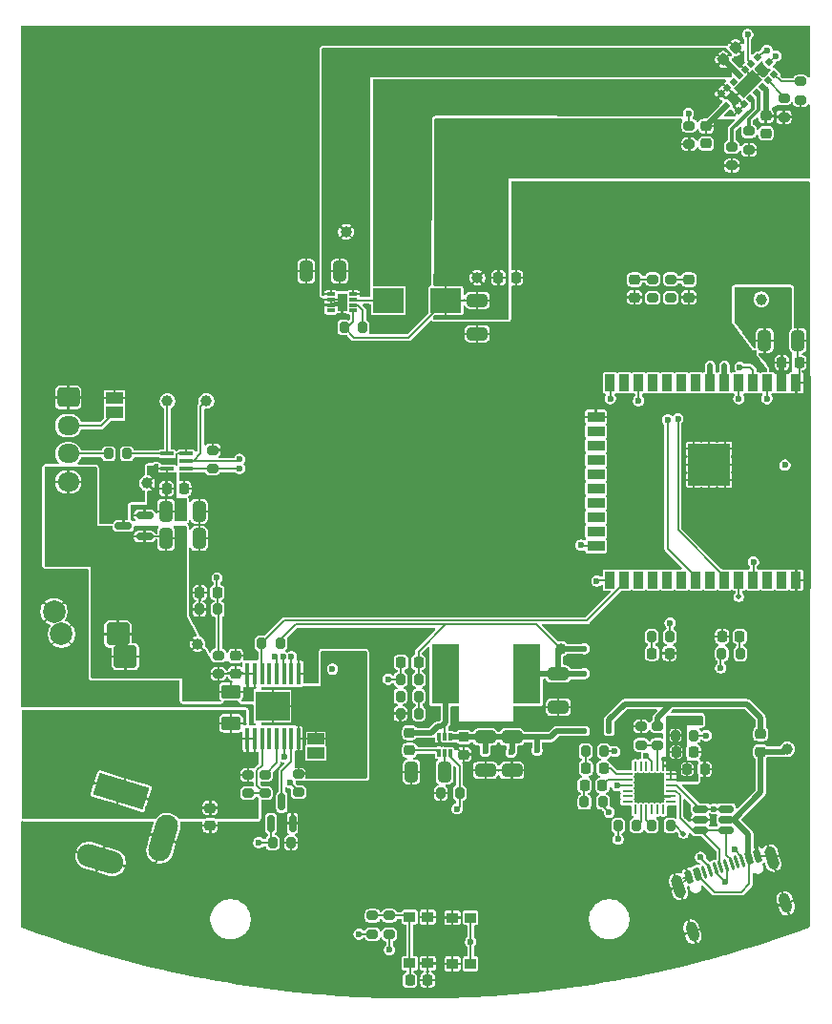
<source format=gtl>
G04 #@! TF.GenerationSoftware,KiCad,Pcbnew,9.0.2*
G04 #@! TF.CreationDate,2025-09-19T19:59:58+02:00*
G04 #@! TF.ProjectId,LumiCtrl,4c756d69-4374-4726-9c2e-6b696361645f,rev?*
G04 #@! TF.SameCoordinates,Original*
G04 #@! TF.FileFunction,Copper,L1,Top*
G04 #@! TF.FilePolarity,Positive*
%FSLAX46Y46*%
G04 Gerber Fmt 4.6, Leading zero omitted, Abs format (unit mm)*
G04 Created by KiCad (PCBNEW 9.0.2) date 2025-09-19 19:59:58*
%MOMM*%
%LPD*%
G01*
G04 APERTURE LIST*
G04 Aperture macros list*
%AMRoundRect*
0 Rectangle with rounded corners*
0 $1 Rounding radius*
0 $2 $3 $4 $5 $6 $7 $8 $9 X,Y pos of 4 corners*
0 Add a 4 corners polygon primitive as box body*
4,1,4,$2,$3,$4,$5,$6,$7,$8,$9,$2,$3,0*
0 Add four circle primitives for the rounded corners*
1,1,$1+$1,$2,$3*
1,1,$1+$1,$4,$5*
1,1,$1+$1,$6,$7*
1,1,$1+$1,$8,$9*
0 Add four rect primitives between the rounded corners*
20,1,$1+$1,$2,$3,$4,$5,0*
20,1,$1+$1,$4,$5,$6,$7,0*
20,1,$1+$1,$6,$7,$8,$9,0*
20,1,$1+$1,$8,$9,$2,$3,0*%
%AMHorizOval*
0 Thick line with rounded ends*
0 $1 width*
0 $2 $3 position (X,Y) of the first rounded end (center of the circle)*
0 $4 $5 position (X,Y) of the second rounded end (center of the circle)*
0 Add line between two ends*
20,1,$1,$2,$3,$4,$5,0*
0 Add two circle primitives to create the rounded ends*
1,1,$1,$2,$3*
1,1,$1,$4,$5*%
%AMRotRect*
0 Rectangle, with rotation*
0 The origin of the aperture is its center*
0 $1 length*
0 $2 width*
0 $3 Rotation angle, in degrees counterclockwise*
0 Add horizontal line*
21,1,$1,$2,0,0,$3*%
G04 Aperture macros list end*
G04 #@! TA.AperFunction,SMDPad,CuDef*
%ADD10RoundRect,0.035000X-0.335000X-0.105000X0.335000X-0.105000X0.335000X0.105000X-0.335000X0.105000X0*%
G04 #@! TD*
G04 #@! TA.AperFunction,SMDPad,CuDef*
%ADD11R,0.900000X1.600000*%
G04 #@! TD*
G04 #@! TA.AperFunction,ComponentPad*
%ADD12C,0.400000*%
G04 #@! TD*
G04 #@! TA.AperFunction,HeatsinkPad*
%ADD13HorizOval,1.000000X-0.116949X0.382522X0.116949X-0.382522X0*%
G04 #@! TD*
G04 #@! TA.AperFunction,HeatsinkPad*
%ADD14HorizOval,1.000000X-0.160804X0.525968X0.160804X-0.525968X0*%
G04 #@! TD*
G04 #@! TA.AperFunction,SMDPad,CuDef*
%ADD15RoundRect,0.150000X-0.019188X-0.450285X0.267704X-0.362574X0.019188X0.450285X-0.267704X0.362574X0*%
G04 #@! TD*
G04 #@! TA.AperFunction,SMDPad,CuDef*
%ADD16RoundRect,0.075000X0.074463X-0.500080X0.217909X-0.456225X-0.074463X0.500080X-0.217909X0.456225X0*%
G04 #@! TD*
G04 #@! TA.AperFunction,SMDPad,CuDef*
%ADD17R,0.900000X0.900000*%
G04 #@! TD*
G04 #@! TA.AperFunction,HeatsinkPad*
%ADD18C,0.600000*%
G04 #@! TD*
G04 #@! TA.AperFunction,HeatsinkPad*
%ADD19R,3.800000X3.800000*%
G04 #@! TD*
G04 #@! TA.AperFunction,SMDPad,CuDef*
%ADD20R,0.900000X1.500000*%
G04 #@! TD*
G04 #@! TA.AperFunction,SMDPad,CuDef*
%ADD21R,1.500000X0.900000*%
G04 #@! TD*
G04 #@! TA.AperFunction,HeatsinkPad*
%ADD22R,2.600000X2.600000*%
G04 #@! TD*
G04 #@! TA.AperFunction,SMDPad,CuDef*
%ADD23RoundRect,0.062500X0.062500X0.350000X-0.062500X0.350000X-0.062500X-0.350000X0.062500X-0.350000X0*%
G04 #@! TD*
G04 #@! TA.AperFunction,SMDPad,CuDef*
%ADD24RoundRect,0.062500X0.350000X0.062500X-0.350000X0.062500X-0.350000X-0.062500X0.350000X-0.062500X0*%
G04 #@! TD*
G04 #@! TA.AperFunction,SMDPad,CuDef*
%ADD25R,1.500000X1.000000*%
G04 #@! TD*
G04 #@! TA.AperFunction,SMDPad,CuDef*
%ADD26RoundRect,0.200000X0.275000X-0.200000X0.275000X0.200000X-0.275000X0.200000X-0.275000X-0.200000X0*%
G04 #@! TD*
G04 #@! TA.AperFunction,SMDPad,CuDef*
%ADD27RoundRect,0.218750X0.218750X0.256250X-0.218750X0.256250X-0.218750X-0.256250X0.218750X-0.256250X0*%
G04 #@! TD*
G04 #@! TA.AperFunction,SMDPad,CuDef*
%ADD28RoundRect,0.250000X-0.650000X0.325000X-0.650000X-0.325000X0.650000X-0.325000X0.650000X0.325000X0*%
G04 #@! TD*
G04 #@! TA.AperFunction,SMDPad,CuDef*
%ADD29RoundRect,0.218750X-0.218750X-0.256250X0.218750X-0.256250X0.218750X0.256250X-0.218750X0.256250X0*%
G04 #@! TD*
G04 #@! TA.AperFunction,SMDPad,CuDef*
%ADD30RoundRect,0.200000X-0.200000X-0.275000X0.200000X-0.275000X0.200000X0.275000X-0.200000X0.275000X0*%
G04 #@! TD*
G04 #@! TA.AperFunction,ComponentPad*
%ADD31RotRect,4.600000X2.000000X343.000000*%
G04 #@! TD*
G04 #@! TA.AperFunction,ComponentPad*
%ADD32HorizOval,2.000000X1.051935X-0.321609X-1.051935X0.321609X0*%
G04 #@! TD*
G04 #@! TA.AperFunction,ComponentPad*
%ADD33HorizOval,2.000000X-0.321609X-1.051935X0.321609X1.051935X0*%
G04 #@! TD*
G04 #@! TA.AperFunction,SMDPad,CuDef*
%ADD34R,1.000000X0.900000*%
G04 #@! TD*
G04 #@! TA.AperFunction,SMDPad,CuDef*
%ADD35C,1.000000*%
G04 #@! TD*
G04 #@! TA.AperFunction,SMDPad,CuDef*
%ADD36RoundRect,0.225000X-0.225000X-0.250000X0.225000X-0.250000X0.225000X0.250000X-0.225000X0.250000X0*%
G04 #@! TD*
G04 #@! TA.AperFunction,SMDPad,CuDef*
%ADD37RoundRect,0.125000X-0.125000X-0.125000X0.125000X-0.125000X0.125000X0.125000X-0.125000X0.125000X0*%
G04 #@! TD*
G04 #@! TA.AperFunction,SMDPad,CuDef*
%ADD38R,1.219200X0.304800*%
G04 #@! TD*
G04 #@! TA.AperFunction,SMDPad,CuDef*
%ADD39RoundRect,0.225000X-0.250000X0.225000X-0.250000X-0.225000X0.250000X-0.225000X0.250000X0.225000X0*%
G04 #@! TD*
G04 #@! TA.AperFunction,SMDPad,CuDef*
%ADD40RoundRect,0.200000X0.200000X0.275000X-0.200000X0.275000X-0.200000X-0.275000X0.200000X-0.275000X0*%
G04 #@! TD*
G04 #@! TA.AperFunction,SMDPad,CuDef*
%ADD41RoundRect,0.225000X0.017678X-0.335876X0.335876X-0.017678X-0.017678X0.335876X-0.335876X0.017678X0*%
G04 #@! TD*
G04 #@! TA.AperFunction,SMDPad,CuDef*
%ADD42R,0.420766X1.955432*%
G04 #@! TD*
G04 #@! TA.AperFunction,SMDPad,CuDef*
%ADD43R,3.059999X2.660000*%
G04 #@! TD*
G04 #@! TA.AperFunction,SMDPad,CuDef*
%ADD44RoundRect,0.218750X0.256250X-0.218750X0.256250X0.218750X-0.256250X0.218750X-0.256250X-0.218750X0*%
G04 #@! TD*
G04 #@! TA.AperFunction,SMDPad,CuDef*
%ADD45RoundRect,0.150000X0.587500X0.150000X-0.587500X0.150000X-0.587500X-0.150000X0.587500X-0.150000X0*%
G04 #@! TD*
G04 #@! TA.AperFunction,SMDPad,CuDef*
%ADD46R,2.420000X5.330000*%
G04 #@! TD*
G04 #@! TA.AperFunction,SMDPad,CuDef*
%ADD47RoundRect,0.250000X-0.325000X-0.650000X0.325000X-0.650000X0.325000X0.650000X-0.325000X0.650000X0*%
G04 #@! TD*
G04 #@! TA.AperFunction,SMDPad,CuDef*
%ADD48RoundRect,0.150000X-0.512500X-0.150000X0.512500X-0.150000X0.512500X0.150000X-0.512500X0.150000X0*%
G04 #@! TD*
G04 #@! TA.AperFunction,SMDPad,CuDef*
%ADD49RoundRect,0.200000X-0.275000X0.200000X-0.275000X-0.200000X0.275000X-0.200000X0.275000X0.200000X0*%
G04 #@! TD*
G04 #@! TA.AperFunction,ComponentPad*
%ADD50RoundRect,0.250000X-0.725000X0.600000X-0.725000X-0.600000X0.725000X-0.600000X0.725000X0.600000X0*%
G04 #@! TD*
G04 #@! TA.AperFunction,ComponentPad*
%ADD51O,1.950000X1.700000*%
G04 #@! TD*
G04 #@! TA.AperFunction,SMDPad,CuDef*
%ADD52RoundRect,0.225000X0.225000X0.250000X-0.225000X0.250000X-0.225000X-0.250000X0.225000X-0.250000X0*%
G04 #@! TD*
G04 #@! TA.AperFunction,SMDPad,CuDef*
%ADD53RoundRect,0.225000X0.250000X-0.225000X0.250000X0.225000X-0.250000X0.225000X-0.250000X-0.225000X0*%
G04 #@! TD*
G04 #@! TA.AperFunction,SMDPad,CuDef*
%ADD54RoundRect,0.150000X0.150000X-0.587500X0.150000X0.587500X-0.150000X0.587500X-0.150000X-0.587500X0*%
G04 #@! TD*
G04 #@! TA.AperFunction,SMDPad,CuDef*
%ADD55R,2.700000X2.200000*%
G04 #@! TD*
G04 #@! TA.AperFunction,SMDPad,CuDef*
%ADD56RotRect,0.533400X0.533400X135.000000*%
G04 #@! TD*
G04 #@! TA.AperFunction,SMDPad,CuDef*
%ADD57RotRect,0.558800X0.533400X45.000000*%
G04 #@! TD*
G04 #@! TA.AperFunction,SMDPad,CuDef*
%ADD58RotRect,2.336800X1.219200X45.000000*%
G04 #@! TD*
G04 #@! TA.AperFunction,SMDPad,CuDef*
%ADD59RoundRect,0.250000X0.325000X0.650000X-0.325000X0.650000X-0.325000X-0.650000X0.325000X-0.650000X0*%
G04 #@! TD*
G04 #@! TA.AperFunction,ComponentPad*
%ADD60RoundRect,0.250000X0.750000X0.750000X-0.750000X0.750000X-0.750000X-0.750000X0.750000X-0.750000X0*%
G04 #@! TD*
G04 #@! TA.AperFunction,ComponentPad*
%ADD61C,2.000000*%
G04 #@! TD*
G04 #@! TA.AperFunction,SMDPad,CuDef*
%ADD62RoundRect,0.087500X-0.087500X0.250000X-0.087500X-0.250000X0.087500X-0.250000X0.087500X0.250000X0*%
G04 #@! TD*
G04 #@! TA.AperFunction,SMDPad,CuDef*
%ADD63RoundRect,0.250000X0.625000X-0.375000X0.625000X0.375000X-0.625000X0.375000X-0.625000X-0.375000X0*%
G04 #@! TD*
G04 #@! TA.AperFunction,ViaPad*
%ADD64C,0.800000*%
G04 #@! TD*
G04 #@! TA.AperFunction,ViaPad*
%ADD65C,0.600000*%
G04 #@! TD*
G04 #@! TA.AperFunction,ViaPad*
%ADD66C,0.500000*%
G04 #@! TD*
G04 #@! TA.AperFunction,Conductor*
%ADD67C,0.200000*%
G04 #@! TD*
G04 #@! TA.AperFunction,Conductor*
%ADD68C,0.500000*%
G04 #@! TD*
G04 #@! TA.AperFunction,Conductor*
%ADD69C,0.300000*%
G04 #@! TD*
G04 APERTURE END LIST*
D10*
X147515000Y-73800000D03*
X147515000Y-74300000D03*
X147515000Y-74800000D03*
X147515000Y-75300000D03*
X149485000Y-75300000D03*
X149485000Y-74800000D03*
X149485000Y-74300000D03*
X149485000Y-73800000D03*
D11*
X148500000Y-74550000D03*
D12*
X148500000Y-74000000D03*
X148500000Y-75100000D03*
D13*
X187845536Y-127864982D03*
D14*
X186623422Y-123867628D03*
D13*
X179583063Y-130391073D03*
D14*
X178360949Y-126393719D03*
D15*
X179263897Y-125516388D03*
X180028941Y-125282491D03*
D16*
X180650539Y-125092449D03*
X181606845Y-124800077D03*
X183041301Y-124361520D03*
X183997605Y-124069148D03*
D15*
X184619204Y-123879106D03*
X185384247Y-123645209D03*
X185384247Y-123645209D03*
X184619204Y-123879106D03*
D16*
X183519453Y-124215334D03*
X182563148Y-124507706D03*
X182084996Y-124653891D03*
X181128691Y-124946263D03*
D15*
X180028941Y-125282491D03*
X179263897Y-125516388D03*
D17*
X179670000Y-90350000D03*
D18*
X180370000Y-90350000D03*
D17*
X181070000Y-90350000D03*
D18*
X181770000Y-90350000D03*
D17*
X182470000Y-90350000D03*
D18*
X179670000Y-89650000D03*
X181070000Y-89650000D03*
X182470000Y-89650000D03*
D17*
X179670000Y-88950000D03*
D19*
X181070000Y-88950000D03*
D17*
X181070000Y-88950000D03*
X182470000Y-88950000D03*
D18*
X180370000Y-88925000D03*
X181770000Y-88925000D03*
X179670000Y-88250000D03*
X181070000Y-88250000D03*
X182470000Y-88250000D03*
D17*
X179670000Y-87550000D03*
D18*
X180370000Y-87550000D03*
D17*
X181070000Y-87550000D03*
D18*
X181770000Y-87550000D03*
D17*
X182470000Y-87550000D03*
D20*
X188790000Y-99200000D03*
X187520000Y-99200000D03*
X186250000Y-99200000D03*
X184980000Y-99200000D03*
X183710000Y-99200000D03*
X182440000Y-99200000D03*
X181170000Y-99200000D03*
X179900000Y-99200000D03*
X178630000Y-99200000D03*
X177360000Y-99200000D03*
X176090000Y-99200000D03*
X174820000Y-99200000D03*
X173550000Y-99200000D03*
X172280000Y-99200000D03*
D21*
X171030000Y-96170000D03*
X171030000Y-94900000D03*
X171030000Y-93630000D03*
X171030000Y-92360000D03*
X171030000Y-91090000D03*
X171030000Y-89820000D03*
X171030000Y-88550000D03*
X171030000Y-87280000D03*
X171030000Y-86010000D03*
X171030000Y-84740000D03*
D20*
X172280000Y-81700000D03*
X173550000Y-81700000D03*
X174820000Y-81700000D03*
X176090000Y-81700000D03*
X177360000Y-81700000D03*
X178630000Y-81700000D03*
X179900000Y-81700000D03*
X181170000Y-81700000D03*
X182440000Y-81700000D03*
X183710000Y-81700000D03*
X184980000Y-81700000D03*
X186250000Y-81700000D03*
X187520000Y-81700000D03*
X188790000Y-81700000D03*
D22*
X175750000Y-117637500D03*
D23*
X177000000Y-119575000D03*
X176500000Y-119575000D03*
X176000000Y-119575000D03*
X175500000Y-119575000D03*
X175000000Y-119575000D03*
X174500000Y-119575000D03*
D24*
X173812500Y-118887500D03*
X173812500Y-118387500D03*
X173812500Y-117887500D03*
X173812500Y-117387500D03*
X173812500Y-116887500D03*
X173812500Y-116387500D03*
D23*
X174500000Y-115700000D03*
X175000000Y-115700000D03*
X175500000Y-115700000D03*
X176000000Y-115700000D03*
X176500000Y-115700000D03*
X177000000Y-115700000D03*
D24*
X177687500Y-116387500D03*
X177687500Y-116887500D03*
X177687500Y-117387500D03*
X177687500Y-117887500D03*
X177687500Y-118387500D03*
X177687500Y-118887500D03*
D25*
X128300000Y-84350000D03*
X128300000Y-83050000D03*
D26*
X179300000Y-58875000D03*
X179300000Y-60525000D03*
D27*
X171712500Y-115887500D03*
X170137500Y-115887500D03*
D28*
X161221339Y-113127868D03*
X161221339Y-116077868D03*
D29*
X182225000Y-104200000D03*
X183800000Y-104200000D03*
D30*
X175981279Y-120987500D03*
X177631279Y-120987500D03*
D31*
X128898097Y-117927465D03*
D32*
X127056155Y-123952184D03*
D33*
X132640482Y-122104133D03*
D34*
X156100000Y-129100000D03*
X156100000Y-133200000D03*
X154500000Y-129100000D03*
X154500000Y-133200000D03*
D30*
X142324998Y-122500000D03*
X143974998Y-122500000D03*
D35*
X133000000Y-83300000D03*
D36*
X179125000Y-115975000D03*
X180675000Y-115975000D03*
D26*
X137000000Y-89325000D03*
X137000000Y-87675000D03*
D30*
X141350000Y-104800000D03*
X143000000Y-104800000D03*
D37*
X170000000Y-112600000D03*
X172200000Y-112600000D03*
D30*
X170100000Y-114387500D03*
X171750000Y-114387500D03*
D35*
X136450000Y-83300000D03*
D38*
X134675000Y-89300000D03*
X134675000Y-88650001D03*
X134675000Y-88000002D03*
X132973200Y-88000002D03*
X132973200Y-89300000D03*
D26*
X175041501Y-113825000D03*
X175041501Y-112175000D03*
D39*
X159300000Y-113125000D03*
X159300000Y-114675000D03*
D35*
X167900000Y-105300000D03*
D40*
X183837500Y-105712500D03*
X182187500Y-105712500D03*
D36*
X132925000Y-91100000D03*
X134475000Y-91100000D03*
D41*
X182330089Y-53030573D03*
X183426105Y-51934557D03*
D28*
X160500000Y-74400000D03*
X160500000Y-77350000D03*
D42*
X140100000Y-113250768D03*
X140749998Y-113250768D03*
X141400000Y-113250768D03*
X142049998Y-113250768D03*
X142700000Y-113250768D03*
X143349998Y-113250768D03*
X144000000Y-113250768D03*
X144649998Y-113250768D03*
X144649998Y-107500000D03*
X144000000Y-107500000D03*
X143349998Y-107500000D03*
X142700000Y-107500000D03*
X142049998Y-107500000D03*
X141400000Y-107500000D03*
X140749998Y-107500000D03*
X140100000Y-107500000D03*
D43*
X142374999Y-110375384D03*
D44*
X185650000Y-114425000D03*
X185650000Y-112850000D03*
D26*
X177670000Y-74162500D03*
X177670000Y-72512500D03*
X151200000Y-130625000D03*
X151200000Y-128975000D03*
D36*
X178135712Y-114456014D03*
X179685712Y-114456014D03*
D28*
X167684760Y-107533561D03*
X167684760Y-110483561D03*
D35*
X135674999Y-104875384D03*
D45*
X130975000Y-95350000D03*
X130975000Y-93450000D03*
X129100000Y-94400000D03*
D44*
X174470000Y-74125000D03*
X174470000Y-72550000D03*
D35*
X188000000Y-114200000D03*
X160500000Y-72375000D03*
D46*
X157680000Y-107500000D03*
X164920000Y-107500000D03*
D30*
X178075000Y-112987500D03*
X179725000Y-112987500D03*
D47*
X132875000Y-93100000D03*
X135825000Y-93100000D03*
D39*
X154500000Y-112750000D03*
X154500000Y-114300000D03*
D27*
X171600000Y-117400000D03*
X170025000Y-117400000D03*
D28*
X163566608Y-113129708D03*
X163566608Y-116079708D03*
D39*
X186100000Y-58025000D03*
X186100000Y-59575000D03*
X180800000Y-58925000D03*
X180800000Y-60475000D03*
D26*
X189200000Y-56625000D03*
X189200000Y-54975000D03*
D40*
X150325000Y-76800000D03*
X148675000Y-76800000D03*
D48*
X180300000Y-119500000D03*
X180300000Y-120450000D03*
X180300000Y-121400000D03*
X182575000Y-121400000D03*
X182575000Y-120450000D03*
X182575000Y-119500000D03*
D36*
X154525000Y-134700000D03*
X156075000Y-134700000D03*
D40*
X174650000Y-120987500D03*
X173000000Y-120987500D03*
D47*
X132875000Y-95500000D03*
X135825000Y-95500000D03*
D30*
X135824998Y-101800000D03*
X137474998Y-101800000D03*
D36*
X187525000Y-79900000D03*
X189075000Y-79900000D03*
D26*
X152700000Y-130625000D03*
X152700000Y-128975000D03*
D30*
X153672602Y-109513356D03*
X155322602Y-109513356D03*
D26*
X184600000Y-61025000D03*
X184600000Y-59375000D03*
D49*
X137549998Y-105875000D03*
X137549998Y-107525000D03*
D50*
X124200000Y-83000000D03*
D51*
X124200000Y-85500000D03*
X124200000Y-88000000D03*
X124200000Y-90500000D03*
D40*
X155326626Y-108008561D03*
X153676626Y-108008561D03*
D52*
X137424998Y-100300000D03*
X135874998Y-100300000D03*
D35*
X148850000Y-68300000D03*
D44*
X179270000Y-74125000D03*
X179270000Y-72550000D03*
D39*
X136800000Y-119425000D03*
X136800000Y-120975000D03*
D53*
X139049998Y-107475000D03*
X139049998Y-105925000D03*
D26*
X144649998Y-118025000D03*
X144649998Y-116375000D03*
D47*
X185995000Y-77950000D03*
X188945000Y-77950000D03*
D49*
X176500000Y-112175000D03*
X176500000Y-113825000D03*
X140149998Y-116475000D03*
X140149998Y-118125000D03*
D26*
X187700000Y-58125000D03*
X187700000Y-56475000D03*
D40*
X155322859Y-111040924D03*
X153672859Y-111040924D03*
D54*
X142199998Y-120775000D03*
X144099998Y-120775000D03*
X143149998Y-118900000D03*
D26*
X141649998Y-118125000D03*
X141649998Y-116475000D03*
D55*
X152600000Y-74400000D03*
X157700000Y-74400000D03*
D56*
X186838757Y-54356775D03*
X186308426Y-54887106D03*
X185778097Y-55417435D03*
X185247766Y-55947766D03*
X184717435Y-56478097D03*
X184187106Y-57008426D03*
X183656775Y-57538757D03*
D57*
X186421563Y-53278437D03*
D58*
X184500000Y-55200000D03*
D57*
X182578437Y-57121563D03*
D56*
X185343225Y-52861243D03*
X184812894Y-53391574D03*
X184282565Y-53921903D03*
X183752234Y-54452234D03*
X183221903Y-54982565D03*
X182691574Y-55512894D03*
X182161243Y-56043225D03*
D25*
X146149998Y-114550000D03*
X146149998Y-113250000D03*
D59*
X157599715Y-116222661D03*
X154649715Y-116222661D03*
D52*
X155275000Y-106500000D03*
X153725000Y-106500000D03*
D35*
X131200000Y-90600000D03*
D26*
X183100000Y-62425000D03*
X183100000Y-60775000D03*
D30*
X170000000Y-118900000D03*
X171650000Y-118900000D03*
D60*
X129272144Y-106000000D03*
X128600000Y-104000000D03*
D61*
X123600000Y-104000000D03*
X122927856Y-102000000D03*
D62*
X158100000Y-113100000D03*
X157600000Y-113100000D03*
X157100000Y-113100000D03*
X157100000Y-114525000D03*
X157600000Y-114525000D03*
X158100000Y-114525000D03*
D49*
X176070000Y-72512500D03*
X176070000Y-74162500D03*
D59*
X148275000Y-71800000D03*
X145325000Y-71800000D03*
D35*
X185700000Y-74300000D03*
D63*
X138649998Y-111900000D03*
X138649998Y-109100000D03*
D36*
X162375000Y-72400000D03*
X163925000Y-72400000D03*
D34*
X158300000Y-133250000D03*
X158300000Y-129150000D03*
X159900000Y-133250000D03*
X159900000Y-129150000D03*
D40*
X177600000Y-104200000D03*
X175950000Y-104200000D03*
X158925000Y-118100000D03*
X157275000Y-118100000D03*
D27*
X177562500Y-105700000D03*
X175987500Y-105700000D03*
D30*
X127775000Y-88000000D03*
X129425000Y-88000000D03*
D64*
X153600000Y-89000000D03*
X155500000Y-89000000D03*
D65*
X180800000Y-60475000D03*
X146000000Y-73900000D03*
X131500000Y-88550002D03*
X134100000Y-85400000D03*
X134100000Y-84300000D03*
X135200000Y-84300000D03*
X135200000Y-85500000D03*
X135200000Y-86600000D03*
X139700000Y-86400000D03*
X138300000Y-86400000D03*
X136800000Y-86300000D03*
X137000000Y-90500000D03*
X137100000Y-91400000D03*
X135800000Y-91400000D03*
X135800000Y-90400000D03*
X128300000Y-80100000D03*
X130300000Y-80400000D03*
X130400000Y-81900000D03*
X130400000Y-83400000D03*
X122000000Y-88300000D03*
X121900000Y-86600000D03*
X121900000Y-85000000D03*
X122000000Y-83500000D03*
X122000000Y-82000000D03*
X124600000Y-107100000D03*
X120900000Y-108600000D03*
X121300000Y-99000000D03*
X124700000Y-100000000D03*
X146100000Y-106300000D03*
X146100000Y-107800000D03*
X144300000Y-104700000D03*
X144900000Y-103900000D03*
X146500000Y-104000000D03*
X127900000Y-127400000D03*
X125400000Y-126700000D03*
X123500000Y-126100000D03*
X135200000Y-123100000D03*
X135200000Y-121100000D03*
X138100000Y-123000000D03*
X138100000Y-121300000D03*
X142300000Y-125100000D03*
X144400000Y-125100000D03*
X145500000Y-120800000D03*
X145700000Y-122600000D03*
X157200000Y-134800000D03*
X158300000Y-134700000D03*
X158200000Y-131200000D03*
X158300000Y-130300000D03*
X156100000Y-131100000D03*
X156100000Y-130300000D03*
X178600000Y-124500000D03*
X185800000Y-121900000D03*
X180300000Y-120450000D03*
X164200000Y-117700000D03*
X162400000Y-117800000D03*
X160900000Y-117700000D03*
X157200000Y-119600000D03*
X155000000Y-118200000D03*
X156000000Y-118200000D03*
X153000000Y-117700000D03*
X153000000Y-116300000D03*
X153000000Y-115200000D03*
X152000000Y-114200000D03*
X151800000Y-112400000D03*
X151700000Y-109900000D03*
X151800000Y-111100000D03*
X170500000Y-109400000D03*
X170600000Y-110500000D03*
X179000000Y-105600000D03*
X177700000Y-107200000D03*
X180500000Y-104200000D03*
X180500000Y-102800000D03*
X182000000Y-102700000D03*
X188900000Y-106300000D03*
X188600000Y-103700000D03*
X188700000Y-101600000D03*
X188700000Y-92500000D03*
X188700000Y-94100000D03*
X188700000Y-95700000D03*
X188800000Y-97400000D03*
X189500000Y-87900000D03*
X189500000Y-86400000D03*
X189500000Y-85100000D03*
X189500000Y-83800000D03*
X179300000Y-75200000D03*
X172800000Y-73200000D03*
X172800000Y-74400000D03*
X166100000Y-70900000D03*
X166200000Y-73900000D03*
X164200000Y-75700000D03*
X164200000Y-73700000D03*
X164300000Y-70900000D03*
X164300000Y-69600000D03*
X164300000Y-68100000D03*
X176300000Y-56500000D03*
X178100000Y-56500000D03*
X179700000Y-56500000D03*
X177200000Y-55400000D03*
X179100000Y-55400000D03*
X180600000Y-55400000D03*
X183000000Y-57800000D03*
X165600000Y-50800000D03*
X168600000Y-50800000D03*
X171500000Y-50800000D03*
X173500000Y-50800000D03*
X175900000Y-50800000D03*
X178100000Y-50800000D03*
X180200000Y-50800000D03*
X179685712Y-114456014D03*
X156200000Y-113500000D03*
X175756250Y-117643750D03*
X183100000Y-60775000D03*
X184600000Y-59375000D03*
D66*
X181170007Y-80163571D03*
X182445001Y-80163571D03*
D65*
X183700000Y-53000000D03*
X186100000Y-59575000D03*
X183426105Y-51934557D03*
X188800000Y-51200000D03*
X189500000Y-50400000D03*
X189100000Y-54025000D03*
X187325000Y-50800000D03*
X187000000Y-52700000D03*
X179231477Y-57785653D03*
X186200000Y-52200000D03*
X184500000Y-50800000D03*
X183178097Y-56482565D03*
X189100000Y-74800000D03*
X188800000Y-83000000D03*
X189100000Y-73500000D03*
X179100000Y-120100000D03*
X179050000Y-119100000D03*
X129100000Y-93300000D03*
X189100000Y-76000000D03*
X185200000Y-76200000D03*
X180100000Y-111700000D03*
X150350000Y-70200000D03*
X186200000Y-76200000D03*
X147850000Y-70200000D03*
X178200000Y-111700000D03*
X179100000Y-111700000D03*
X177600000Y-103000000D03*
X172700000Y-114400000D03*
X170000000Y-107500000D03*
X172200000Y-119800000D03*
X170000000Y-105300000D03*
X150000000Y-130600000D03*
X167900000Y-105300000D03*
X184200000Y-76200000D03*
X167700000Y-107533561D03*
X149250000Y-70200000D03*
X185700000Y-74300000D03*
X186200000Y-83100000D03*
X153700000Y-109500000D03*
X163500000Y-114500000D03*
X165800000Y-114300000D03*
X161200000Y-114400000D03*
X155322859Y-111040924D03*
X157599715Y-116222661D03*
X158700000Y-119500000D03*
X152600000Y-108000000D03*
X133800000Y-103600000D03*
X150400000Y-110100000D03*
X150400000Y-108600000D03*
X150400000Y-111600000D03*
X150400000Y-113100000D03*
X150400000Y-107100000D03*
X142499994Y-106000000D03*
X183700000Y-83100000D03*
X147648095Y-107095161D03*
X144000000Y-106000000D03*
X183800000Y-80300000D03*
X137400000Y-99000000D03*
X182500000Y-126000000D03*
X181500000Y-119500000D03*
X146149998Y-114550000D03*
X143353085Y-114882452D03*
X141100000Y-122500000D03*
X169700000Y-96100000D03*
X159900000Y-131300000D03*
X187800000Y-89000000D03*
X152700000Y-132000000D03*
X171100000Y-99300000D03*
X175500000Y-114800000D03*
X180800000Y-113000000D03*
D66*
X183700000Y-100700000D03*
X178800000Y-121700000D03*
D65*
X185000000Y-97600000D03*
X173000000Y-122200000D03*
X182100000Y-107000000D03*
X172900000Y-117437500D03*
X141649998Y-116475000D03*
X143900000Y-117200000D03*
X143249997Y-106000000D03*
X178300000Y-84900000D03*
X177670000Y-74162500D03*
X176070000Y-74162500D03*
X177400000Y-85000000D03*
X139400000Y-89300000D03*
X174800000Y-83300000D03*
X139400000Y-88500000D03*
X172300000Y-83100000D03*
X183300000Y-123100000D03*
X180300000Y-123800000D03*
X184500000Y-55200000D03*
X185900000Y-54200000D03*
D67*
X149575000Y-77700000D02*
X148675000Y-76800000D01*
X154400000Y-77700000D02*
X149575000Y-77700000D01*
X157700000Y-74400000D02*
X154400000Y-77700000D01*
X148200000Y-74300000D02*
X147515000Y-74300000D01*
X148500000Y-74000000D02*
X148200000Y-74300000D01*
X147765000Y-74550000D02*
X148500000Y-74550000D01*
X147515000Y-74800000D02*
X147765000Y-74550000D01*
X146400000Y-74300000D02*
X146000000Y-73900000D01*
X147515000Y-74300000D02*
X146400000Y-74300000D01*
X149000000Y-76800000D02*
X148675000Y-76800000D01*
X149485000Y-76315000D02*
X149000000Y-76800000D01*
X149485000Y-75300000D02*
X149485000Y-76315000D01*
X150325000Y-75270001D02*
X149854999Y-74800000D01*
X149854999Y-74800000D02*
X149485000Y-74800000D01*
X150325000Y-76800000D02*
X150325000Y-75270001D01*
X152600000Y-74400000D02*
X149585000Y-74400000D01*
X149585000Y-74400000D02*
X149485000Y-74300000D01*
X141350000Y-107450000D02*
X141400000Y-107500000D01*
X141350000Y-104800000D02*
X141350000Y-107450000D01*
X143352000Y-102798000D02*
X141350000Y-104800000D01*
X170252000Y-102798000D02*
X143352000Y-102798000D01*
X173550000Y-99200000D02*
X173550000Y-99500000D01*
X173550000Y-99500000D02*
X170252000Y-102798000D01*
X171200000Y-99200000D02*
X171100000Y-99300000D01*
X172280000Y-99200000D02*
X171200000Y-99200000D01*
X134675000Y-87125000D02*
X135200000Y-86600000D01*
X134675000Y-88000002D02*
X134675000Y-87125000D01*
X133687200Y-88550002D02*
X131500000Y-88550002D01*
X133833800Y-88403402D02*
X133687200Y-88550002D01*
X133833800Y-88031602D02*
X133833800Y-88403402D01*
X133865400Y-88000002D02*
X133833800Y-88031602D01*
X134675000Y-88000002D02*
X133865400Y-88000002D01*
X179263897Y-125163897D02*
X178600000Y-124500000D01*
X179263897Y-125516388D02*
X179263897Y-125163897D01*
X179231477Y-58806477D02*
X179300000Y-58875000D01*
X179231477Y-57785653D02*
X179231477Y-58806477D01*
X158561500Y-113936500D02*
X159300000Y-114675000D01*
X157100000Y-113437499D02*
X157599001Y-113936500D01*
X157100000Y-113100000D02*
X157100000Y-113437499D01*
X157599001Y-113936500D02*
X158561500Y-113936500D01*
X157600000Y-112100000D02*
X157500000Y-112000000D01*
X157600000Y-113100000D02*
X157600000Y-112100000D01*
D68*
X157500000Y-112000000D02*
X157300000Y-112200000D01*
X156969232Y-112200000D02*
X156419232Y-112750000D01*
X157300000Y-112200000D02*
X156969232Y-112200000D01*
X157680000Y-111820000D02*
X157500000Y-112000000D01*
X157680000Y-107500000D02*
X157680000Y-111820000D01*
X156419232Y-112750000D02*
X154500000Y-112750000D01*
D67*
X156875000Y-114300000D02*
X154500000Y-114300000D01*
X157100000Y-114525000D02*
X156875000Y-114300000D01*
X175756250Y-117643750D02*
X175750000Y-117637500D01*
D68*
X181170000Y-80163578D02*
X181170007Y-80163571D01*
X181170000Y-81700000D02*
X181170000Y-80163578D01*
X182440000Y-80168572D02*
X182445001Y-80163571D01*
X182440000Y-81700000D02*
X182440000Y-80168572D01*
D67*
X189200000Y-56625000D02*
X189200000Y-57500000D01*
D68*
X182578437Y-57121563D02*
X182578437Y-57146563D01*
X182578437Y-57146563D02*
X180800000Y-58925000D01*
D67*
X189200000Y-54975000D02*
X187456982Y-54975000D01*
D69*
X184906021Y-57356059D02*
X183100000Y-59162080D01*
X184906021Y-56666683D02*
X184906021Y-57356059D01*
X184717435Y-56478097D02*
X184906021Y-56666683D01*
X183100000Y-59162080D02*
X183100000Y-60775000D01*
X184600000Y-58299890D02*
X184600000Y-59375000D01*
X185436352Y-57463538D02*
X184600000Y-58299890D01*
X185436352Y-56136352D02*
X185436352Y-57463538D01*
X185247766Y-55947766D02*
X185436352Y-56136352D01*
D68*
X186100000Y-55739338D02*
X186100000Y-58025000D01*
X185778097Y-55417435D02*
X186100000Y-55739338D01*
D67*
X187600000Y-56178680D02*
X186308426Y-54887106D01*
X187600000Y-56475000D02*
X187600000Y-56178680D01*
X187456982Y-54975000D02*
X186838757Y-54356775D01*
X187000000Y-52700000D02*
X186421563Y-53278437D01*
X184500000Y-53078680D02*
X184812894Y-53391574D01*
X184500000Y-50800000D02*
X184500000Y-53078680D01*
X186004468Y-52200000D02*
X185343225Y-52861243D01*
X186200000Y-52200000D02*
X186004468Y-52200000D01*
X184282565Y-53921903D02*
X184500000Y-54139338D01*
X184500000Y-54139338D02*
X184500000Y-55200000D01*
D68*
X182330573Y-53030573D02*
X183752234Y-54452234D01*
X182330089Y-53030573D02*
X182330573Y-53030573D01*
D67*
X127150000Y-85500000D02*
X128300000Y-84350000D01*
X124200000Y-85500000D02*
X127150000Y-85500000D01*
X124250000Y-83050000D02*
X124200000Y-83000000D01*
X128300000Y-83050000D02*
X124250000Y-83050000D01*
X189075000Y-79900000D02*
X189075000Y-81415000D01*
X188945000Y-77950000D02*
X188945000Y-79770000D01*
X176500000Y-118387500D02*
X175756250Y-117643750D01*
X186401003Y-123645209D02*
X186623422Y-123867628D01*
X129100000Y-94400000D02*
X129100000Y-93300000D01*
X179263897Y-125516388D02*
X179238280Y-125516388D01*
X134675000Y-88000002D02*
X134199998Y-88000002D01*
X185384247Y-122315753D02*
X185800000Y-121900000D01*
X188945000Y-79770000D02*
X189075000Y-79900000D01*
X177687500Y-118387500D02*
X176500000Y-118387500D01*
X179238280Y-125516388D02*
X178360949Y-126393719D01*
X189075000Y-81415000D02*
X188790000Y-81700000D01*
X185384247Y-123645209D02*
X186401003Y-123645209D01*
X179263897Y-125516388D02*
X179263897Y-125263897D01*
X185384247Y-123645209D02*
X185384247Y-122315753D01*
D68*
X167684760Y-105515240D02*
X167900000Y-105300000D01*
X167700000Y-107533561D02*
X169966439Y-107533561D01*
D67*
X177600000Y-104200000D02*
X177600000Y-103000000D01*
X144351000Y-103149000D02*
X143000000Y-104500000D01*
D68*
X187525000Y-81695000D02*
X187520000Y-81700000D01*
X167900000Y-105300000D02*
X170000000Y-105300000D01*
D67*
X157654000Y-103149000D02*
X157800000Y-103149000D01*
X157800000Y-103149000D02*
X165749000Y-103149000D01*
X155275000Y-106500000D02*
X155275000Y-107956935D01*
D68*
X167651199Y-107500000D02*
X167684760Y-107533561D01*
X167684760Y-107533561D02*
X167684760Y-105515240D01*
D67*
X155275000Y-107956935D02*
X155326626Y-108008561D01*
X157800000Y-103149000D02*
X144351000Y-103149000D01*
X150025000Y-130625000D02*
X150000000Y-130600000D01*
D68*
X187525000Y-79900000D02*
X187525000Y-81695000D01*
D67*
X172687500Y-114387500D02*
X172700000Y-114400000D01*
X155275000Y-105528000D02*
X157654000Y-103149000D01*
X171650000Y-118900000D02*
X171650000Y-119250000D01*
X171750000Y-114387500D02*
X172687500Y-114387500D01*
D68*
X167684760Y-107533561D02*
X167700000Y-107533561D01*
X169966439Y-107533561D02*
X170000000Y-107500000D01*
D67*
X155275000Y-106500000D02*
X155275000Y-105528000D01*
X165749000Y-103149000D02*
X167900000Y-105300000D01*
X171650000Y-119250000D02*
X172200000Y-119800000D01*
X151200000Y-130625000D02*
X150025000Y-130625000D01*
D68*
X164920000Y-107500000D02*
X167651199Y-107500000D01*
D67*
X143000000Y-104500000D02*
X143000000Y-104800000D01*
X186200000Y-81750000D02*
X186250000Y-81700000D01*
X186200000Y-83100000D02*
X186200000Y-81750000D01*
X154500000Y-133200000D02*
X154500000Y-129100000D01*
X154525000Y-134700000D02*
X154525000Y-133225000D01*
X152700000Y-128975000D02*
X154375000Y-128975000D01*
X154525000Y-133225000D02*
X154500000Y-133200000D01*
X154375000Y-128975000D02*
X154500000Y-129100000D01*
X151200000Y-128975000D02*
X152700000Y-128975000D01*
D68*
X163566608Y-113129708D02*
X165800000Y-113129708D01*
X167525000Y-112600000D02*
X170000000Y-112600000D01*
X163566608Y-114433392D02*
X163500000Y-114500000D01*
D67*
X153686644Y-109513356D02*
X153700000Y-109500000D01*
D68*
X161221339Y-114378661D02*
X161200000Y-114400000D01*
X165800000Y-113129708D02*
X166995292Y-113129708D01*
X165800000Y-113129708D02*
X165800000Y-114300000D01*
X161221339Y-113127868D02*
X161221339Y-114378661D01*
X161223179Y-113129708D02*
X161221339Y-113127868D01*
X163566608Y-113129708D02*
X161223179Y-113129708D01*
X158201000Y-113125000D02*
X158176000Y-113100000D01*
X161221339Y-113127868D02*
X159302868Y-113127868D01*
D67*
X153672602Y-109513356D02*
X153686644Y-109513356D01*
D68*
X166995292Y-113129708D02*
X167525000Y-112600000D01*
X159302868Y-113127868D02*
X159300000Y-113125000D01*
X159300000Y-113125000D02*
X158201000Y-113125000D01*
X163566608Y-113129708D02*
X163566608Y-114433392D01*
D67*
X157600000Y-116222376D02*
X157599715Y-116222661D01*
X155322602Y-111040667D02*
X155322859Y-111040924D01*
X155322602Y-109513356D02*
X155322602Y-111040667D01*
X157600000Y-114525000D02*
X157600000Y-116222376D01*
X158100000Y-114525000D02*
X158100000Y-114862499D01*
X153725000Y-107960187D02*
X153676626Y-108008561D01*
X158925000Y-118100000D02*
X158925000Y-119275000D01*
X153676626Y-108008561D02*
X152608561Y-108008561D01*
X158925000Y-115687499D02*
X158925000Y-118100000D01*
X158925000Y-119275000D02*
X158700000Y-119500000D01*
X152608561Y-108008561D02*
X152600000Y-108000000D01*
X153725000Y-106500000D02*
X153725000Y-107960187D01*
X158100000Y-114862499D02*
X158925000Y-115687499D01*
X132725000Y-95350000D02*
X132875000Y-95500000D01*
X130975000Y-95350000D02*
X132725000Y-95350000D01*
X144649998Y-116375000D02*
X144649998Y-113250768D01*
X144649998Y-113250768D02*
X146149230Y-113250768D01*
X144649998Y-116375000D02*
X144674998Y-116400000D01*
X146149230Y-113250768D02*
X146149998Y-113250000D01*
X142499994Y-106000000D02*
X142700000Y-106200006D01*
X142700000Y-106200006D02*
X142700000Y-107500000D01*
X183710000Y-81700000D02*
X183710000Y-83090000D01*
X144000000Y-106000000D02*
X144000000Y-107500000D01*
X183710000Y-83090000D02*
X183700000Y-83100000D01*
X184980000Y-80580000D02*
X184900000Y-80500000D01*
X137549998Y-101875000D02*
X137474998Y-101800000D01*
X137474998Y-100350000D02*
X137424998Y-100300000D01*
X137474998Y-101800000D02*
X137474998Y-100350000D01*
X137400000Y-100275002D02*
X137424998Y-100300000D01*
X137400000Y-99000000D02*
X137400000Y-100275002D01*
X184700000Y-80300000D02*
X183800000Y-80300000D01*
X137549998Y-105875000D02*
X137549998Y-101875000D01*
X184900000Y-80500000D02*
X184700000Y-80300000D01*
X184980000Y-81700000D02*
X184980000Y-80580000D01*
X176070000Y-72512500D02*
X174507500Y-72512500D01*
X174507500Y-72512500D02*
X174470000Y-72550000D01*
X179270000Y-72550000D02*
X177707500Y-72550000D01*
X177707500Y-72550000D02*
X177670000Y-72512500D01*
X172112500Y-116887500D02*
X173812500Y-116887500D01*
X171600000Y-117400000D02*
X172112500Y-116887500D01*
X170000000Y-117425000D02*
X170025000Y-117400000D01*
X170000000Y-118900000D02*
X170000000Y-117425000D01*
X170100000Y-115850000D02*
X170137500Y-115887500D01*
X170100000Y-114387500D02*
X170100000Y-115850000D01*
X172812500Y-116387500D02*
X173812500Y-116387500D01*
X172812500Y-116387500D02*
X172312500Y-115887500D01*
X172312500Y-115887500D02*
X171712500Y-115887500D01*
X183800000Y-104200000D02*
X183800000Y-105675000D01*
X183800000Y-105675000D02*
X183837500Y-105712500D01*
D68*
X184400000Y-110200000D02*
X177700000Y-110200000D01*
X173600000Y-110200000D02*
X177700000Y-110200000D01*
X177700000Y-110200000D02*
X176500000Y-111400000D01*
X172200000Y-111600000D02*
X173600000Y-110200000D01*
X185650000Y-111450000D02*
X184400000Y-110200000D01*
X176500000Y-111400000D02*
X176500000Y-112175000D01*
X172200000Y-112600000D02*
X172200000Y-111600000D01*
X185650000Y-112850000D02*
X185650000Y-111450000D01*
D67*
X175950000Y-104200000D02*
X175950000Y-105662500D01*
X175950000Y-105662500D02*
X175987500Y-105700000D01*
X180300000Y-119500000D02*
X178187500Y-117387500D01*
X182700000Y-124900000D02*
X182700000Y-125800000D01*
X182563148Y-124507706D02*
X182563148Y-124763148D01*
X181500000Y-119500000D02*
X180300000Y-119500000D01*
X181606844Y-125106844D02*
X182500000Y-126000000D01*
X178187500Y-117387500D02*
X177687500Y-117387500D01*
X182700000Y-125800000D02*
X182500000Y-126000000D01*
X182563148Y-124763148D02*
X182600000Y-124800000D01*
X182600000Y-124800000D02*
X182700000Y-124900000D01*
X181500000Y-119500000D02*
X182575000Y-119500000D01*
X181606844Y-124800077D02*
X181606844Y-125106844D01*
X178500000Y-120300000D02*
X179600000Y-121400000D01*
X182069992Y-124500000D02*
X182000000Y-124430008D01*
X177687500Y-117887500D02*
X178099999Y-117887500D01*
X182000000Y-124430008D02*
X182000000Y-123100000D01*
X179600000Y-121400000D02*
X180300000Y-121400000D01*
X182084996Y-124515004D02*
X182100000Y-124500000D01*
X182100000Y-124500000D02*
X182069992Y-124500000D01*
X178500000Y-118287501D02*
X178500000Y-120300000D01*
X183041301Y-124361520D02*
X183041301Y-124041301D01*
X183041301Y-124041301D02*
X182575000Y-123575000D01*
X182575000Y-121400000D02*
X180300000Y-121400000D01*
X178099999Y-117887500D02*
X178500000Y-118287501D01*
X182084996Y-124653891D02*
X182084996Y-124515004D01*
X182575000Y-123575000D02*
X182575000Y-121400000D01*
X182000000Y-123100000D02*
X180300000Y-121400000D01*
X127775000Y-88000000D02*
X124200000Y-88000000D01*
X143349998Y-114879365D02*
X143353085Y-114882452D01*
X143349998Y-113250768D02*
X143349998Y-114879365D01*
X152595000Y-74405000D02*
X152600000Y-74400000D01*
X144000000Y-115300000D02*
X144000000Y-113250768D01*
X143149998Y-118900000D02*
X143149998Y-116150002D01*
X143149998Y-116150002D02*
X144000000Y-115300000D01*
X142199998Y-122375000D02*
X142324998Y-122500000D01*
X142324998Y-122500000D02*
X141100000Y-122500000D01*
X169770000Y-96170000D02*
X169700000Y-96100000D01*
X142199998Y-120775000D02*
X142199998Y-122375000D01*
X171030000Y-96170000D02*
X169770000Y-96170000D01*
X159900000Y-131300000D02*
X159900000Y-133250000D01*
X159900000Y-131300000D02*
X159900000Y-129150000D01*
X152700000Y-130625000D02*
X152700000Y-132000000D01*
X172200000Y-99280000D02*
X172280000Y-99200000D01*
X176500000Y-113825000D02*
X176500000Y-115700000D01*
X175041501Y-113825000D02*
X176500000Y-113825000D01*
X180787500Y-112987500D02*
X180800000Y-113000000D01*
X175500000Y-114800000D02*
X176000000Y-115300000D01*
X179725000Y-112987500D02*
X180787500Y-112987500D01*
X176000000Y-115300000D02*
X176000000Y-115700000D01*
X175500000Y-120506221D02*
X175500000Y-119575000D01*
X175981279Y-120987500D02*
X175500000Y-120506221D01*
X183700000Y-99210000D02*
X183710000Y-99200000D01*
X177631279Y-120987500D02*
X178087500Y-120987500D01*
X183700000Y-100700000D02*
X183700000Y-99210000D01*
X178087500Y-120987500D02*
X178800000Y-121700000D01*
X173000000Y-120987500D02*
X173000000Y-122200000D01*
X185000000Y-99180000D02*
X184980000Y-99200000D01*
X185000000Y-97600000D02*
X185000000Y-99180000D01*
X174650000Y-120987500D02*
X175000000Y-120637500D01*
X175000000Y-120637500D02*
X175000000Y-119575000D01*
X173812500Y-117387500D02*
X172950000Y-117387500D01*
X182100000Y-107000000D02*
X182100000Y-105800000D01*
X172950000Y-117387500D02*
X172900000Y-117437500D01*
X182100000Y-105800000D02*
X182187500Y-105712500D01*
X141400000Y-115606646D02*
X140923998Y-116082648D01*
X140923998Y-116082648D02*
X140923998Y-117399000D01*
X141649998Y-118125000D02*
X140149998Y-118125000D01*
X140923998Y-117399000D02*
X141649998Y-118125000D01*
X141400000Y-113250768D02*
X141400000Y-115606646D01*
X142700000Y-115424998D02*
X141649998Y-116475000D01*
X144649998Y-118025000D02*
X144649998Y-117949998D01*
X142700000Y-113250768D02*
X142700000Y-115424998D01*
X144649998Y-117949998D02*
X143900000Y-117200000D01*
X143249997Y-107399999D02*
X143349998Y-107500000D01*
X143249997Y-106000000D02*
X143249997Y-107399999D01*
X178300000Y-94760000D02*
X182440000Y-98900000D01*
X182440000Y-98900000D02*
X182440000Y-99200000D01*
X178300000Y-84900000D02*
X178300000Y-94760000D01*
X177400000Y-85000000D02*
X177400000Y-96400000D01*
X179900000Y-98900000D02*
X179900000Y-99200000D01*
X177400000Y-96400000D02*
X179900000Y-98900000D01*
X129425002Y-88000002D02*
X129425000Y-88000000D01*
X132973200Y-88000002D02*
X132973200Y-87926800D01*
X133000000Y-87900000D02*
X133000000Y-83300000D01*
X132973200Y-88000002D02*
X129425002Y-88000002D01*
X132973200Y-87926800D02*
X133000000Y-87900000D01*
X137000000Y-89325000D02*
X139475000Y-89325000D01*
X137000000Y-89325000D02*
X134700000Y-89325000D01*
X139475000Y-89325000D02*
X139500000Y-89300000D01*
X174800000Y-81720000D02*
X174820000Y-81700000D01*
X174800000Y-83300000D02*
X174800000Y-81720000D01*
X134700000Y-89325000D02*
X134675000Y-89300000D01*
X172300000Y-81720000D02*
X172280000Y-81700000D01*
X136450000Y-83300000D02*
X135950001Y-83799999D01*
X134675000Y-88650001D02*
X139249999Y-88650001D01*
X139249999Y-88650001D02*
X139400000Y-88500000D01*
X135950001Y-83799999D02*
X135950001Y-87989001D01*
X172300000Y-83100000D02*
X172300000Y-81720000D01*
X135950001Y-87989001D02*
X135289001Y-88650001D01*
X135289001Y-88650001D02*
X134675000Y-88650001D01*
D68*
X185650000Y-118037499D02*
X183237499Y-120450000D01*
X183237499Y-120450000D02*
X182575000Y-120450000D01*
X187775000Y-114425000D02*
X188000000Y-114200000D01*
X184563309Y-123823211D02*
X184619204Y-123879106D01*
D67*
X183900000Y-126900000D02*
X184619204Y-126180796D01*
X181569860Y-126900000D02*
X183900000Y-126900000D01*
D68*
X184563309Y-121775810D02*
X184563309Y-123823211D01*
D67*
X180028941Y-125282491D02*
X180028941Y-125359081D01*
X180028941Y-125359081D02*
X181569860Y-126900000D01*
D68*
X185650000Y-114425000D02*
X185650000Y-118037499D01*
D67*
X184619204Y-126180796D02*
X184619204Y-123879106D01*
D68*
X183237499Y-120450000D02*
X184563309Y-121775810D01*
X185650000Y-114425000D02*
X187775000Y-114425000D01*
D67*
X183948266Y-123748266D02*
X183948266Y-124069148D01*
X183300000Y-123100000D02*
X183948266Y-123748266D01*
X180300000Y-123800000D02*
X180300000Y-123853680D01*
X180300000Y-123853680D02*
X181061819Y-124615499D01*
G04 #@! TA.AperFunction,Conductor*
G36*
X126639498Y-89165805D02*
G01*
X126697494Y-89185297D01*
X126732958Y-89235156D01*
X126737500Y-89264800D01*
X126737500Y-94400000D01*
X128063000Y-94400000D01*
X128121191Y-94418907D01*
X128157155Y-94468407D01*
X128162000Y-94499000D01*
X128162000Y-94583260D01*
X128168618Y-94628682D01*
X128171927Y-94651395D01*
X128223301Y-94756481D01*
X128223302Y-94756483D01*
X128306017Y-94839198D01*
X128359785Y-94865483D01*
X128411104Y-94890572D01*
X128411105Y-94890572D01*
X128411107Y-94890573D01*
X128479240Y-94900500D01*
X128479243Y-94900500D01*
X129720757Y-94900500D01*
X129720760Y-94900500D01*
X129788893Y-94890573D01*
X129893983Y-94839198D01*
X129976698Y-94756483D01*
X130028073Y-94651393D01*
X130038000Y-94583260D01*
X130038000Y-94499000D01*
X130056907Y-94440809D01*
X130106407Y-94404845D01*
X130137000Y-94400000D01*
X132126722Y-94400000D01*
X132184913Y-94418907D01*
X132220877Y-94468407D01*
X132220877Y-94529593D01*
X132206377Y-94557789D01*
X132147654Y-94637352D01*
X132102850Y-94765398D01*
X132100000Y-94795788D01*
X132100000Y-95087545D01*
X132081093Y-95145736D01*
X132031593Y-95181700D01*
X131970407Y-95181700D01*
X131920907Y-95145736D01*
X131903034Y-95101815D01*
X131902587Y-95098750D01*
X131851285Y-94993811D01*
X131768687Y-94911213D01*
X131663748Y-94859912D01*
X131595716Y-94850000D01*
X131075001Y-94850000D01*
X131075000Y-94850001D01*
X131075000Y-95849998D01*
X131075001Y-95849999D01*
X131595713Y-95849999D01*
X131595716Y-95849998D01*
X131663750Y-95840087D01*
X131768688Y-95788785D01*
X131851286Y-95706187D01*
X131902588Y-95601247D01*
X131903034Y-95598186D01*
X131904371Y-95595477D01*
X131904859Y-95593901D01*
X131905111Y-95593979D01*
X131930130Y-95543328D01*
X131984296Y-95514873D01*
X132044843Y-95523691D01*
X132088643Y-95566414D01*
X132100000Y-95612454D01*
X132100000Y-96204203D01*
X132102850Y-96234600D01*
X132102850Y-96234602D01*
X132147654Y-96362647D01*
X132228207Y-96471790D01*
X132228209Y-96471792D01*
X132337352Y-96552345D01*
X132465398Y-96597149D01*
X132495789Y-96599999D01*
X132774998Y-96599999D01*
X132775000Y-96599998D01*
X132975000Y-96599998D01*
X132975001Y-96599999D01*
X133254203Y-96599999D01*
X133284600Y-96597149D01*
X133284602Y-96597149D01*
X133412647Y-96552345D01*
X133521790Y-96471792D01*
X133521792Y-96471790D01*
X133602345Y-96362647D01*
X133647149Y-96234601D01*
X133649999Y-96204211D01*
X133650000Y-96204210D01*
X133650000Y-95600001D01*
X133649999Y-95600000D01*
X132975000Y-95600000D01*
X132975000Y-96599998D01*
X132775000Y-96599998D01*
X132775000Y-95599000D01*
X132779845Y-95584088D01*
X132779845Y-95568407D01*
X132789061Y-95555721D01*
X132793907Y-95540809D01*
X132806592Y-95531592D01*
X132815809Y-95518907D01*
X132830721Y-95514061D01*
X132843407Y-95504845D01*
X132874000Y-95500000D01*
X132875000Y-95500000D01*
X132875000Y-95499000D01*
X132893907Y-95440809D01*
X132943407Y-95404845D01*
X132974000Y-95400000D01*
X133649998Y-95400000D01*
X133649999Y-95399999D01*
X133649999Y-94795796D01*
X133647149Y-94765399D01*
X133647149Y-94765397D01*
X133602345Y-94637352D01*
X133543623Y-94557789D01*
X133524281Y-94499741D01*
X133542752Y-94441411D01*
X133591981Y-94405077D01*
X133623278Y-94400000D01*
X134601000Y-94400000D01*
X134659191Y-94418907D01*
X134695155Y-94468407D01*
X134700000Y-94499000D01*
X134700000Y-102400000D01*
X134700000Y-102400001D01*
X134700001Y-102400002D01*
X135604377Y-104044322D01*
X135615854Y-104104421D01*
X135589813Y-104159789D01*
X135536948Y-104189129D01*
X135470823Y-104202283D01*
X135470815Y-104202285D01*
X135343427Y-104255050D01*
X135255103Y-104314065D01*
X135745710Y-104804673D01*
X136241113Y-105300075D01*
X136284302Y-105309551D01*
X136320988Y-105347252D01*
X136899999Y-106399999D01*
X136900000Y-106400000D01*
X137006903Y-106400000D01*
X137051848Y-106410790D01*
X137149694Y-106460646D01*
X137243479Y-106475500D01*
X137856516Y-106475499D01*
X137856518Y-106475499D01*
X137856519Y-106475498D01*
X137916969Y-106465925D01*
X137950297Y-106460647D01*
X137950297Y-106460646D01*
X137950302Y-106460646D01*
X138048147Y-106410790D01*
X138093093Y-106400000D01*
X138407242Y-106400000D01*
X138465433Y-106418907D01*
X138477245Y-106428996D01*
X138514175Y-106465925D01*
X138546778Y-106498528D01*
X138546780Y-106498529D01*
X138666865Y-106559716D01*
X138666867Y-106559716D01*
X138666872Y-106559719D01*
X138742539Y-106571703D01*
X138766508Y-106575500D01*
X138766510Y-106575500D01*
X139333488Y-106575500D01*
X139354883Y-106572111D01*
X139433124Y-106559719D01*
X139545672Y-106502372D01*
X139606103Y-106492801D01*
X139660620Y-106520578D01*
X139688398Y-106575094D01*
X139689617Y-106590582D01*
X139689617Y-106809979D01*
X139670710Y-106868170D01*
X139621210Y-106904134D01*
X139560024Y-106904134D01*
X139545671Y-106898188D01*
X139432967Y-106840762D01*
X139432968Y-106840762D01*
X139333452Y-106825000D01*
X139149999Y-106825000D01*
X139149998Y-106825001D01*
X139149998Y-107374999D01*
X139149999Y-107375000D01*
X139763991Y-107375000D01*
X139822182Y-107393907D01*
X139829316Y-107400000D01*
X140650998Y-107400000D01*
X140665910Y-107404845D01*
X140681591Y-107404845D01*
X140694276Y-107414061D01*
X140709189Y-107418907D01*
X140718405Y-107431592D01*
X140731091Y-107440809D01*
X140735936Y-107455721D01*
X140745153Y-107468407D01*
X140749998Y-107499000D01*
X140749998Y-107500000D01*
X140750998Y-107500000D01*
X140809189Y-107518907D01*
X140845153Y-107568407D01*
X140849998Y-107599000D01*
X140849998Y-108677715D01*
X140854358Y-108682075D01*
X140882135Y-108736592D01*
X140872564Y-108797024D01*
X140829299Y-108840289D01*
X140803670Y-108849176D01*
X140766771Y-108856516D01*
X140766765Y-108856518D01*
X140700450Y-108900829D01*
X140700444Y-108900835D01*
X140656133Y-108967150D01*
X140656131Y-108967156D01*
X140644500Y-109025625D01*
X140644499Y-109025637D01*
X140644499Y-109901000D01*
X140625592Y-109959191D01*
X140576092Y-109995155D01*
X140545499Y-110000000D01*
X139622310Y-110000000D01*
X139564119Y-109981093D01*
X139528155Y-109931593D01*
X139528155Y-109870407D01*
X139563522Y-109821345D01*
X139596785Y-109796795D01*
X139596790Y-109796790D01*
X139677343Y-109687647D01*
X139722147Y-109559601D01*
X139724997Y-109529211D01*
X139724998Y-109529210D01*
X139724998Y-109200001D01*
X139724997Y-109200000D01*
X137575000Y-109200000D01*
X137574999Y-109200001D01*
X137574999Y-109529203D01*
X137577848Y-109559600D01*
X137577848Y-109559602D01*
X137622652Y-109687647D01*
X137703205Y-109796790D01*
X137703210Y-109796795D01*
X137736474Y-109821345D01*
X137772067Y-109871113D01*
X137771609Y-109932296D01*
X137735276Y-109981526D01*
X137677686Y-110000000D01*
X134399000Y-110000000D01*
X134340809Y-109981093D01*
X134304845Y-109931593D01*
X134300000Y-109901000D01*
X134300000Y-108670788D01*
X137574998Y-108670788D01*
X137574998Y-108999999D01*
X137574999Y-109000000D01*
X138549997Y-109000000D01*
X138549998Y-108999999D01*
X138549998Y-108275001D01*
X138549997Y-108275000D01*
X138039001Y-108275000D01*
X137980810Y-108256093D01*
X137944846Y-108206593D01*
X137944846Y-108145407D01*
X137980810Y-108095907D01*
X137994057Y-108087790D01*
X138063041Y-108052641D01*
X138152639Y-107963043D01*
X138213701Y-107843205D01*
X138214916Y-107843824D01*
X138245993Y-107801044D01*
X138304182Y-107782132D01*
X138362374Y-107801035D01*
X138392399Y-107836186D01*
X138451879Y-107952921D01*
X138547076Y-108048118D01*
X138624937Y-108087791D01*
X138624936Y-108087791D01*
X138647390Y-108099232D01*
X138647393Y-108099233D01*
X138667028Y-108109237D01*
X138667028Y-108109238D01*
X138689843Y-108112851D01*
X138744360Y-108140627D01*
X138772139Y-108195143D01*
X138762569Y-108255575D01*
X138749998Y-108272877D01*
X138749998Y-108999999D01*
X138749999Y-109000000D01*
X139724996Y-109000000D01*
X139724997Y-108999999D01*
X139724997Y-108769521D01*
X139743904Y-108711330D01*
X139793404Y-108675366D01*
X139843313Y-108672424D01*
X139869911Y-108677715D01*
X139869920Y-108677716D01*
X139999999Y-108677716D01*
X140000000Y-108677715D01*
X140000000Y-107600001D01*
X140200000Y-107600001D01*
X140200000Y-108677715D01*
X140200001Y-108677716D01*
X140330080Y-108677716D01*
X140330083Y-108677715D01*
X140397982Y-108664210D01*
X140398293Y-108665773D01*
X140448107Y-108661852D01*
X140460653Y-108665928D01*
X140519914Y-108677715D01*
X140519918Y-108677716D01*
X140649997Y-108677716D01*
X140649998Y-108677715D01*
X140649998Y-107600000D01*
X140200001Y-107600000D01*
X140200000Y-107600001D01*
X140000000Y-107600001D01*
X139999999Y-107600000D01*
X139650624Y-107600000D01*
X139592433Y-107581093D01*
X139585299Y-107575000D01*
X138375000Y-107575000D01*
X138346003Y-107603997D01*
X138344151Y-107602145D01*
X138310356Y-107628841D01*
X138249221Y-107631304D01*
X138238453Y-107625000D01*
X137649999Y-107625000D01*
X137649998Y-107625001D01*
X137649998Y-108124998D01*
X137649999Y-108124999D01*
X137794546Y-108124999D01*
X137852737Y-108143906D01*
X137888701Y-108193406D01*
X137888701Y-108254592D01*
X137852737Y-108304092D01*
X137827243Y-108317444D01*
X137812350Y-108322654D01*
X137703207Y-108403207D01*
X137703205Y-108403209D01*
X137622652Y-108512352D01*
X137577848Y-108640398D01*
X137574998Y-108670788D01*
X134300000Y-108670788D01*
X134300000Y-107900001D01*
X134300000Y-107900000D01*
X134299999Y-107900000D01*
X126299000Y-107900000D01*
X126240809Y-107881093D01*
X126204845Y-107831593D01*
X126200000Y-107801000D01*
X126200000Y-107625001D01*
X136874999Y-107625001D01*
X136874999Y-107756485D01*
X136889831Y-107850141D01*
X136889834Y-107850151D01*
X136947356Y-107963043D01*
X137036954Y-108052641D01*
X137149846Y-108110163D01*
X137149850Y-108110164D01*
X137243513Y-108124999D01*
X137449996Y-108124999D01*
X137449998Y-108124998D01*
X137449998Y-107625001D01*
X137449997Y-107625000D01*
X136875000Y-107625000D01*
X136874999Y-107625001D01*
X126200000Y-107625001D01*
X126200000Y-107293515D01*
X136874998Y-107293515D01*
X136874998Y-107424999D01*
X136874999Y-107425000D01*
X137449997Y-107425000D01*
X137449998Y-107424999D01*
X137449998Y-106925001D01*
X137649998Y-106925001D01*
X137649998Y-107424999D01*
X137649999Y-107425000D01*
X138224996Y-107425000D01*
X138243770Y-107406225D01*
X138243904Y-107405815D01*
X138244916Y-107405079D01*
X138253993Y-107396003D01*
X138255430Y-107397440D01*
X138267131Y-107388938D01*
X138289640Y-107371159D01*
X138291718Y-107371075D01*
X138293404Y-107369851D01*
X138322106Y-107369851D01*
X138350775Y-107368696D01*
X138352507Y-107369851D01*
X138354590Y-107369851D01*
X138362992Y-107375000D01*
X138949997Y-107375000D01*
X138949998Y-107374999D01*
X138949998Y-106825001D01*
X138949997Y-106825000D01*
X138766545Y-106825000D01*
X138766544Y-106825001D01*
X138667032Y-106840760D01*
X138667028Y-106840762D01*
X138547076Y-106901881D01*
X138451879Y-106997078D01*
X138390760Y-107117029D01*
X138385591Y-107149665D01*
X138357813Y-107204181D01*
X138303296Y-107231958D01*
X138242864Y-107222386D01*
X138199601Y-107179122D01*
X138152640Y-107086957D01*
X138063041Y-106997358D01*
X137950149Y-106939836D01*
X137950145Y-106939835D01*
X137856482Y-106925000D01*
X137649999Y-106925000D01*
X137649998Y-106925001D01*
X137449998Y-106925001D01*
X137449997Y-106925000D01*
X137243515Y-106925000D01*
X137243512Y-106925001D01*
X137149856Y-106939833D01*
X137149846Y-106939836D01*
X137036954Y-106997358D01*
X136947356Y-107086956D01*
X136889834Y-107199848D01*
X136889833Y-107199852D01*
X136874998Y-107293515D01*
X126200000Y-107293515D01*
X126200000Y-103195788D01*
X127400000Y-103195788D01*
X127400000Y-103899999D01*
X127400001Y-103900000D01*
X128109157Y-103900000D01*
X128100000Y-103934174D01*
X128100000Y-104065826D01*
X128109157Y-104100000D01*
X127400002Y-104100000D01*
X127400001Y-104100001D01*
X127400001Y-104804203D01*
X127402850Y-104834600D01*
X127402850Y-104834602D01*
X127447654Y-104962647D01*
X127528207Y-105071790D01*
X127528209Y-105071792D01*
X127637352Y-105152345D01*
X127765398Y-105197149D01*
X127795789Y-105199999D01*
X127973143Y-105199999D01*
X128031334Y-105218906D01*
X128067298Y-105268406D01*
X128072144Y-105298999D01*
X128072144Y-105899999D01*
X128072145Y-105900000D01*
X128781301Y-105900000D01*
X128772144Y-105934174D01*
X128772144Y-106065826D01*
X128781301Y-106100000D01*
X128072146Y-106100000D01*
X128072145Y-106100001D01*
X128072145Y-106804203D01*
X128074994Y-106834600D01*
X128074994Y-106834602D01*
X128119798Y-106962647D01*
X128200351Y-107071790D01*
X128200353Y-107071792D01*
X128309496Y-107152345D01*
X128437542Y-107197149D01*
X128467933Y-107199999D01*
X129172142Y-107199999D01*
X129172144Y-107199998D01*
X129172144Y-106490842D01*
X129206318Y-106500000D01*
X129337970Y-106500000D01*
X129372144Y-106490842D01*
X129372144Y-107199998D01*
X129372145Y-107199999D01*
X130076347Y-107199999D01*
X130106744Y-107197149D01*
X130106750Y-107197148D01*
X130109501Y-107196185D01*
X130109505Y-107196184D01*
X130234791Y-107152345D01*
X130343934Y-107071792D01*
X130343936Y-107071790D01*
X130424489Y-106962647D01*
X130469293Y-106834601D01*
X130472143Y-106804211D01*
X130472144Y-106804210D01*
X130472144Y-106100001D01*
X130472143Y-106100000D01*
X129762987Y-106100000D01*
X129772144Y-106065826D01*
X129772144Y-105934174D01*
X129762987Y-105900000D01*
X130472142Y-105900000D01*
X130472143Y-105899999D01*
X130472143Y-105436701D01*
X135255102Y-105436701D01*
X135343417Y-105495712D01*
X135343429Y-105495718D01*
X135470815Y-105548482D01*
X135606054Y-105575383D01*
X135606056Y-105575384D01*
X135743942Y-105575384D01*
X135743943Y-105575383D01*
X135879182Y-105548482D01*
X136006570Y-105495717D01*
X136094893Y-105436701D01*
X135674998Y-105016806D01*
X135255102Y-105436701D01*
X130472143Y-105436701D01*
X130472143Y-105195796D01*
X130469293Y-105165399D01*
X130469293Y-105165397D01*
X130424489Y-105037352D01*
X130343936Y-104928209D01*
X130343931Y-104928204D01*
X130280415Y-104881327D01*
X130280284Y-104881231D01*
X130234791Y-104847654D01*
X130117002Y-104806439D01*
X134974999Y-104806439D01*
X134974999Y-104944328D01*
X135001900Y-105079567D01*
X135054665Y-105206955D01*
X135113680Y-105295278D01*
X135533576Y-104875384D01*
X135113680Y-104455488D01*
X135054665Y-104543812D01*
X135001900Y-104671200D01*
X134974999Y-104806439D01*
X130117002Y-104806439D01*
X130106745Y-104802850D01*
X130076355Y-104800000D01*
X129898999Y-104800000D01*
X129840808Y-104781093D01*
X129804844Y-104731593D01*
X129799999Y-104701000D01*
X129799999Y-104100001D01*
X129799998Y-104100000D01*
X129090843Y-104100000D01*
X129100000Y-104065826D01*
X129100000Y-103934174D01*
X129090843Y-103900000D01*
X129799998Y-103900000D01*
X129799999Y-103899999D01*
X129799999Y-103195796D01*
X129797149Y-103165399D01*
X129797149Y-103165397D01*
X129752345Y-103037352D01*
X129671792Y-102928209D01*
X129671790Y-102928207D01*
X129562647Y-102847654D01*
X129434601Y-102802850D01*
X129404211Y-102800000D01*
X128700001Y-102800000D01*
X128700000Y-102800001D01*
X128700000Y-103509157D01*
X128665826Y-103500000D01*
X128534174Y-103500000D01*
X128500000Y-103509157D01*
X128500000Y-102800001D01*
X128499999Y-102800000D01*
X127795796Y-102800000D01*
X127765399Y-102802850D01*
X127765397Y-102802850D01*
X127637352Y-102847654D01*
X127528209Y-102928207D01*
X127528207Y-102928209D01*
X127447654Y-103037352D01*
X127402850Y-103165398D01*
X127400000Y-103195788D01*
X126200000Y-103195788D01*
X126200000Y-98000001D01*
X126200000Y-98000000D01*
X126199999Y-98000000D01*
X122199000Y-98000000D01*
X122140809Y-97981093D01*
X122104845Y-97931593D01*
X122100000Y-97901000D01*
X122100000Y-95450001D01*
X130037501Y-95450001D01*
X130037501Y-95533216D01*
X130047412Y-95601250D01*
X130098714Y-95706188D01*
X130181312Y-95788786D01*
X130286251Y-95840087D01*
X130354284Y-95849999D01*
X130874998Y-95849999D01*
X130875000Y-95849998D01*
X130875000Y-95450001D01*
X130874999Y-95450000D01*
X130037502Y-95450000D01*
X130037501Y-95450001D01*
X122100000Y-95450001D01*
X122100000Y-95166784D01*
X130037500Y-95166784D01*
X130037500Y-95249999D01*
X130037501Y-95250000D01*
X130874999Y-95250000D01*
X130875000Y-95249999D01*
X130875000Y-94850001D01*
X130874999Y-94850000D01*
X130354286Y-94850000D01*
X130354283Y-94850001D01*
X130286249Y-94859912D01*
X130181311Y-94911214D01*
X130098713Y-94993812D01*
X130047412Y-95098751D01*
X130037500Y-95166784D01*
X122100000Y-95166784D01*
X122100000Y-90396581D01*
X123025000Y-90396581D01*
X123025000Y-90399999D01*
X123025001Y-90400000D01*
X123735039Y-90400000D01*
X123725000Y-90437465D01*
X123725000Y-90562535D01*
X123735039Y-90600000D01*
X123025001Y-90600000D01*
X123025000Y-90600001D01*
X123025000Y-90603418D01*
X123065349Y-90806272D01*
X123144501Y-90997360D01*
X123144508Y-90997374D01*
X123259405Y-91169329D01*
X123405670Y-91315594D01*
X123577625Y-91430491D01*
X123577639Y-91430498D01*
X123768727Y-91509650D01*
X123971581Y-91549999D01*
X123971586Y-91550000D01*
X124099999Y-91550000D01*
X124100000Y-91549999D01*
X124100000Y-90964961D01*
X124137465Y-90975000D01*
X124262535Y-90975000D01*
X124300000Y-90964961D01*
X124300000Y-91549999D01*
X124300001Y-91550000D01*
X124428414Y-91550000D01*
X124428418Y-91549999D01*
X124631272Y-91509650D01*
X124822360Y-91430498D01*
X124822374Y-91430491D01*
X124994329Y-91315594D01*
X125140594Y-91169329D01*
X125255491Y-90997374D01*
X125255498Y-90997360D01*
X125334650Y-90806272D01*
X125374999Y-90603418D01*
X125375000Y-90603413D01*
X125375000Y-90600001D01*
X125374999Y-90600000D01*
X124664961Y-90600000D01*
X124675000Y-90562535D01*
X124675000Y-90437465D01*
X124664961Y-90400000D01*
X125374999Y-90400000D01*
X125375000Y-90399999D01*
X125375000Y-90396586D01*
X125374999Y-90396581D01*
X125334650Y-90193727D01*
X125255498Y-90002639D01*
X125255491Y-90002625D01*
X125140594Y-89830670D01*
X124994329Y-89684405D01*
X124822374Y-89569508D01*
X124822360Y-89569501D01*
X124631272Y-89490349D01*
X124428418Y-89450000D01*
X124300001Y-89450000D01*
X124300000Y-89450001D01*
X124300000Y-90035038D01*
X124262535Y-90025000D01*
X124137465Y-90025000D01*
X124100000Y-90035038D01*
X124100000Y-89450001D01*
X124099999Y-89450000D01*
X123971581Y-89450000D01*
X123768727Y-89490349D01*
X123577639Y-89569501D01*
X123577625Y-89569508D01*
X123405670Y-89684405D01*
X123259405Y-89830670D01*
X123144508Y-90002625D01*
X123144501Y-90002639D01*
X123065349Y-90193727D01*
X123025000Y-90396581D01*
X122100000Y-90396581D01*
X122100000Y-89220127D01*
X122118907Y-89161936D01*
X122168407Y-89125972D01*
X122199994Y-89121132D01*
X126639498Y-89165805D01*
G37*
G04 #@! TD.AperFunction*
G04 #@! TA.AperFunction,Conductor*
G36*
X188359191Y-73218907D02*
G01*
X188395155Y-73268407D01*
X188400000Y-73299000D01*
X188400000Y-76852482D01*
X188381093Y-76910673D01*
X188359788Y-76932137D01*
X188297852Y-76977847D01*
X188297850Y-76977849D01*
X188217207Y-77087116D01*
X188172355Y-77215296D01*
X188172353Y-77215305D01*
X188169500Y-77245725D01*
X188169500Y-78654274D01*
X188172353Y-78684694D01*
X188172355Y-78684703D01*
X188217207Y-78812883D01*
X188297846Y-78922146D01*
X188297848Y-78922147D01*
X188297850Y-78922150D01*
X188359789Y-78967863D01*
X188395381Y-79017629D01*
X188400000Y-79047517D01*
X188400000Y-80652389D01*
X188381093Y-80710580D01*
X188331593Y-80746544D01*
X188320316Y-80749486D01*
X188261772Y-80761132D01*
X188261766Y-80761134D01*
X188195451Y-80805445D01*
X188195445Y-80805451D01*
X188161668Y-80856002D01*
X188113618Y-80893881D01*
X188079353Y-80900000D01*
X186960647Y-80900000D01*
X186902456Y-80881093D01*
X186878332Y-80856002D01*
X186844554Y-80805451D01*
X186844552Y-80805448D01*
X186844548Y-80805445D01*
X186778233Y-80761134D01*
X186778231Y-80761133D01*
X186778228Y-80761132D01*
X186778227Y-80761132D01*
X186719758Y-80749501D01*
X186719748Y-80749500D01*
X186499000Y-80749500D01*
X186440809Y-80730593D01*
X186404845Y-80681093D01*
X186400000Y-80650500D01*
X186400000Y-80404544D01*
X186399999Y-80404542D01*
X186232276Y-80183453D01*
X186875000Y-80183453D01*
X186890760Y-80282965D01*
X186890762Y-80282969D01*
X186951881Y-80402921D01*
X187047078Y-80498118D01*
X187167030Y-80559237D01*
X187167029Y-80559237D01*
X187266545Y-80574999D01*
X187425000Y-80574999D01*
X187425000Y-80000001D01*
X187625000Y-80000001D01*
X187625000Y-80574998D01*
X187625001Y-80574999D01*
X187783453Y-80574999D01*
X187882965Y-80559239D01*
X187882969Y-80559237D01*
X188002921Y-80498118D01*
X188098118Y-80402921D01*
X188159237Y-80282969D01*
X188175000Y-80183453D01*
X188175000Y-80000001D01*
X188174999Y-80000000D01*
X187625001Y-80000000D01*
X187625000Y-80000001D01*
X187425000Y-80000001D01*
X187424999Y-80000000D01*
X186875002Y-80000000D01*
X186875001Y-80000001D01*
X186875001Y-80183453D01*
X186875000Y-80183453D01*
X186232276Y-80183453D01*
X186107387Y-80018827D01*
X185844651Y-79672493D01*
X185802208Y-79616546D01*
X186875000Y-79616546D01*
X186875000Y-79799999D01*
X186875001Y-79800000D01*
X187424999Y-79800000D01*
X187425000Y-79799999D01*
X187425000Y-79225001D01*
X187625000Y-79225001D01*
X187625000Y-79799999D01*
X187625001Y-79800000D01*
X188174998Y-79800000D01*
X188174999Y-79799999D01*
X188174999Y-79616546D01*
X188159239Y-79517034D01*
X188159237Y-79517030D01*
X188098118Y-79397078D01*
X188002921Y-79301881D01*
X187882969Y-79240762D01*
X187882970Y-79240762D01*
X187783454Y-79225000D01*
X187625001Y-79225000D01*
X187625000Y-79225001D01*
X187425000Y-79225001D01*
X187424999Y-79225000D01*
X187266547Y-79225000D01*
X187266546Y-79225001D01*
X187167034Y-79240760D01*
X187167030Y-79240762D01*
X187047078Y-79301881D01*
X186951881Y-79397078D01*
X186890762Y-79517030D01*
X186875000Y-79616546D01*
X185802208Y-79616546D01*
X185489735Y-79204650D01*
X185469628Y-79146863D01*
X185487328Y-79088294D01*
X185536074Y-79051314D01*
X185579198Y-79048729D01*
X185579399Y-79046587D01*
X185615789Y-79049999D01*
X185894998Y-79049999D01*
X185895000Y-79049998D01*
X185895000Y-78050001D01*
X186095000Y-78050001D01*
X186095000Y-79049998D01*
X186095001Y-79049999D01*
X186374203Y-79049999D01*
X186404600Y-79047149D01*
X186404602Y-79047149D01*
X186532647Y-79002345D01*
X186641790Y-78921792D01*
X186641792Y-78921790D01*
X186722345Y-78812647D01*
X186767149Y-78684601D01*
X186769999Y-78654211D01*
X186770000Y-78654210D01*
X186770000Y-78050001D01*
X186769999Y-78050000D01*
X186095001Y-78050000D01*
X186095000Y-78050001D01*
X185895000Y-78050001D01*
X185894999Y-78050000D01*
X185220002Y-78050000D01*
X185220001Y-78050001D01*
X185220001Y-78554789D01*
X185201094Y-78612980D01*
X185151594Y-78648944D01*
X185090408Y-78648944D01*
X185042129Y-78614623D01*
X184047344Y-77303316D01*
X184003702Y-77245788D01*
X185220000Y-77245788D01*
X185220000Y-77849999D01*
X185220001Y-77850000D01*
X185894999Y-77850000D01*
X185895000Y-77849999D01*
X185895000Y-76850001D01*
X186095000Y-76850001D01*
X186095000Y-77849999D01*
X186095001Y-77850000D01*
X186769998Y-77850000D01*
X186769999Y-77849999D01*
X186769999Y-77245796D01*
X186767149Y-77215399D01*
X186767149Y-77215397D01*
X186722345Y-77087352D01*
X186641792Y-76978209D01*
X186641790Y-76978207D01*
X186532647Y-76897654D01*
X186404601Y-76852850D01*
X186374211Y-76850000D01*
X186095001Y-76850000D01*
X186095000Y-76850001D01*
X185895000Y-76850001D01*
X185894999Y-76850000D01*
X185615796Y-76850000D01*
X185585399Y-76852850D01*
X185585397Y-76852850D01*
X185457352Y-76897654D01*
X185348209Y-76978207D01*
X185348207Y-76978209D01*
X185267654Y-77087352D01*
X185222850Y-77215398D01*
X185220000Y-77245788D01*
X184003702Y-77245788D01*
X183320128Y-76344714D01*
X183300021Y-76286927D01*
X183300000Y-76284880D01*
X183300000Y-74231004D01*
X184999500Y-74231004D01*
X184999500Y-74368995D01*
X185026420Y-74504327D01*
X185026420Y-74504329D01*
X185079222Y-74631806D01*
X185079228Y-74631817D01*
X185155885Y-74746541D01*
X185253458Y-74844114D01*
X185368182Y-74920771D01*
X185368193Y-74920777D01*
X185415283Y-74940282D01*
X185495672Y-74973580D01*
X185631007Y-75000500D01*
X185631008Y-75000500D01*
X185768992Y-75000500D01*
X185768993Y-75000500D01*
X185904328Y-74973580D01*
X186031811Y-74920775D01*
X186146542Y-74844114D01*
X186244114Y-74746542D01*
X186320775Y-74631811D01*
X186373580Y-74504328D01*
X186400500Y-74368993D01*
X186400500Y-74231007D01*
X186373580Y-74095672D01*
X186320775Y-73968189D01*
X186320774Y-73968187D01*
X186320771Y-73968182D01*
X186244114Y-73853458D01*
X186146541Y-73755885D01*
X186031817Y-73679228D01*
X186031806Y-73679222D01*
X185904328Y-73626420D01*
X185768995Y-73599500D01*
X185768993Y-73599500D01*
X185631007Y-73599500D01*
X185631004Y-73599500D01*
X185495672Y-73626420D01*
X185495670Y-73626420D01*
X185368193Y-73679222D01*
X185368182Y-73679228D01*
X185253458Y-73755885D01*
X185155885Y-73853458D01*
X185079228Y-73968182D01*
X185079222Y-73968193D01*
X185026420Y-74095670D01*
X185026420Y-74095672D01*
X184999500Y-74231004D01*
X183300000Y-74231004D01*
X183300000Y-73299000D01*
X183318907Y-73240809D01*
X183368407Y-73204845D01*
X183399000Y-73200000D01*
X188301000Y-73200000D01*
X188359191Y-73218907D01*
G37*
G04 #@! TD.AperFunction*
G04 #@! TA.AperFunction,Conductor*
G36*
X139959191Y-110718907D02*
G01*
X139995155Y-110768407D01*
X140000000Y-110799000D01*
X140000000Y-111900000D01*
X140000001Y-111900000D01*
X140004049Y-111904048D01*
X140013167Y-111921944D01*
X140026003Y-111937383D01*
X140026734Y-111948572D01*
X140031826Y-111958565D01*
X140028684Y-111978398D01*
X140029995Y-111998438D01*
X140024009Y-112007921D01*
X140022255Y-112018997D01*
X140008054Y-112033197D01*
X139997336Y-112050178D01*
X139987530Y-112053721D01*
X139978990Y-112062262D01*
X139940503Y-112072841D01*
X139830455Y-112080035D01*
X139806795Y-112074022D01*
X139782548Y-112071152D01*
X139777635Y-112066611D01*
X139771155Y-112064964D01*
X139755549Y-112046193D01*
X139737619Y-112029618D01*
X139735720Y-112022343D01*
X139732039Y-112017915D01*
X139731278Y-112006282D01*
X139724996Y-112000000D01*
X138749999Y-112000000D01*
X138749998Y-112000001D01*
X138749998Y-112724998D01*
X138749999Y-112724999D01*
X139329201Y-112724999D01*
X139359598Y-112722149D01*
X139359600Y-112722149D01*
X139487645Y-112677345D01*
X139531828Y-112644736D01*
X139589876Y-112625394D01*
X139648206Y-112643865D01*
X139684540Y-112693094D01*
X139689617Y-112724391D01*
X139689617Y-113150767D01*
X139689618Y-113150768D01*
X140650998Y-113150768D01*
X140665910Y-113155613D01*
X140681591Y-113155613D01*
X140694276Y-113164829D01*
X140709189Y-113169675D01*
X140718405Y-113182360D01*
X140731091Y-113191577D01*
X140735936Y-113206489D01*
X140745153Y-113219175D01*
X140749998Y-113249768D01*
X140749998Y-113250768D01*
X140750998Y-113250768D01*
X140809189Y-113269675D01*
X140845153Y-113319175D01*
X140849998Y-113349768D01*
X140849998Y-114428483D01*
X140849999Y-114428484D01*
X140980075Y-114428484D01*
X140981170Y-114428266D01*
X140981680Y-114428326D01*
X140984924Y-114428007D01*
X140984993Y-114428717D01*
X141041933Y-114435448D01*
X141086869Y-114476973D01*
X141099500Y-114525361D01*
X141099500Y-115441167D01*
X141080593Y-115499358D01*
X141070504Y-115511171D01*
X140739487Y-115842188D01*
X140739486Y-115842188D01*
X140694872Y-115886801D01*
X140640355Y-115914578D01*
X140579925Y-115905007D01*
X140550150Y-115889836D01*
X140550145Y-115889835D01*
X140456482Y-115875000D01*
X140249999Y-115875000D01*
X140249998Y-115875001D01*
X140249998Y-117074998D01*
X140249999Y-117074999D01*
X140456480Y-117074999D01*
X140509011Y-117066679D01*
X140569443Y-117076250D01*
X140612708Y-117119515D01*
X140623498Y-117164460D01*
X140623498Y-117435033D01*
X140604591Y-117493224D01*
X140555091Y-117529188D01*
X140509011Y-117532814D01*
X140456520Y-117524500D01*
X139843477Y-117524500D01*
X139843474Y-117524501D01*
X139749698Y-117539352D01*
X139749693Y-117539354D01*
X139636657Y-117596949D01*
X139546947Y-117686659D01*
X139489352Y-117799695D01*
X139474498Y-117893477D01*
X139474498Y-118356520D01*
X139474499Y-118356523D01*
X139489350Y-118450299D01*
X139489352Y-118450304D01*
X139546948Y-118563342D01*
X139636656Y-118653050D01*
X139749694Y-118710646D01*
X139843479Y-118725500D01*
X140456516Y-118725499D01*
X140456518Y-118725499D01*
X140456519Y-118725498D01*
X140503409Y-118718072D01*
X140550297Y-118710647D01*
X140550297Y-118710646D01*
X140550302Y-118710646D01*
X140663340Y-118653050D01*
X140753048Y-118563342D01*
X140795740Y-118479553D01*
X140812130Y-118463163D01*
X140825758Y-118444407D01*
X140833355Y-118441938D01*
X140839004Y-118436290D01*
X140883949Y-118425500D01*
X140916047Y-118425500D01*
X140974238Y-118444407D01*
X141004255Y-118479552D01*
X141046948Y-118563342D01*
X141071005Y-118587399D01*
X141098781Y-118641914D01*
X141100000Y-118657401D01*
X141100000Y-120301000D01*
X141081093Y-120359191D01*
X141031593Y-120395155D01*
X141001000Y-120400000D01*
X137324099Y-120400000D01*
X137279154Y-120389210D01*
X137217477Y-120357784D01*
X137183126Y-120340281D01*
X137083490Y-120324500D01*
X137083488Y-120324500D01*
X136516512Y-120324500D01*
X136516510Y-120324500D01*
X136416874Y-120340281D01*
X136416872Y-120340281D01*
X136320846Y-120389210D01*
X136275901Y-120400000D01*
X134023173Y-120400000D01*
X133964982Y-120381093D01*
X133944108Y-120360579D01*
X133863994Y-120254263D01*
X133728064Y-120122998D01*
X133573275Y-120014613D01*
X133573274Y-120014612D01*
X133403442Y-119931779D01*
X133403432Y-119931775D01*
X133254482Y-119886237D01*
X133222731Y-119876530D01*
X133222722Y-119876528D01*
X133222719Y-119876528D01*
X133035609Y-119850230D01*
X132856400Y-119853359D01*
X132846673Y-119853529D01*
X132846672Y-119853529D01*
X132660580Y-119886341D01*
X132481919Y-119947860D01*
X132481912Y-119947863D01*
X132315067Y-120036576D01*
X132315065Y-120036578D01*
X132164165Y-120150288D01*
X132164149Y-120150302D01*
X132032899Y-120286215D01*
X132032894Y-120286219D01*
X132032891Y-120286224D01*
X132032887Y-120286228D01*
X132032885Y-120286232D01*
X131982784Y-120357784D01*
X131933919Y-120394606D01*
X131901688Y-120400000D01*
X120199000Y-120400000D01*
X120140809Y-120381093D01*
X120104845Y-120331593D01*
X120100000Y-120301000D01*
X120100000Y-118230858D01*
X126203244Y-118230858D01*
X126226174Y-118307047D01*
X126226175Y-118307048D01*
X126276517Y-118368664D01*
X126328912Y-118396816D01*
X128451620Y-119045792D01*
X128656279Y-118376380D01*
X128847539Y-118434854D01*
X128642881Y-119104268D01*
X130765586Y-119753244D01*
X130765593Y-119753245D01*
X130824770Y-119759204D01*
X130900958Y-119736274D01*
X130900959Y-119736273D01*
X130962575Y-119685932D01*
X130963907Y-119683453D01*
X136125000Y-119683453D01*
X136140760Y-119782965D01*
X136140762Y-119782969D01*
X136201881Y-119902921D01*
X136297078Y-119998118D01*
X136417030Y-120059237D01*
X136417029Y-120059237D01*
X136516545Y-120074999D01*
X136700000Y-120074999D01*
X136700000Y-119525001D01*
X136900000Y-119525001D01*
X136900000Y-120074998D01*
X136900001Y-120074999D01*
X137083453Y-120074999D01*
X137182965Y-120059239D01*
X137182969Y-120059237D01*
X137302921Y-119998118D01*
X137398118Y-119902921D01*
X137459237Y-119782969D01*
X137475000Y-119683453D01*
X137475000Y-119525001D01*
X137474999Y-119525000D01*
X136900001Y-119525000D01*
X136900000Y-119525001D01*
X136700000Y-119525001D01*
X136699999Y-119525000D01*
X136125002Y-119525000D01*
X136125001Y-119525001D01*
X136125001Y-119683453D01*
X136125000Y-119683453D01*
X130963907Y-119683453D01*
X130990726Y-119633538D01*
X131045297Y-119455048D01*
X131133500Y-119166546D01*
X136125000Y-119166546D01*
X136125000Y-119324999D01*
X136125001Y-119325000D01*
X136699999Y-119325000D01*
X136700000Y-119324999D01*
X136700000Y-118775001D01*
X136900000Y-118775001D01*
X136900000Y-119324999D01*
X136900001Y-119325000D01*
X137474998Y-119325000D01*
X137474999Y-119324999D01*
X137474999Y-119166546D01*
X137459239Y-119067034D01*
X137459237Y-119067030D01*
X137398118Y-118947078D01*
X137302921Y-118851881D01*
X137182969Y-118790762D01*
X137182970Y-118790762D01*
X137083454Y-118775000D01*
X136900001Y-118775000D01*
X136900000Y-118775001D01*
X136700000Y-118775001D01*
X136699999Y-118775000D01*
X136516547Y-118775000D01*
X136516546Y-118775001D01*
X136417034Y-118790760D01*
X136417030Y-118790762D01*
X136297078Y-118851881D01*
X136201881Y-118947078D01*
X136140762Y-119067030D01*
X136125000Y-119166546D01*
X131133500Y-119166546D01*
X131143538Y-119133714D01*
X131259620Y-118754023D01*
X130581452Y-118546686D01*
X130600200Y-118516684D01*
X130638692Y-118390784D01*
X130639926Y-118355425D01*
X131318096Y-118562762D01*
X131586989Y-117683254D01*
X131586990Y-117683247D01*
X131592949Y-117624071D01*
X131570019Y-117547882D01*
X131570018Y-117547881D01*
X131519676Y-117486265D01*
X131467281Y-117458113D01*
X129344572Y-116809135D01*
X129139911Y-117478549D01*
X128948651Y-117420075D01*
X129153311Y-116750660D01*
X128754288Y-116628667D01*
X128578754Y-116575001D01*
X139474999Y-116575001D01*
X139474999Y-116706485D01*
X139489831Y-116800141D01*
X139489834Y-116800151D01*
X139547356Y-116913043D01*
X139636954Y-117002641D01*
X139749846Y-117060163D01*
X139749850Y-117060164D01*
X139843513Y-117074999D01*
X140049996Y-117074999D01*
X140049998Y-117074998D01*
X140049998Y-116575001D01*
X140049997Y-116575000D01*
X139475000Y-116575000D01*
X139474999Y-116575001D01*
X128578754Y-116575001D01*
X127791465Y-116334303D01*
X127494511Y-116243515D01*
X139474998Y-116243515D01*
X139474998Y-116374999D01*
X139474999Y-116375000D01*
X140049997Y-116375000D01*
X140049998Y-116374999D01*
X140049998Y-115875001D01*
X140049997Y-115875000D01*
X139843515Y-115875000D01*
X139843512Y-115875001D01*
X139749856Y-115889833D01*
X139749846Y-115889836D01*
X139636954Y-115947358D01*
X139547356Y-116036956D01*
X139489834Y-116149848D01*
X139489833Y-116149852D01*
X139474998Y-116243515D01*
X127494511Y-116243515D01*
X127030607Y-116101685D01*
X127030600Y-116101684D01*
X126971423Y-116095725D01*
X126895235Y-116118655D01*
X126895234Y-116118656D01*
X126833618Y-116168997D01*
X126805468Y-116221388D01*
X126805464Y-116221397D01*
X126536571Y-117100903D01*
X126536572Y-117100905D01*
X127214742Y-117308242D01*
X127195994Y-117338246D01*
X127157503Y-117464146D01*
X127156268Y-117499503D01*
X126478096Y-117292166D01*
X126209204Y-118171675D01*
X126209203Y-118171682D01*
X126203244Y-118230858D01*
X120100000Y-118230858D01*
X120100000Y-113350769D01*
X139689617Y-113350769D01*
X139689617Y-114248184D01*
X139701220Y-114306520D01*
X139745423Y-114372673D01*
X139745427Y-114372677D01*
X139811580Y-114416880D01*
X139869916Y-114428483D01*
X139869920Y-114428484D01*
X139999999Y-114428484D01*
X140000000Y-114428483D01*
X140000000Y-113350769D01*
X140200000Y-113350769D01*
X140200000Y-114428483D01*
X140200001Y-114428484D01*
X140330080Y-114428484D01*
X140330083Y-114428483D01*
X140397982Y-114414978D01*
X140398293Y-114416541D01*
X140448107Y-114412620D01*
X140460653Y-114416696D01*
X140519914Y-114428483D01*
X140519918Y-114428484D01*
X140649997Y-114428484D01*
X140649998Y-114428483D01*
X140649998Y-113350768D01*
X140200001Y-113350768D01*
X140200000Y-113350769D01*
X140000000Y-113350769D01*
X139999999Y-113350768D01*
X139689618Y-113350768D01*
X139689617Y-113350769D01*
X120100000Y-113350769D01*
X120100000Y-112000001D01*
X137574999Y-112000001D01*
X137574999Y-112329203D01*
X137577848Y-112359600D01*
X137577848Y-112359602D01*
X137622652Y-112487647D01*
X137703205Y-112596790D01*
X137703207Y-112596792D01*
X137812350Y-112677345D01*
X137940396Y-112722149D01*
X137970787Y-112724999D01*
X138549996Y-112724999D01*
X138549998Y-112724998D01*
X138549998Y-112000001D01*
X138549997Y-112000000D01*
X137575000Y-112000000D01*
X137574999Y-112000001D01*
X120100000Y-112000001D01*
X120100000Y-111470788D01*
X137574998Y-111470788D01*
X137574998Y-111799999D01*
X137574999Y-111800000D01*
X138549997Y-111800000D01*
X138549998Y-111799999D01*
X138549998Y-111075001D01*
X138749998Y-111075001D01*
X138749998Y-111799999D01*
X138749999Y-111800000D01*
X139724996Y-111800000D01*
X139724997Y-111799999D01*
X139724997Y-111470796D01*
X139722147Y-111440399D01*
X139722147Y-111440397D01*
X139677343Y-111312352D01*
X139596790Y-111203209D01*
X139596788Y-111203207D01*
X139487645Y-111122654D01*
X139359599Y-111077850D01*
X139329209Y-111075000D01*
X138749999Y-111075000D01*
X138749998Y-111075001D01*
X138549998Y-111075001D01*
X138549997Y-111075000D01*
X137970794Y-111075000D01*
X137940397Y-111077850D01*
X137940395Y-111077850D01*
X137812350Y-111122654D01*
X137703207Y-111203207D01*
X137703205Y-111203209D01*
X137622652Y-111312352D01*
X137577848Y-111440398D01*
X137574998Y-111470788D01*
X120100000Y-111470788D01*
X120100000Y-110799000D01*
X120118907Y-110740809D01*
X120168407Y-110704845D01*
X120199000Y-110700000D01*
X139901000Y-110700000D01*
X139959191Y-110718907D01*
G37*
G04 #@! TD.AperFunction*
G04 #@! TA.AperFunction,Conductor*
G36*
X189259191Y-56643907D02*
G01*
X189295155Y-56693407D01*
X189300000Y-56724000D01*
X189300000Y-57224998D01*
X189300001Y-57224999D01*
X189506483Y-57224999D01*
X189506485Y-57224998D01*
X189600141Y-57210166D01*
X189600151Y-57210163D01*
X189713043Y-57152641D01*
X189802640Y-57063044D01*
X189812290Y-57044106D01*
X189855555Y-57000841D01*
X189915987Y-56991270D01*
X189970504Y-57019047D01*
X189998281Y-57073564D01*
X189999500Y-57089051D01*
X189999500Y-63501000D01*
X189980593Y-63559191D01*
X189931093Y-63595155D01*
X189900500Y-63600000D01*
X163300000Y-63600000D01*
X163300000Y-63600001D01*
X163300000Y-71974032D01*
X163291580Y-72009102D01*
X163292689Y-72009463D01*
X163290281Y-72016872D01*
X163274500Y-72116510D01*
X163274500Y-72683490D01*
X163290281Y-72783126D01*
X163292690Y-72790541D01*
X163291580Y-72790901D01*
X163300000Y-72825969D01*
X163300000Y-76001000D01*
X163281093Y-76059191D01*
X163231593Y-76095155D01*
X163201000Y-76100000D01*
X156699554Y-76100000D01*
X156641363Y-76081093D01*
X156605399Y-76031593D01*
X156600556Y-76000447D01*
X156601685Y-75798447D01*
X156620917Y-75740363D01*
X156670617Y-75704676D01*
X156700683Y-75700000D01*
X157599999Y-75700000D01*
X157600000Y-75699999D01*
X157600000Y-74500001D01*
X157800000Y-74500001D01*
X157800000Y-75699999D01*
X157800001Y-75700000D01*
X159069697Y-75700000D01*
X159069700Y-75699999D01*
X159128036Y-75688396D01*
X159194189Y-75644193D01*
X159194193Y-75644189D01*
X159238396Y-75578036D01*
X159249999Y-75519700D01*
X159250000Y-75519697D01*
X159250000Y-74955454D01*
X159268907Y-74897263D01*
X159318407Y-74861299D01*
X159379593Y-74861299D01*
X159429093Y-74897263D01*
X159442445Y-74922758D01*
X159447654Y-74937646D01*
X159528207Y-75046790D01*
X159528209Y-75046792D01*
X159637352Y-75127345D01*
X159765398Y-75172149D01*
X159795789Y-75174999D01*
X160399998Y-75174999D01*
X160400000Y-75174998D01*
X160400000Y-74500001D01*
X160600000Y-74500001D01*
X160600000Y-75174998D01*
X160600001Y-75174999D01*
X161204203Y-75174999D01*
X161234600Y-75172149D01*
X161234602Y-75172149D01*
X161362647Y-75127345D01*
X161471790Y-75046792D01*
X161471792Y-75046790D01*
X161552345Y-74937647D01*
X161597149Y-74809601D01*
X161599999Y-74779211D01*
X161600000Y-74779210D01*
X161600000Y-74500001D01*
X161599999Y-74500000D01*
X160600001Y-74500000D01*
X160600000Y-74500001D01*
X160400000Y-74500001D01*
X160399999Y-74500000D01*
X159400001Y-74500000D01*
X159395003Y-74504998D01*
X159374348Y-74515521D01*
X159355593Y-74529148D01*
X159347603Y-74529148D01*
X159340486Y-74532774D01*
X159317594Y-74529148D01*
X159294407Y-74529148D01*
X159286324Y-74524195D01*
X159280054Y-74523202D01*
X159272695Y-74515843D01*
X159254996Y-74504997D01*
X159249999Y-74500000D01*
X157800001Y-74500000D01*
X157800000Y-74500001D01*
X157600000Y-74500001D01*
X157600000Y-73100001D01*
X157800000Y-73100001D01*
X157800000Y-74299999D01*
X157800001Y-74300000D01*
X159249999Y-74300000D01*
X159254996Y-74295003D01*
X159275651Y-74284478D01*
X159294407Y-74270852D01*
X159302396Y-74270852D01*
X159309513Y-74267226D01*
X159332408Y-74270852D01*
X159355593Y-74270852D01*
X159362055Y-74275547D01*
X159369945Y-74276797D01*
X159395004Y-74295003D01*
X159400001Y-74300000D01*
X160399999Y-74300000D01*
X160400000Y-74299999D01*
X160400000Y-73625001D01*
X160600000Y-73625001D01*
X160600000Y-74299999D01*
X160600001Y-74300000D01*
X161599998Y-74300000D01*
X161599999Y-74299999D01*
X161599999Y-74020796D01*
X161597149Y-73990399D01*
X161597149Y-73990397D01*
X161552345Y-73862352D01*
X161471792Y-73753209D01*
X161471790Y-73753207D01*
X161362647Y-73672654D01*
X161234601Y-73627850D01*
X161204211Y-73625000D01*
X160600001Y-73625000D01*
X160600000Y-73625001D01*
X160400000Y-73625001D01*
X160399999Y-73625000D01*
X159795796Y-73625000D01*
X159765399Y-73627850D01*
X159765397Y-73627850D01*
X159637352Y-73672654D01*
X159528209Y-73753207D01*
X159528207Y-73753209D01*
X159447653Y-73862354D01*
X159442444Y-73877243D01*
X159405379Y-73925923D01*
X159346779Y-73943520D01*
X159289027Y-73923312D01*
X159254183Y-73873017D01*
X159250000Y-73844545D01*
X159250000Y-73280302D01*
X159249999Y-73280299D01*
X159238396Y-73221963D01*
X159194193Y-73155810D01*
X159194189Y-73155806D01*
X159128036Y-73111603D01*
X159069700Y-73100000D01*
X157800001Y-73100000D01*
X157800000Y-73100001D01*
X157600000Y-73100001D01*
X157599999Y-73100000D01*
X156716314Y-73100000D01*
X156658123Y-73081093D01*
X156622159Y-73031593D01*
X156617316Y-73000446D01*
X156617675Y-72936317D01*
X160080103Y-72936317D01*
X160168418Y-72995328D01*
X160168430Y-72995334D01*
X160295816Y-73048098D01*
X160431055Y-73074999D01*
X160431057Y-73075000D01*
X160568943Y-73075000D01*
X160568944Y-73074999D01*
X160704183Y-73048098D01*
X160831571Y-72995333D01*
X160919894Y-72936317D01*
X160499999Y-72516422D01*
X160080103Y-72936317D01*
X156617675Y-72936317D01*
X156617884Y-72898869D01*
X156617884Y-72898868D01*
X156621196Y-72306055D01*
X159800000Y-72306055D01*
X159800000Y-72443944D01*
X159826901Y-72579183D01*
X159879666Y-72706571D01*
X159938681Y-72794894D01*
X160358577Y-72375000D01*
X160358576Y-72374999D01*
X160641422Y-72374999D01*
X161061317Y-72794894D01*
X161120333Y-72706571D01*
X161129909Y-72683453D01*
X161725000Y-72683453D01*
X161740760Y-72782965D01*
X161740762Y-72782969D01*
X161801881Y-72902921D01*
X161897078Y-72998118D01*
X162017030Y-73059237D01*
X162017029Y-73059237D01*
X162116545Y-73074999D01*
X162275000Y-73074999D01*
X162275000Y-72500001D01*
X162475000Y-72500001D01*
X162475000Y-73074998D01*
X162475001Y-73074999D01*
X162633453Y-73074999D01*
X162732965Y-73059239D01*
X162732969Y-73059237D01*
X162852921Y-72998118D01*
X162948118Y-72902921D01*
X163009237Y-72782969D01*
X163025000Y-72683453D01*
X163025000Y-72500001D01*
X163024999Y-72500000D01*
X162475001Y-72500000D01*
X162475000Y-72500001D01*
X162275000Y-72500001D01*
X162274999Y-72500000D01*
X161725002Y-72500000D01*
X161725001Y-72500001D01*
X161725001Y-72683453D01*
X161725000Y-72683453D01*
X161129909Y-72683453D01*
X161173098Y-72579183D01*
X161199999Y-72443949D01*
X161200000Y-72443942D01*
X161200000Y-72306057D01*
X161199999Y-72306055D01*
X161173098Y-72170818D01*
X161164701Y-72150545D01*
X161164700Y-72150543D01*
X161150619Y-72116546D01*
X161725000Y-72116546D01*
X161725000Y-72299999D01*
X161725001Y-72300000D01*
X162274999Y-72300000D01*
X162275000Y-72299999D01*
X162275000Y-71725001D01*
X162475000Y-71725001D01*
X162475000Y-72299999D01*
X162475001Y-72300000D01*
X163024998Y-72300000D01*
X163024999Y-72299999D01*
X163024999Y-72116546D01*
X163009239Y-72017034D01*
X163009237Y-72017030D01*
X162948118Y-71897078D01*
X162852921Y-71801881D01*
X162732969Y-71740762D01*
X162732970Y-71740762D01*
X162633454Y-71725000D01*
X162475001Y-71725000D01*
X162475000Y-71725001D01*
X162275000Y-71725001D01*
X162274999Y-71725000D01*
X162116547Y-71725000D01*
X162116546Y-71725001D01*
X162017034Y-71740760D01*
X162017030Y-71740762D01*
X161897078Y-71801881D01*
X161801881Y-71897078D01*
X161740762Y-72017030D01*
X161725000Y-72116546D01*
X161150619Y-72116546D01*
X161120334Y-72043430D01*
X161120328Y-72043418D01*
X161061317Y-71955103D01*
X160641422Y-72374999D01*
X160358576Y-72374999D01*
X159938681Y-71955104D01*
X159879666Y-72043428D01*
X159826901Y-72170816D01*
X159800000Y-72306055D01*
X156621196Y-72306055D01*
X156621226Y-72300639D01*
X156623743Y-71850023D01*
X156623946Y-71813681D01*
X160080104Y-71813681D01*
X160500000Y-72233577D01*
X160919895Y-71813682D01*
X160831571Y-71754666D01*
X160704183Y-71701901D01*
X160568944Y-71675000D01*
X160431055Y-71675000D01*
X160295816Y-71701901D01*
X160168428Y-71754666D01*
X160080104Y-71813681D01*
X156623946Y-71813681D01*
X156675839Y-62525001D01*
X182425001Y-62525001D01*
X182425001Y-62656485D01*
X182439833Y-62750141D01*
X182439836Y-62750151D01*
X182497358Y-62863043D01*
X182586956Y-62952641D01*
X182699848Y-63010163D01*
X182699852Y-63010164D01*
X182793515Y-63024999D01*
X182999998Y-63024999D01*
X183000000Y-63024998D01*
X183000000Y-62525001D01*
X183200000Y-62525001D01*
X183200000Y-63024998D01*
X183200001Y-63024999D01*
X183406483Y-63024999D01*
X183406485Y-63024998D01*
X183500141Y-63010166D01*
X183500151Y-63010163D01*
X183613043Y-62952641D01*
X183702641Y-62863043D01*
X183760163Y-62750151D01*
X183760164Y-62750147D01*
X183775000Y-62656484D01*
X183775000Y-62525001D01*
X183774999Y-62525000D01*
X183200001Y-62525000D01*
X183200000Y-62525001D01*
X183000000Y-62525001D01*
X182999999Y-62525000D01*
X182425002Y-62525000D01*
X182425001Y-62525001D01*
X156675839Y-62525001D01*
X156676071Y-62483440D01*
X156677690Y-62193515D01*
X182425000Y-62193515D01*
X182425000Y-62324999D01*
X182425001Y-62325000D01*
X182999999Y-62325000D01*
X183000000Y-62324999D01*
X183000000Y-61825001D01*
X183200000Y-61825001D01*
X183200000Y-62324999D01*
X183200001Y-62325000D01*
X183774998Y-62325000D01*
X183774999Y-62324999D01*
X183774999Y-62193516D01*
X183774998Y-62193514D01*
X183760166Y-62099858D01*
X183760163Y-62099848D01*
X183702641Y-61986956D01*
X183613043Y-61897358D01*
X183500151Y-61839836D01*
X183500147Y-61839835D01*
X183406484Y-61825000D01*
X183200001Y-61825000D01*
X183200000Y-61825001D01*
X183000000Y-61825001D01*
X182999999Y-61825000D01*
X182793517Y-61825000D01*
X182793514Y-61825001D01*
X182699858Y-61839833D01*
X182699848Y-61839836D01*
X182586956Y-61897358D01*
X182497358Y-61986956D01*
X182439836Y-62099848D01*
X182439835Y-62099852D01*
X182425000Y-62193515D01*
X156677690Y-62193515D01*
X156677715Y-62189076D01*
X156686453Y-60625001D01*
X178625001Y-60625001D01*
X178625001Y-60756485D01*
X178639833Y-60850141D01*
X178639836Y-60850151D01*
X178697358Y-60963043D01*
X178786956Y-61052641D01*
X178899848Y-61110163D01*
X178899852Y-61110164D01*
X178993515Y-61124999D01*
X179199998Y-61124999D01*
X179200000Y-61124998D01*
X179200000Y-60625001D01*
X179199999Y-60625000D01*
X178625002Y-60625000D01*
X178625001Y-60625001D01*
X156686453Y-60625001D01*
X156686685Y-60583440D01*
X156688304Y-60293515D01*
X178625000Y-60293515D01*
X178625000Y-60424999D01*
X178625001Y-60425000D01*
X179199999Y-60425000D01*
X179200000Y-60424999D01*
X179200000Y-59925001D01*
X179400000Y-59925001D01*
X179400000Y-61124998D01*
X179400001Y-61124999D01*
X179606483Y-61124999D01*
X179606485Y-61124998D01*
X179700141Y-61110166D01*
X179700151Y-61110163D01*
X179813043Y-61052641D01*
X179902641Y-60963043D01*
X179963703Y-60843205D01*
X179965116Y-60843925D01*
X179995768Y-60801722D01*
X180053955Y-60782804D01*
X180112149Y-60801701D01*
X180142182Y-60836858D01*
X180187093Y-60924999D01*
X180201472Y-60953220D01*
X180296780Y-61048528D01*
X180296782Y-61048529D01*
X180416867Y-61109716D01*
X180416869Y-61109716D01*
X180416874Y-61109719D01*
X180492541Y-61121703D01*
X180516510Y-61125500D01*
X180516512Y-61125500D01*
X181083490Y-61125500D01*
X181104885Y-61122111D01*
X181183126Y-61109719D01*
X181303220Y-61048528D01*
X181398528Y-60953220D01*
X181459719Y-60833126D01*
X181475500Y-60733488D01*
X181475500Y-60216512D01*
X181459719Y-60116874D01*
X181459716Y-60116869D01*
X181459716Y-60116867D01*
X181400519Y-60000687D01*
X181398528Y-59996780D01*
X181303220Y-59901472D01*
X181303217Y-59901470D01*
X181183132Y-59840283D01*
X181183127Y-59840281D01*
X181183126Y-59840281D01*
X181140243Y-59833489D01*
X181083490Y-59824500D01*
X181083488Y-59824500D01*
X180516512Y-59824500D01*
X180516510Y-59824500D01*
X180416874Y-59840281D01*
X180416867Y-59840283D01*
X180296782Y-59901470D01*
X180201470Y-59996782D01*
X180140283Y-60116867D01*
X180140281Y-60116873D01*
X180135207Y-60148908D01*
X180107428Y-60203424D01*
X180052911Y-60231200D01*
X179992479Y-60221628D01*
X179949217Y-60178365D01*
X179902641Y-60086956D01*
X179813043Y-59997358D01*
X179700151Y-59939836D01*
X179700147Y-59939835D01*
X179606484Y-59925000D01*
X179400001Y-59925000D01*
X179400000Y-59925001D01*
X179200000Y-59925001D01*
X179199999Y-59925000D01*
X178993517Y-59925000D01*
X178993514Y-59925001D01*
X178899858Y-59939833D01*
X178899848Y-59939836D01*
X178786956Y-59997358D01*
X178697358Y-60086956D01*
X178639836Y-60199848D01*
X178639835Y-60199852D01*
X178625000Y-60293515D01*
X156688304Y-60293515D01*
X156688329Y-60289076D01*
X156688565Y-60246949D01*
X156699448Y-58298792D01*
X156718680Y-58240709D01*
X156768380Y-58205022D01*
X156798789Y-58200347D01*
X178618873Y-58277179D01*
X178676993Y-58296290D01*
X178712783Y-58345916D01*
X178712567Y-58407101D01*
X178698618Y-58434362D01*
X178696950Y-58436656D01*
X178639354Y-58549695D01*
X178624500Y-58643477D01*
X178624500Y-59106520D01*
X178624501Y-59106523D01*
X178639352Y-59200299D01*
X178639354Y-59200304D01*
X178696950Y-59313342D01*
X178786658Y-59403050D01*
X178899696Y-59460646D01*
X178993481Y-59475500D01*
X179606518Y-59475499D01*
X179606520Y-59475499D01*
X179606521Y-59475498D01*
X179653411Y-59468072D01*
X179700299Y-59460647D01*
X179700299Y-59460646D01*
X179700304Y-59460646D01*
X179813342Y-59403050D01*
X179903050Y-59313342D01*
X179946770Y-59227537D01*
X179949736Y-59221717D01*
X179993000Y-59178452D01*
X180053432Y-59168881D01*
X180107949Y-59196659D01*
X180135726Y-59251175D01*
X180135726Y-59251176D01*
X180140760Y-59282965D01*
X180140762Y-59282969D01*
X180201881Y-59402921D01*
X180297078Y-59498118D01*
X180417030Y-59559237D01*
X180417029Y-59559237D01*
X180516545Y-59574999D01*
X180700000Y-59574999D01*
X180700000Y-59574998D01*
X180900000Y-59574998D01*
X180900001Y-59574999D01*
X181083453Y-59574999D01*
X181182965Y-59559239D01*
X181182969Y-59559237D01*
X181302921Y-59498118D01*
X181398118Y-59402921D01*
X181459237Y-59282969D01*
X181475000Y-59183453D01*
X181475000Y-59025001D01*
X181474999Y-59025000D01*
X180900000Y-59025000D01*
X180900000Y-59574998D01*
X180700000Y-59574998D01*
X180700000Y-59024000D01*
X180704845Y-59009088D01*
X180704845Y-58993407D01*
X180714061Y-58980721D01*
X180718907Y-58965809D01*
X180731592Y-58956592D01*
X180740809Y-58943907D01*
X180755721Y-58939061D01*
X180768407Y-58929845D01*
X180799000Y-58925000D01*
X180800000Y-58925000D01*
X180800000Y-58924000D01*
X180818907Y-58865809D01*
X180868407Y-58829845D01*
X180899000Y-58825000D01*
X181474998Y-58825000D01*
X181474999Y-58824999D01*
X181474999Y-58666546D01*
X181459239Y-58567034D01*
X181459237Y-58567030D01*
X181398116Y-58447074D01*
X181396193Y-58444427D01*
X181395182Y-58441316D01*
X181394581Y-58440136D01*
X181394767Y-58440040D01*
X181377288Y-58386236D01*
X181396198Y-58328046D01*
X181445699Y-58292084D01*
X181476632Y-58287241D01*
X182890524Y-58292220D01*
X182915789Y-58295591D01*
X182934108Y-58300500D01*
X183065892Y-58300500D01*
X183081362Y-58296354D01*
X183107320Y-58292983D01*
X183234314Y-58293430D01*
X183292432Y-58312541D01*
X183328222Y-58362167D01*
X183328006Y-58423352D01*
X183303964Y-58462431D01*
X182819530Y-58946867D01*
X182819526Y-58946872D01*
X182774711Y-59024494D01*
X182774712Y-59024495D01*
X182773386Y-59026791D01*
X182749500Y-59115937D01*
X182749500Y-60103310D01*
X182730593Y-60161501D01*
X182695446Y-60191519D01*
X182586659Y-60246949D01*
X182496949Y-60336659D01*
X182439354Y-60449695D01*
X182424500Y-60543477D01*
X182424500Y-61006520D01*
X182424501Y-61006523D01*
X182439352Y-61100299D01*
X182439354Y-61100304D01*
X182496950Y-61213342D01*
X182586658Y-61303050D01*
X182699696Y-61360646D01*
X182793481Y-61375500D01*
X183406518Y-61375499D01*
X183406520Y-61375499D01*
X183406521Y-61375498D01*
X183453411Y-61368072D01*
X183500299Y-61360647D01*
X183500299Y-61360646D01*
X183500304Y-61360646D01*
X183613342Y-61303050D01*
X183703050Y-61213342D01*
X183737792Y-61145156D01*
X183781054Y-61101894D01*
X183841486Y-61092322D01*
X183896003Y-61120099D01*
X183923781Y-61174615D01*
X183925000Y-61190102D01*
X183925000Y-61256482D01*
X183925001Y-61256485D01*
X183939833Y-61350141D01*
X183939836Y-61350151D01*
X183997358Y-61463043D01*
X184086956Y-61552641D01*
X184199848Y-61610163D01*
X184199852Y-61610164D01*
X184293515Y-61624999D01*
X184499998Y-61624999D01*
X184500000Y-61624998D01*
X184500000Y-61125001D01*
X184700000Y-61125001D01*
X184700000Y-61624998D01*
X184700001Y-61624999D01*
X184906483Y-61624999D01*
X184906485Y-61624998D01*
X185000141Y-61610166D01*
X185000151Y-61610163D01*
X185113043Y-61552641D01*
X185202641Y-61463043D01*
X185260163Y-61350151D01*
X185260164Y-61350147D01*
X185275000Y-61256484D01*
X185275000Y-61125001D01*
X185274999Y-61125000D01*
X184700001Y-61125000D01*
X184700000Y-61125001D01*
X184500000Y-61125001D01*
X184500000Y-60425001D01*
X184700000Y-60425001D01*
X184700000Y-60924999D01*
X184700001Y-60925000D01*
X185274998Y-60925000D01*
X185274999Y-60924999D01*
X185274999Y-60793516D01*
X185274998Y-60793514D01*
X185260166Y-60699858D01*
X185260163Y-60699848D01*
X185202641Y-60586956D01*
X185113043Y-60497358D01*
X185000151Y-60439836D01*
X185000147Y-60439835D01*
X184906484Y-60425000D01*
X184700001Y-60425000D01*
X184700000Y-60425001D01*
X184500000Y-60425001D01*
X184499999Y-60425000D01*
X184293517Y-60425000D01*
X184293514Y-60425001D01*
X184199858Y-60439833D01*
X184199848Y-60439836D01*
X184086956Y-60497358D01*
X183997358Y-60586956D01*
X183962708Y-60654960D01*
X183919443Y-60698224D01*
X183859011Y-60707795D01*
X183804495Y-60680017D01*
X183776718Y-60625500D01*
X183775499Y-60610014D01*
X183775499Y-60543479D01*
X183775498Y-60543476D01*
X183760647Y-60449700D01*
X183760646Y-60449698D01*
X183760646Y-60449696D01*
X183703050Y-60336658D01*
X183613342Y-60246950D01*
X183582431Y-60231200D01*
X183504554Y-60191519D01*
X183461290Y-60148254D01*
X183450500Y-60103310D01*
X183450500Y-59348269D01*
X183469407Y-59290078D01*
X183479496Y-59278266D01*
X183767431Y-58990330D01*
X183821948Y-58962552D01*
X183882380Y-58972123D01*
X183925645Y-59015388D01*
X183935216Y-59075820D01*
X183924500Y-59143477D01*
X183924500Y-59606520D01*
X183924501Y-59606523D01*
X183939352Y-59700299D01*
X183939354Y-59700304D01*
X183996950Y-59813342D01*
X184086658Y-59903050D01*
X184199696Y-59960646D01*
X184293481Y-59975500D01*
X184906518Y-59975499D01*
X184906520Y-59975499D01*
X184906521Y-59975498D01*
X184953411Y-59968072D01*
X185000299Y-59960647D01*
X185000299Y-59960646D01*
X185000304Y-59960646D01*
X185113342Y-59903050D01*
X185203050Y-59813342D01*
X185237291Y-59746139D01*
X185280555Y-59702876D01*
X185340987Y-59693305D01*
X185395504Y-59721083D01*
X185423281Y-59775599D01*
X185424500Y-59791086D01*
X185424500Y-59833488D01*
X185435517Y-59903050D01*
X185440281Y-59933125D01*
X185440283Y-59933132D01*
X185501470Y-60053217D01*
X185501472Y-60053220D01*
X185596780Y-60148528D01*
X185596782Y-60148529D01*
X185716867Y-60209716D01*
X185716869Y-60209716D01*
X185716874Y-60209719D01*
X185792065Y-60221628D01*
X185816510Y-60225500D01*
X185816512Y-60225500D01*
X186383490Y-60225500D01*
X186407935Y-60221628D01*
X186483126Y-60209719D01*
X186603220Y-60148528D01*
X186698528Y-60053220D01*
X186759719Y-59933126D01*
X186775500Y-59833488D01*
X186775500Y-59316512D01*
X186774997Y-59313339D01*
X186769442Y-59278266D01*
X186759719Y-59216874D01*
X186759716Y-59216869D01*
X186759716Y-59216867D01*
X186698529Y-59096782D01*
X186698528Y-59096780D01*
X186603220Y-59001472D01*
X186603217Y-59001470D01*
X186483132Y-58940283D01*
X186483127Y-58940281D01*
X186483126Y-58940281D01*
X186449913Y-58935020D01*
X186383490Y-58924500D01*
X186383488Y-58924500D01*
X185816512Y-58924500D01*
X185816510Y-58924500D01*
X185716874Y-58940281D01*
X185716867Y-58940283D01*
X185596782Y-59001470D01*
X185501471Y-59096781D01*
X185461768Y-59174702D01*
X185418503Y-59217966D01*
X185358071Y-59227537D01*
X185303555Y-59199759D01*
X185275778Y-59145242D01*
X185275778Y-59145241D01*
X185260647Y-59049700D01*
X185260646Y-59049698D01*
X185260646Y-59049696D01*
X185203050Y-58936658D01*
X185113342Y-58846950D01*
X185070261Y-58824999D01*
X185004554Y-58791519D01*
X184961290Y-58748254D01*
X184950500Y-58703310D01*
X184950500Y-58486077D01*
X184952968Y-58478479D01*
X184951719Y-58470590D01*
X184962242Y-58449935D01*
X184969407Y-58427886D01*
X184979490Y-58416080D01*
X185080142Y-58315428D01*
X185096985Y-58301918D01*
X185099998Y-58299999D01*
X185100000Y-58300000D01*
X185272852Y-58190003D01*
X185332093Y-58174714D01*
X185389010Y-58197167D01*
X185421859Y-58248786D01*
X185425000Y-58273519D01*
X185425000Y-58283449D01*
X185425001Y-58283453D01*
X185440760Y-58382965D01*
X185440762Y-58382969D01*
X185501881Y-58502921D01*
X185597078Y-58598118D01*
X185717030Y-58659237D01*
X185717029Y-58659237D01*
X185816545Y-58674999D01*
X186000000Y-58674999D01*
X186000000Y-58674998D01*
X186200000Y-58674998D01*
X186200001Y-58674999D01*
X186383453Y-58674999D01*
X186482965Y-58659239D01*
X186482969Y-58659237D01*
X186602921Y-58598118D01*
X186698118Y-58502921D01*
X186759237Y-58382969D01*
X186775000Y-58283453D01*
X186775000Y-58225001D01*
X187025001Y-58225001D01*
X187025001Y-58356485D01*
X187039833Y-58450141D01*
X187039836Y-58450151D01*
X187097358Y-58563043D01*
X187186956Y-58652641D01*
X187299848Y-58710163D01*
X187299852Y-58710164D01*
X187393515Y-58724999D01*
X187599998Y-58724999D01*
X187600000Y-58724998D01*
X187600000Y-58225001D01*
X187800000Y-58225001D01*
X187800000Y-58724998D01*
X187800001Y-58724999D01*
X188006483Y-58724999D01*
X188006485Y-58724998D01*
X188100141Y-58710166D01*
X188100151Y-58710163D01*
X188213043Y-58652641D01*
X188302641Y-58563043D01*
X188360163Y-58450151D01*
X188360164Y-58450147D01*
X188375000Y-58356484D01*
X188375000Y-58225001D01*
X188374999Y-58225000D01*
X187800001Y-58225000D01*
X187800000Y-58225001D01*
X187600000Y-58225001D01*
X187599999Y-58225000D01*
X187025002Y-58225000D01*
X187025001Y-58225001D01*
X186775000Y-58225001D01*
X186775000Y-58125001D01*
X186774999Y-58125000D01*
X186200000Y-58125000D01*
X186200000Y-58674998D01*
X186000000Y-58674998D01*
X186000000Y-58124000D01*
X186004845Y-58109088D01*
X186004845Y-58093407D01*
X186014061Y-58080721D01*
X186018907Y-58065809D01*
X186031592Y-58056592D01*
X186040809Y-58043907D01*
X186055721Y-58039061D01*
X186068407Y-58029845D01*
X186099000Y-58025000D01*
X186100000Y-58025000D01*
X186100000Y-58024000D01*
X186118907Y-57965809D01*
X186168407Y-57929845D01*
X186199000Y-57925000D01*
X186774998Y-57925000D01*
X186774999Y-57924999D01*
X186774999Y-57893515D01*
X187025000Y-57893515D01*
X187025000Y-58024999D01*
X187025001Y-58025000D01*
X187599999Y-58025000D01*
X187600000Y-58024999D01*
X187600000Y-57525001D01*
X187800000Y-57525001D01*
X187800000Y-58024999D01*
X187800001Y-58025000D01*
X188374998Y-58025000D01*
X188374999Y-58024999D01*
X188374999Y-57893516D01*
X188374998Y-57893514D01*
X188360166Y-57799858D01*
X188360163Y-57799848D01*
X188302641Y-57686956D01*
X188213043Y-57597358D01*
X188100151Y-57539836D01*
X188100147Y-57539835D01*
X188006484Y-57525000D01*
X187800001Y-57525000D01*
X187800000Y-57525001D01*
X187600000Y-57525001D01*
X187599999Y-57525000D01*
X187393517Y-57525000D01*
X187393514Y-57525001D01*
X187299858Y-57539833D01*
X187299848Y-57539836D01*
X187186956Y-57597358D01*
X187097358Y-57686956D01*
X187039836Y-57799848D01*
X187039835Y-57799852D01*
X187025000Y-57893515D01*
X186774999Y-57893515D01*
X186774999Y-57766546D01*
X186759239Y-57667034D01*
X186759237Y-57667030D01*
X186698118Y-57547078D01*
X186624013Y-57472973D01*
X186596236Y-57418456D01*
X186605807Y-57358024D01*
X186640859Y-57319452D01*
X187111966Y-57019657D01*
X187171206Y-57004370D01*
X187210057Y-57014973D01*
X187299692Y-57060644D01*
X187299696Y-57060646D01*
X187393481Y-57075500D01*
X188006518Y-57075499D01*
X188006520Y-57075499D01*
X188006521Y-57075498D01*
X188053411Y-57068072D01*
X188100299Y-57060647D01*
X188100299Y-57060646D01*
X188100304Y-57060646D01*
X188213342Y-57003050D01*
X188303050Y-56913342D01*
X188340914Y-56839029D01*
X188384176Y-56795769D01*
X188444608Y-56786197D01*
X188499124Y-56813974D01*
X188526902Y-56868491D01*
X188526902Y-56868492D01*
X188539833Y-56950141D01*
X188539836Y-56950151D01*
X188597358Y-57063043D01*
X188686956Y-57152641D01*
X188799848Y-57210163D01*
X188799852Y-57210164D01*
X188893515Y-57224999D01*
X189099998Y-57224999D01*
X189100000Y-57224998D01*
X189100000Y-56724000D01*
X189104845Y-56709088D01*
X189104845Y-56693407D01*
X189114061Y-56680721D01*
X189118907Y-56665809D01*
X189131592Y-56656592D01*
X189140809Y-56643907D01*
X189155721Y-56639061D01*
X189168407Y-56629845D01*
X189199000Y-56625000D01*
X189201000Y-56625000D01*
X189259191Y-56643907D01*
G37*
G04 #@! TD.AperFunction*
G04 #@! TA.AperFunction,Conductor*
G36*
X180459191Y-111218907D02*
G01*
X180495155Y-111268407D01*
X180500000Y-111299000D01*
X180500000Y-112001000D01*
X180481093Y-112059191D01*
X180431593Y-112095155D01*
X180401000Y-112100000D01*
X179100000Y-112100000D01*
X179100000Y-112100001D01*
X179100000Y-113952937D01*
X179089210Y-113997882D01*
X179050993Y-114072886D01*
X179050993Y-114072888D01*
X179035212Y-114172524D01*
X179035212Y-114739504D01*
X179050993Y-114839141D01*
X179050994Y-114839143D01*
X179089209Y-114914144D01*
X179100000Y-114959089D01*
X179100000Y-115200000D01*
X180001000Y-115200000D01*
X180059191Y-115218907D01*
X180095155Y-115268407D01*
X180100000Y-115299000D01*
X180100000Y-115450899D01*
X180089210Y-115495843D01*
X180040282Y-115591869D01*
X180040281Y-115591874D01*
X180024500Y-115691510D01*
X180024500Y-116258489D01*
X180040281Y-116358125D01*
X180040281Y-116358127D01*
X180089210Y-116454154D01*
X180100000Y-116499099D01*
X180100000Y-117001000D01*
X180081093Y-117059191D01*
X180031593Y-117095155D01*
X180001000Y-117100000D01*
X178293979Y-117100000D01*
X178235788Y-117081093D01*
X178199824Y-117031593D01*
X178197340Y-116989467D01*
X178195726Y-116987500D01*
X177786500Y-116987500D01*
X177771588Y-116982655D01*
X177755907Y-116982655D01*
X177743221Y-116973438D01*
X177728309Y-116968593D01*
X177719092Y-116955907D01*
X177706407Y-116946691D01*
X177701561Y-116931778D01*
X177692345Y-116919093D01*
X177687500Y-116888500D01*
X177687500Y-116887500D01*
X177686500Y-116887500D01*
X177628309Y-116868593D01*
X177592345Y-116819093D01*
X177587500Y-116788500D01*
X177587500Y-116487501D01*
X177787500Y-116487501D01*
X177787500Y-116787500D01*
X178195724Y-116787500D01*
X178190571Y-116761594D01*
X178154658Y-116707847D01*
X178154315Y-116707504D01*
X178153949Y-116706786D01*
X178149239Y-116699737D01*
X178150073Y-116699179D01*
X178126538Y-116652987D01*
X178136109Y-116592555D01*
X178154315Y-116567496D01*
X178154658Y-116567152D01*
X178190571Y-116513406D01*
X178190572Y-116513402D01*
X178195726Y-116487500D01*
X177787501Y-116487500D01*
X177787500Y-116487501D01*
X177587500Y-116487501D01*
X177587500Y-116162501D01*
X177787500Y-116162501D01*
X177787500Y-116287499D01*
X177787501Y-116287500D01*
X178195724Y-116287500D01*
X178190571Y-116261594D01*
X178154658Y-116207847D01*
X178154652Y-116207841D01*
X178100907Y-116171929D01*
X178100901Y-116171927D01*
X178053517Y-116162501D01*
X178053506Y-116162500D01*
X177787501Y-116162500D01*
X177787500Y-116162501D01*
X177587500Y-116162501D01*
X177587499Y-116162500D01*
X177324000Y-116162500D01*
X177265809Y-116143593D01*
X177229845Y-116094093D01*
X177226821Y-116075001D01*
X178575001Y-116075001D01*
X178575001Y-116263091D01*
X178581230Y-116310413D01*
X178581230Y-116310415D01*
X178629666Y-116414285D01*
X178710714Y-116495333D01*
X178814581Y-116543767D01*
X178814582Y-116543768D01*
X178861916Y-116549999D01*
X179025000Y-116549999D01*
X179025000Y-116075001D01*
X179225000Y-116075001D01*
X179225000Y-116549998D01*
X179225001Y-116549999D01*
X179388081Y-116549999D01*
X179388091Y-116549998D01*
X179435413Y-116543769D01*
X179435415Y-116543769D01*
X179539285Y-116495333D01*
X179620333Y-116414285D01*
X179668767Y-116310418D01*
X179668768Y-116310417D01*
X179675000Y-116263083D01*
X179675000Y-116075001D01*
X179674999Y-116075000D01*
X179225001Y-116075000D01*
X179225000Y-116075001D01*
X179025000Y-116075001D01*
X179024999Y-116075000D01*
X178575002Y-116075000D01*
X178575001Y-116075001D01*
X177226821Y-116075001D01*
X177225000Y-116063500D01*
X177225000Y-115800001D01*
X177224999Y-115800000D01*
X177099000Y-115800000D01*
X177084088Y-115795155D01*
X177068407Y-115795155D01*
X177055721Y-115785938D01*
X177040809Y-115781093D01*
X177031592Y-115768407D01*
X177018907Y-115759191D01*
X177014061Y-115744278D01*
X177004845Y-115731593D01*
X177000000Y-115701000D01*
X177000000Y-115700000D01*
X176999000Y-115700000D01*
X176958731Y-115686916D01*
X178575000Y-115686916D01*
X178575000Y-115874999D01*
X178575001Y-115875000D01*
X179024999Y-115875000D01*
X179025000Y-115874999D01*
X179025000Y-115400001D01*
X179225000Y-115400001D01*
X179225000Y-115874999D01*
X179225001Y-115875000D01*
X179674998Y-115875000D01*
X179674999Y-115874999D01*
X179674999Y-115686919D01*
X179674998Y-115686908D01*
X179668769Y-115639586D01*
X179668769Y-115639584D01*
X179620333Y-115535714D01*
X179539285Y-115454666D01*
X179435418Y-115406232D01*
X179435417Y-115406231D01*
X179388084Y-115400000D01*
X179225001Y-115400000D01*
X179225000Y-115400001D01*
X179025000Y-115400001D01*
X179024999Y-115400000D01*
X178861920Y-115400000D01*
X178861908Y-115400001D01*
X178814586Y-115406230D01*
X178814584Y-115406230D01*
X178710714Y-115454666D01*
X178629666Y-115535714D01*
X178581232Y-115639581D01*
X178581231Y-115639582D01*
X178575000Y-115686916D01*
X176958731Y-115686916D01*
X176940809Y-115681093D01*
X176904845Y-115631593D01*
X176900000Y-115601000D01*
X176900000Y-115600000D01*
X177100000Y-115600000D01*
X177224998Y-115600000D01*
X177224999Y-115599999D01*
X177224999Y-115333997D01*
X177224998Y-115333987D01*
X177215572Y-115286596D01*
X177215571Y-115286593D01*
X177179658Y-115232847D01*
X177179652Y-115232841D01*
X177125906Y-115196928D01*
X177125902Y-115196927D01*
X177100000Y-115191774D01*
X177100000Y-115600000D01*
X176900000Y-115600000D01*
X176900000Y-115191774D01*
X176891854Y-115185089D01*
X176868907Y-115185089D01*
X176864033Y-115181547D01*
X176858052Y-115180840D01*
X176839665Y-115163844D01*
X176819407Y-115149125D01*
X176817545Y-115143396D01*
X176813122Y-115139307D01*
X176800500Y-115090934D01*
X176800500Y-114999000D01*
X176819407Y-114940809D01*
X176868907Y-114904845D01*
X176899500Y-114900000D01*
X177199999Y-114900000D01*
X177200000Y-114900000D01*
X177200000Y-114556015D01*
X177585713Y-114556015D01*
X177585713Y-114744105D01*
X177591942Y-114791427D01*
X177591942Y-114791429D01*
X177640378Y-114895299D01*
X177721426Y-114976347D01*
X177825293Y-115024781D01*
X177825294Y-115024782D01*
X177872628Y-115031013D01*
X178035712Y-115031013D01*
X178035712Y-114556015D01*
X178235712Y-114556015D01*
X178235712Y-115031012D01*
X178235713Y-115031013D01*
X178398793Y-115031013D01*
X178398803Y-115031012D01*
X178446125Y-115024783D01*
X178446127Y-115024783D01*
X178549997Y-114976347D01*
X178631045Y-114895299D01*
X178679479Y-114791432D01*
X178679480Y-114791431D01*
X178685712Y-114744097D01*
X178685712Y-114556015D01*
X178685711Y-114556014D01*
X178235713Y-114556014D01*
X178235712Y-114556015D01*
X178035712Y-114556015D01*
X178035711Y-114556014D01*
X177585714Y-114556014D01*
X177585713Y-114556015D01*
X177200000Y-114556015D01*
X177200000Y-114167930D01*
X177585712Y-114167930D01*
X177585712Y-114356013D01*
X177585713Y-114356014D01*
X178035711Y-114356014D01*
X178035712Y-114356013D01*
X178035712Y-113881015D01*
X178235712Y-113881015D01*
X178235712Y-114356013D01*
X178235713Y-114356014D01*
X178685710Y-114356014D01*
X178685711Y-114356013D01*
X178685711Y-114167933D01*
X178685710Y-114167922D01*
X178679481Y-114120600D01*
X178679481Y-114120598D01*
X178631045Y-114016728D01*
X178549997Y-113935680D01*
X178446130Y-113887246D01*
X178446129Y-113887245D01*
X178398796Y-113881014D01*
X178235713Y-113881014D01*
X178235712Y-113881015D01*
X178035712Y-113881015D01*
X178035711Y-113881014D01*
X177872632Y-113881014D01*
X177872620Y-113881015D01*
X177825298Y-113887244D01*
X177825296Y-113887244D01*
X177721426Y-113935680D01*
X177640378Y-114016728D01*
X177591944Y-114120595D01*
X177591943Y-114120596D01*
X177585712Y-114167930D01*
X177200000Y-114167930D01*
X177200000Y-113087501D01*
X177575001Y-113087501D01*
X177575001Y-113307291D01*
X177577909Y-113332374D01*
X177623213Y-113434977D01*
X177702522Y-113514286D01*
X177805127Y-113559590D01*
X177830203Y-113562499D01*
X177975000Y-113562499D01*
X177975000Y-113087501D01*
X178175000Y-113087501D01*
X178175000Y-113562498D01*
X178175001Y-113562499D01*
X178319790Y-113562499D01*
X178319791Y-113562498D01*
X178344874Y-113559590D01*
X178447477Y-113514286D01*
X178526786Y-113434977D01*
X178572090Y-113332372D01*
X178574999Y-113307297D01*
X178575000Y-113307295D01*
X178575000Y-113087501D01*
X178574999Y-113087500D01*
X178175001Y-113087500D01*
X178175000Y-113087501D01*
X177975000Y-113087501D01*
X177974999Y-113087500D01*
X177575002Y-113087500D01*
X177575001Y-113087501D01*
X177200000Y-113087501D01*
X177200000Y-112667702D01*
X177575000Y-112667702D01*
X177575000Y-112887499D01*
X177575001Y-112887500D01*
X177974999Y-112887500D01*
X177975000Y-112887499D01*
X177975000Y-112412501D01*
X178175000Y-112412501D01*
X178175000Y-112887499D01*
X178175001Y-112887500D01*
X178574998Y-112887500D01*
X178574999Y-112887499D01*
X178574999Y-112667710D01*
X178574998Y-112667708D01*
X178572090Y-112642625D01*
X178526786Y-112540022D01*
X178447477Y-112460713D01*
X178344872Y-112415409D01*
X178319797Y-112412500D01*
X178175001Y-112412500D01*
X178175000Y-112412501D01*
X177975000Y-112412501D01*
X177974999Y-112412500D01*
X177830210Y-112412500D01*
X177830207Y-112412501D01*
X177805125Y-112415409D01*
X177702522Y-112460713D01*
X177623213Y-112540022D01*
X177577909Y-112642627D01*
X177575000Y-112667702D01*
X177200000Y-112667702D01*
X177200000Y-111378111D01*
X177218907Y-111319920D01*
X177228996Y-111308107D01*
X177308107Y-111228996D01*
X177362624Y-111201219D01*
X177378111Y-111200000D01*
X180401000Y-111200000D01*
X180459191Y-111218907D01*
G37*
G04 #@! TD.AperFunction*
G04 #@! TA.AperFunction,Conductor*
G36*
X132161478Y-88918907D02*
G01*
X132197442Y-88968407D01*
X132197442Y-89029593D01*
X132185602Y-89054002D01*
X132175203Y-89069563D01*
X132163600Y-89127899D01*
X132163600Y-89199999D01*
X132163601Y-89200000D01*
X132874200Y-89200000D01*
X132889112Y-89204845D01*
X132904793Y-89204845D01*
X132917478Y-89214061D01*
X132932391Y-89218907D01*
X132941607Y-89231592D01*
X132954293Y-89240809D01*
X132959138Y-89255721D01*
X132968355Y-89268407D01*
X132973200Y-89299000D01*
X132973200Y-89300000D01*
X132974200Y-89300000D01*
X133032391Y-89318907D01*
X133068355Y-89368407D01*
X133073200Y-89399000D01*
X133073200Y-89652399D01*
X133073201Y-89652400D01*
X133602497Y-89652400D01*
X133602500Y-89652399D01*
X133660834Y-89640796D01*
X133663491Y-89639021D01*
X133668604Y-89637578D01*
X133669844Y-89637065D01*
X133669904Y-89637211D01*
X133722378Y-89622409D01*
X133779783Y-89643582D01*
X133813779Y-89694454D01*
X133817495Y-89722128D01*
X133800000Y-91900000D01*
X134601000Y-91900000D01*
X134659191Y-91918907D01*
X134695155Y-91968407D01*
X134700000Y-91999000D01*
X134700000Y-93901000D01*
X134681093Y-93959191D01*
X134631593Y-93995155D01*
X134601000Y-94000000D01*
X133728802Y-94000000D01*
X133670611Y-93981093D01*
X133634647Y-93931593D01*
X133634647Y-93870407D01*
X133635358Y-93868302D01*
X133647149Y-93834603D01*
X133649999Y-93804211D01*
X133650000Y-93804210D01*
X133650000Y-93200001D01*
X133649999Y-93200000D01*
X132100002Y-93200000D01*
X132094008Y-93205993D01*
X132081094Y-93245741D01*
X132031594Y-93281705D01*
X131970408Y-93281705D01*
X131920908Y-93245741D01*
X131903035Y-93201823D01*
X131902587Y-93198749D01*
X131851285Y-93093811D01*
X131768687Y-93011213D01*
X131663748Y-92959912D01*
X131595716Y-92950000D01*
X131075001Y-92950000D01*
X131075000Y-92950001D01*
X131075000Y-93351000D01*
X131070155Y-93365911D01*
X131070155Y-93381593D01*
X131060938Y-93394278D01*
X131056093Y-93409191D01*
X131043407Y-93418407D01*
X131034191Y-93431093D01*
X131019278Y-93435938D01*
X131006593Y-93445155D01*
X130976000Y-93450000D01*
X130975000Y-93450000D01*
X130975000Y-93451000D01*
X130956093Y-93509191D01*
X130906593Y-93545155D01*
X130876000Y-93550000D01*
X130037502Y-93550000D01*
X130037501Y-93550001D01*
X130037501Y-93633216D01*
X130047412Y-93701250D01*
X130098714Y-93806188D01*
X130123522Y-93830996D01*
X130134046Y-93851651D01*
X130147673Y-93870407D01*
X130147673Y-93878396D01*
X130151299Y-93885513D01*
X130147673Y-93908407D01*
X130147673Y-93931593D01*
X130142977Y-93938055D01*
X130141728Y-93945945D01*
X130125336Y-93962336D01*
X130111709Y-93981093D01*
X130104111Y-93983561D01*
X130098463Y-93989210D01*
X130053518Y-94000000D01*
X129974188Y-94000000D01*
X129915997Y-93981093D01*
X129904190Y-93971009D01*
X129893983Y-93960802D01*
X129788893Y-93909427D01*
X129788891Y-93909426D01*
X129788894Y-93909426D01*
X129784723Y-93908819D01*
X129729867Y-93881718D01*
X129701418Y-93827549D01*
X129700000Y-93810854D01*
X129700000Y-93266784D01*
X130037500Y-93266784D01*
X130037500Y-93349999D01*
X130037501Y-93350000D01*
X130875000Y-93350000D01*
X130875000Y-92950001D01*
X130874999Y-92950000D01*
X130354286Y-92950000D01*
X130354283Y-92950001D01*
X130286249Y-92959912D01*
X130181311Y-93011214D01*
X130098713Y-93093812D01*
X130047412Y-93198751D01*
X130037500Y-93266784D01*
X129700000Y-93266784D01*
X129700000Y-92599000D01*
X129718907Y-92540809D01*
X129768407Y-92504845D01*
X129799000Y-92500000D01*
X131199999Y-92500000D01*
X131200000Y-92500000D01*
X131200000Y-92395788D01*
X132100000Y-92395788D01*
X132100000Y-92999999D01*
X132100001Y-93000000D01*
X132774999Y-93000000D01*
X132775000Y-92999999D01*
X132775000Y-92000001D01*
X132975000Y-92000001D01*
X132975000Y-92999999D01*
X132975001Y-93000000D01*
X133649998Y-93000000D01*
X133649999Y-92999999D01*
X133649999Y-92395796D01*
X133647149Y-92365399D01*
X133647149Y-92365397D01*
X133602345Y-92237352D01*
X133521792Y-92128209D01*
X133521790Y-92128207D01*
X133412647Y-92047654D01*
X133284601Y-92002850D01*
X133254211Y-92000000D01*
X132975001Y-92000000D01*
X132975000Y-92000001D01*
X132775000Y-92000001D01*
X132774999Y-92000000D01*
X132495796Y-92000000D01*
X132465399Y-92002850D01*
X132465397Y-92002850D01*
X132337352Y-92047654D01*
X132228209Y-92128207D01*
X132228207Y-92128209D01*
X132147654Y-92237352D01*
X132102850Y-92365398D01*
X132100000Y-92395788D01*
X131200000Y-92395788D01*
X131200000Y-91394961D01*
X131203739Y-91383453D01*
X132275000Y-91383453D01*
X132290760Y-91482965D01*
X132290762Y-91482969D01*
X132351881Y-91602921D01*
X132447078Y-91698118D01*
X132567030Y-91759237D01*
X132567029Y-91759237D01*
X132666545Y-91774999D01*
X132825000Y-91774999D01*
X132825000Y-91200001D01*
X133025000Y-91200001D01*
X133025000Y-91774998D01*
X133025001Y-91774999D01*
X133183453Y-91774999D01*
X133282965Y-91759239D01*
X133282969Y-91759237D01*
X133402921Y-91698118D01*
X133498118Y-91602921D01*
X133559237Y-91482969D01*
X133575000Y-91383453D01*
X133575000Y-91200001D01*
X133574999Y-91200000D01*
X133025001Y-91200000D01*
X133025000Y-91200001D01*
X132825000Y-91200001D01*
X132824999Y-91200000D01*
X132275002Y-91200000D01*
X132275001Y-91200001D01*
X132275001Y-91383453D01*
X132275000Y-91383453D01*
X131203739Y-91383453D01*
X131218907Y-91336770D01*
X131268407Y-91300806D01*
X131279686Y-91297863D01*
X131404181Y-91273098D01*
X131404183Y-91273098D01*
X131531571Y-91220333D01*
X131619894Y-91161316D01*
X131200000Y-90741421D01*
X131200000Y-90599999D01*
X131341422Y-90599999D01*
X131761317Y-91019894D01*
X131820333Y-90931571D01*
X131867977Y-90816546D01*
X132275000Y-90816546D01*
X132275000Y-90999999D01*
X132275001Y-91000000D01*
X132824999Y-91000000D01*
X132825000Y-90999999D01*
X132825000Y-90425001D01*
X133025000Y-90425001D01*
X133025000Y-90999999D01*
X133025001Y-91000000D01*
X133574998Y-91000000D01*
X133574999Y-90999999D01*
X133574999Y-90816546D01*
X133559239Y-90717034D01*
X133559237Y-90717030D01*
X133498118Y-90597078D01*
X133402921Y-90501881D01*
X133282969Y-90440762D01*
X133282970Y-90440762D01*
X133183454Y-90425000D01*
X133025001Y-90425000D01*
X133025000Y-90425001D01*
X132825000Y-90425001D01*
X132824999Y-90425000D01*
X132666547Y-90425000D01*
X132666546Y-90425001D01*
X132567034Y-90440760D01*
X132567030Y-90440762D01*
X132447078Y-90501881D01*
X132351881Y-90597078D01*
X132290762Y-90717030D01*
X132275000Y-90816546D01*
X131867977Y-90816546D01*
X131873098Y-90804183D01*
X131873100Y-90804176D01*
X131875256Y-90793342D01*
X131899999Y-90668946D01*
X131900000Y-90668942D01*
X131900000Y-90531057D01*
X131899999Y-90531055D01*
X131873098Y-90395816D01*
X131820334Y-90268430D01*
X131820328Y-90268418D01*
X131761317Y-90180104D01*
X131341422Y-90599999D01*
X131200000Y-90599999D01*
X131200000Y-90458575D01*
X131619894Y-90038681D01*
X131531571Y-89979666D01*
X131404183Y-89926901D01*
X131279685Y-89902136D01*
X131226301Y-89872239D01*
X131200686Y-89816673D01*
X131200000Y-89805038D01*
X131200000Y-89400001D01*
X132163600Y-89400001D01*
X132163600Y-89472100D01*
X132175203Y-89530436D01*
X132219406Y-89596589D01*
X132219410Y-89596593D01*
X132285563Y-89640796D01*
X132343899Y-89652399D01*
X132343903Y-89652400D01*
X132873199Y-89652400D01*
X132873200Y-89652399D01*
X132873200Y-89400000D01*
X132163601Y-89400000D01*
X132163600Y-89400001D01*
X131200000Y-89400001D01*
X131200000Y-89116792D01*
X131218907Y-89058601D01*
X131268407Y-89022637D01*
X131324620Y-89021165D01*
X131434108Y-89050502D01*
X131434110Y-89050502D01*
X131565890Y-89050502D01*
X131565892Y-89050502D01*
X131693186Y-89016394D01*
X131693188Y-89016392D01*
X131693190Y-89016392D01*
X131807309Y-88950505D01*
X131807309Y-88950504D01*
X131807314Y-88950502D01*
X131828821Y-88928994D01*
X131883336Y-88901219D01*
X131898823Y-88900000D01*
X132103287Y-88900000D01*
X132161478Y-88918907D01*
G37*
G04 #@! TD.AperFunction*
G04 #@! TA.AperFunction,Conductor*
G36*
X150659191Y-105518907D02*
G01*
X150695155Y-105568407D01*
X150700000Y-105599000D01*
X150700000Y-116701000D01*
X150681093Y-116759191D01*
X150631593Y-116795155D01*
X150601000Y-116800000D01*
X145305527Y-116800000D01*
X145247336Y-116781093D01*
X145211372Y-116731593D01*
X145211372Y-116670407D01*
X145214962Y-116661012D01*
X145222088Y-116644872D01*
X145224997Y-116619797D01*
X145224998Y-116619795D01*
X145224998Y-116475001D01*
X145224997Y-116475000D01*
X144748998Y-116475000D01*
X144734086Y-116470155D01*
X144718405Y-116470155D01*
X144705719Y-116460938D01*
X144690807Y-116456093D01*
X144681590Y-116443407D01*
X144668905Y-116434191D01*
X144664059Y-116419278D01*
X144654843Y-116406593D01*
X144649998Y-116376000D01*
X144649998Y-116375000D01*
X144648998Y-116375000D01*
X144590807Y-116356093D01*
X144554843Y-116306593D01*
X144549998Y-116276000D01*
X144549998Y-115875001D01*
X144749998Y-115875001D01*
X144749998Y-116275000D01*
X145224996Y-116275000D01*
X145224997Y-116274999D01*
X145224997Y-116130210D01*
X145224996Y-116130208D01*
X145222088Y-116105125D01*
X145176784Y-116002522D01*
X145097475Y-115923213D01*
X144994870Y-115877909D01*
X144969795Y-115875000D01*
X144749999Y-115875000D01*
X144749998Y-115875001D01*
X144549998Y-115875001D01*
X144549997Y-115875000D01*
X144399000Y-115875000D01*
X144340809Y-115856093D01*
X144304845Y-115806593D01*
X144300000Y-115776000D01*
X144300000Y-115349849D01*
X144300500Y-115342224D01*
X144300500Y-114462324D01*
X144319407Y-114404133D01*
X144332710Y-114389248D01*
X144338250Y-114384184D01*
X144354935Y-114373036D01*
X144361974Y-114362500D01*
X144370830Y-114354407D01*
X144388286Y-114346478D01*
X144403341Y-114334607D01*
X144421611Y-114331342D01*
X144426539Y-114329105D01*
X144430079Y-114329830D01*
X144437620Y-114328483D01*
X144549998Y-114328483D01*
X144549998Y-113350769D01*
X144749998Y-113350769D01*
X144749998Y-114328482D01*
X144749999Y-114328483D01*
X144870231Y-114328483D01*
X144899397Y-114322682D01*
X144932475Y-114300580D01*
X144932479Y-114300576D01*
X144954579Y-114267502D01*
X144960380Y-114238335D01*
X144960381Y-114238332D01*
X144960381Y-114030253D01*
X145199498Y-114030253D01*
X145199498Y-115069746D01*
X145199499Y-115069758D01*
X145211130Y-115128227D01*
X145211131Y-115128231D01*
X145255446Y-115194552D01*
X145321767Y-115238867D01*
X145366229Y-115247711D01*
X145380239Y-115250498D01*
X145380244Y-115250498D01*
X145380250Y-115250500D01*
X145380251Y-115250500D01*
X146919745Y-115250500D01*
X146919746Y-115250500D01*
X146978229Y-115238867D01*
X147044550Y-115194552D01*
X147088865Y-115128231D01*
X147100498Y-115069748D01*
X147100498Y-114030252D01*
X147088865Y-113971769D01*
X147044550Y-113905448D01*
X147034661Y-113898840D01*
X146996783Y-113850791D01*
X146992566Y-113797212D01*
X146999997Y-113759851D01*
X146999998Y-113759848D01*
X146999998Y-113350001D01*
X146999997Y-113350000D01*
X145300000Y-113350000D01*
X145299999Y-113350001D01*
X145299999Y-113759849D01*
X145307430Y-113797214D01*
X145300237Y-113857975D01*
X145265337Y-113898838D01*
X145255450Y-113905444D01*
X145255443Y-113905451D01*
X145211132Y-113971766D01*
X145211130Y-113971772D01*
X145199499Y-114030241D01*
X145199498Y-114030253D01*
X144960381Y-114030253D01*
X144960381Y-113350769D01*
X144960380Y-113350768D01*
X144749999Y-113350768D01*
X144749998Y-113350769D01*
X144549998Y-113350769D01*
X144549998Y-112173053D01*
X144749998Y-112173053D01*
X144749998Y-113150767D01*
X144749999Y-113150768D01*
X144960379Y-113150768D01*
X144960380Y-113150767D01*
X144960380Y-112740148D01*
X145299998Y-112740148D01*
X145299998Y-113149999D01*
X145299999Y-113150000D01*
X146049997Y-113150000D01*
X146049998Y-113149999D01*
X146049998Y-112650001D01*
X146249998Y-112650001D01*
X146249998Y-113149999D01*
X146249999Y-113150000D01*
X146999996Y-113150000D01*
X146999997Y-113149999D01*
X146999997Y-112740150D01*
X146994196Y-112710983D01*
X146972094Y-112677905D01*
X146972090Y-112677901D01*
X146939016Y-112655801D01*
X146909849Y-112650000D01*
X146249999Y-112650000D01*
X146249998Y-112650001D01*
X146049998Y-112650001D01*
X146049997Y-112650000D01*
X145390148Y-112650000D01*
X145360981Y-112655801D01*
X145327903Y-112677903D01*
X145327899Y-112677907D01*
X145305799Y-112710981D01*
X145299998Y-112740148D01*
X144960380Y-112740148D01*
X144960380Y-112263202D01*
X144954579Y-112234035D01*
X144932477Y-112200957D01*
X144932473Y-112200953D01*
X144899399Y-112178853D01*
X144870232Y-112173052D01*
X144749999Y-112173052D01*
X144749998Y-112173053D01*
X144549998Y-112173053D01*
X144549997Y-112173052D01*
X144437620Y-112173052D01*
X144379429Y-112154145D01*
X144355305Y-112129054D01*
X144354935Y-112128500D01*
X144354931Y-112128497D01*
X144288616Y-112084186D01*
X144288614Y-112084185D01*
X144288611Y-112084184D01*
X144288610Y-112084184D01*
X144230141Y-112072553D01*
X144230131Y-112072552D01*
X143769869Y-112072552D01*
X143769868Y-112072552D01*
X143769858Y-112072553D01*
X143701824Y-112086087D01*
X143701500Y-112084461D01*
X143651880Y-112088363D01*
X143639670Y-112084395D01*
X143580139Y-112072553D01*
X143580129Y-112072552D01*
X143119867Y-112072552D01*
X143119866Y-112072552D01*
X143119856Y-112072553D01*
X143051822Y-112086087D01*
X143051498Y-112084461D01*
X143001878Y-112088361D01*
X142989673Y-112084395D01*
X142930141Y-112072553D01*
X142930131Y-112072552D01*
X142469869Y-112072552D01*
X142469868Y-112072552D01*
X142469858Y-112072553D01*
X142401824Y-112086087D01*
X142401500Y-112084461D01*
X142351880Y-112088363D01*
X142339670Y-112084395D01*
X142280139Y-112072553D01*
X142280129Y-112072552D01*
X141819867Y-112072552D01*
X141819866Y-112072552D01*
X141819856Y-112072553D01*
X141751822Y-112086087D01*
X141751498Y-112084461D01*
X141701878Y-112088361D01*
X141689673Y-112084395D01*
X141630141Y-112072553D01*
X141630131Y-112072552D01*
X141399000Y-112072552D01*
X141384088Y-112067707D01*
X141368407Y-112067707D01*
X141355721Y-112058490D01*
X141340809Y-112053645D01*
X141331592Y-112040959D01*
X141318907Y-112031743D01*
X141314061Y-112016830D01*
X141304845Y-112004145D01*
X141300000Y-111973552D01*
X141300000Y-111904383D01*
X141318907Y-111846192D01*
X141368407Y-111810228D01*
X141399000Y-111805383D01*
X142274998Y-111805383D01*
X142274999Y-111805382D01*
X142274999Y-110475385D01*
X142474999Y-110475385D01*
X142474999Y-111805382D01*
X142475000Y-111805383D01*
X143914849Y-111805383D01*
X143944015Y-111799582D01*
X143977093Y-111777480D01*
X143977097Y-111777476D01*
X143999197Y-111744402D01*
X144004998Y-111715235D01*
X144004999Y-111715232D01*
X144004999Y-110475385D01*
X144004998Y-110475384D01*
X142475000Y-110475384D01*
X142474999Y-110475385D01*
X142274999Y-110475385D01*
X142274999Y-108945385D01*
X142474999Y-108945385D01*
X142474999Y-110275383D01*
X142475000Y-110275384D01*
X144004997Y-110275384D01*
X144004998Y-110275383D01*
X144004998Y-109035534D01*
X143999197Y-109006367D01*
X143977095Y-108973289D01*
X143977091Y-108973285D01*
X143944017Y-108951185D01*
X143914850Y-108945384D01*
X142475000Y-108945384D01*
X142474999Y-108945385D01*
X142274999Y-108945385D01*
X142274998Y-108945384D01*
X141399000Y-108945384D01*
X141340809Y-108926477D01*
X141304845Y-108876977D01*
X141300000Y-108846384D01*
X141300000Y-108777216D01*
X141318907Y-108719025D01*
X141368407Y-108683061D01*
X141399000Y-108678216D01*
X141630130Y-108678216D01*
X141630131Y-108678216D01*
X141688614Y-108666583D01*
X141688615Y-108666581D01*
X141698177Y-108664680D01*
X141698500Y-108666308D01*
X141748105Y-108662402D01*
X141760317Y-108666370D01*
X141761382Y-108666581D01*
X141761384Y-108666583D01*
X141819867Y-108678216D01*
X141819868Y-108678216D01*
X142280128Y-108678216D01*
X142280129Y-108678216D01*
X142338612Y-108666583D01*
X142338613Y-108666581D01*
X142348175Y-108664680D01*
X142348498Y-108666308D01*
X142398103Y-108662401D01*
X142410319Y-108666370D01*
X142411384Y-108666581D01*
X142411386Y-108666583D01*
X142469869Y-108678216D01*
X142469870Y-108678216D01*
X142930130Y-108678216D01*
X142930131Y-108678216D01*
X142988614Y-108666583D01*
X142988615Y-108666581D01*
X142998177Y-108664680D01*
X142998500Y-108666308D01*
X143048105Y-108662402D01*
X143060317Y-108666370D01*
X143061382Y-108666581D01*
X143061384Y-108666583D01*
X143119867Y-108678216D01*
X143119868Y-108678216D01*
X143580128Y-108678216D01*
X143580129Y-108678216D01*
X143638612Y-108666583D01*
X143638613Y-108666581D01*
X143648175Y-108664680D01*
X143648498Y-108666308D01*
X143698103Y-108662401D01*
X143710319Y-108666370D01*
X143711384Y-108666581D01*
X143711386Y-108666583D01*
X143769869Y-108678216D01*
X143769870Y-108678216D01*
X144230130Y-108678216D01*
X144230131Y-108678216D01*
X144288614Y-108666583D01*
X144288615Y-108666581D01*
X144298177Y-108664680D01*
X144298500Y-108666308D01*
X144348105Y-108662402D01*
X144360317Y-108666370D01*
X144361382Y-108666581D01*
X144361384Y-108666583D01*
X144419867Y-108678216D01*
X144419868Y-108678216D01*
X144880128Y-108678216D01*
X144880129Y-108678216D01*
X144938612Y-108666583D01*
X145004933Y-108622268D01*
X145004933Y-108622267D01*
X145013040Y-108616851D01*
X145015325Y-108620272D01*
X145052721Y-108601219D01*
X145068208Y-108600000D01*
X146599999Y-108600000D01*
X146600000Y-108600000D01*
X146600000Y-107867758D01*
X146600500Y-107865892D01*
X146600500Y-107734108D01*
X146600000Y-107732241D01*
X146600000Y-107029269D01*
X147147595Y-107029269D01*
X147147595Y-107161053D01*
X147177674Y-107273312D01*
X147181704Y-107288351D01*
X147247591Y-107402470D01*
X147247593Y-107402472D01*
X147247595Y-107402475D01*
X147340781Y-107495661D01*
X147340783Y-107495662D01*
X147340785Y-107495664D01*
X147454905Y-107561551D01*
X147454903Y-107561551D01*
X147454907Y-107561552D01*
X147454909Y-107561553D01*
X147582203Y-107595661D01*
X147582205Y-107595661D01*
X147713985Y-107595661D01*
X147713987Y-107595661D01*
X147841281Y-107561553D01*
X147841283Y-107561551D01*
X147841285Y-107561551D01*
X147955404Y-107495664D01*
X147955404Y-107495663D01*
X147955409Y-107495661D01*
X148048595Y-107402475D01*
X148050313Y-107399500D01*
X148114485Y-107288351D01*
X148114485Y-107288349D01*
X148114487Y-107288347D01*
X148148595Y-107161053D01*
X148148595Y-107029269D01*
X148114487Y-106901975D01*
X148114485Y-106901972D01*
X148114485Y-106901970D01*
X148048598Y-106787851D01*
X148048596Y-106787849D01*
X148048595Y-106787847D01*
X147955409Y-106694661D01*
X147955406Y-106694659D01*
X147955404Y-106694657D01*
X147841284Y-106628770D01*
X147841286Y-106628770D01*
X147791894Y-106615536D01*
X147713987Y-106594661D01*
X147582203Y-106594661D01*
X147504295Y-106615536D01*
X147454904Y-106628770D01*
X147340785Y-106694657D01*
X147247591Y-106787851D01*
X147181704Y-106901970D01*
X147181703Y-106901975D01*
X147147595Y-107029269D01*
X146600000Y-107029269D01*
X146600000Y-106367758D01*
X146600500Y-106365892D01*
X146600500Y-106234108D01*
X146600000Y-106232241D01*
X146600000Y-105599000D01*
X146618907Y-105540809D01*
X146668407Y-105504845D01*
X146699000Y-105500000D01*
X150601000Y-105500000D01*
X150659191Y-105518907D01*
G37*
G04 #@! TD.AperFunction*
G04 #@! TA.AperFunction,Conductor*
G36*
X178969504Y-118594475D02*
G01*
X179454967Y-119079938D01*
X179482744Y-119134455D01*
X179473904Y-119193421D01*
X179446928Y-119248602D01*
X179446928Y-119248604D01*
X179446927Y-119248607D01*
X179437000Y-119316740D01*
X179437000Y-119683260D01*
X179438780Y-119695475D01*
X179446927Y-119751395D01*
X179484413Y-119828072D01*
X179498302Y-119856483D01*
X179547170Y-119905351D01*
X179574946Y-119959866D01*
X179565375Y-120020298D01*
X179547169Y-120045357D01*
X179498713Y-120093812D01*
X179447412Y-120198751D01*
X179437500Y-120266784D01*
X179437500Y-120349999D01*
X179437501Y-120350000D01*
X181162498Y-120350000D01*
X181162499Y-120349999D01*
X181162499Y-120266786D01*
X181162498Y-120266783D01*
X181152587Y-120198749D01*
X181101285Y-120093811D01*
X181052831Y-120045357D01*
X181045716Y-120031393D01*
X181034635Y-120020317D01*
X181032177Y-120004820D01*
X181025054Y-119990840D01*
X181027505Y-119975362D01*
X181025051Y-119959887D01*
X181032170Y-119945907D01*
X181034625Y-119930408D01*
X181052817Y-119905364D01*
X181052832Y-119905349D01*
X181055167Y-119903013D01*
X181109675Y-119875226D01*
X181170109Y-119884785D01*
X181187099Y-119897125D01*
X181187540Y-119896551D01*
X181192690Y-119900503D01*
X181306810Y-119966390D01*
X181306808Y-119966390D01*
X181306812Y-119966391D01*
X181306814Y-119966392D01*
X181434108Y-120000500D01*
X181434110Y-120000500D01*
X181565890Y-120000500D01*
X181565892Y-120000500D01*
X181646806Y-119978819D01*
X181707907Y-119982022D01*
X181755456Y-120020527D01*
X181771292Y-120079627D01*
X181761369Y-120117926D01*
X181721927Y-120198604D01*
X181720204Y-120210430D01*
X181712000Y-120266740D01*
X181712000Y-120633260D01*
X181717015Y-120667677D01*
X181721927Y-120701395D01*
X181772392Y-120804622D01*
X181773302Y-120806483D01*
X181821817Y-120854998D01*
X181827733Y-120866610D01*
X181837438Y-120875309D01*
X181841283Y-120893203D01*
X181849593Y-120909513D01*
X181847554Y-120922387D01*
X181850292Y-120935129D01*
X181843161Y-120950121D01*
X181840022Y-120969945D01*
X181825531Y-120991080D01*
X181823731Y-120993087D01*
X181773302Y-121043517D01*
X181767033Y-121056339D01*
X181757854Y-121066580D01*
X181742708Y-121075369D01*
X181730535Y-121087953D01*
X181713884Y-121092096D01*
X181704934Y-121097291D01*
X181696498Y-121096423D01*
X181684135Y-121099500D01*
X181190865Y-121099500D01*
X181132674Y-121080593D01*
X181106889Y-121049891D01*
X181106465Y-121050194D01*
X181102615Y-121044802D01*
X181101923Y-121043978D01*
X181101698Y-121043518D01*
X181101698Y-121043517D01*
X181052829Y-120994648D01*
X181025054Y-120940134D01*
X181034625Y-120879702D01*
X181052831Y-120854643D01*
X181101286Y-120806187D01*
X181152587Y-120701248D01*
X181162500Y-120633215D01*
X181162500Y-120550001D01*
X181162499Y-120550000D01*
X179437502Y-120550000D01*
X179437501Y-120550001D01*
X179437501Y-120573522D01*
X179418594Y-120631713D01*
X179369094Y-120667677D01*
X179307908Y-120667677D01*
X179268497Y-120643526D01*
X178829496Y-120204525D01*
X178801719Y-120150008D01*
X178800500Y-120134521D01*
X178800500Y-118664479D01*
X178819407Y-118606288D01*
X178868907Y-118570324D01*
X178930093Y-118570324D01*
X178969504Y-118594475D01*
G37*
G04 #@! TD.AperFunction*
G04 #@! TA.AperFunction,Conductor*
G36*
X176805002Y-116277774D02*
G01*
X176834879Y-116297738D01*
X176834880Y-116297738D01*
X176834883Y-116297740D01*
X176911599Y-116313000D01*
X176975500Y-116312999D01*
X177033690Y-116331905D01*
X177069654Y-116381405D01*
X177074500Y-116411998D01*
X177074500Y-116475896D01*
X177074501Y-116475904D01*
X177089759Y-116552615D01*
X177089759Y-116552616D01*
X177089760Y-116552617D01*
X177109726Y-116582499D01*
X177126334Y-116641387D01*
X177109727Y-116692499D01*
X177089761Y-116722380D01*
X177089759Y-116722386D01*
X177074501Y-116799089D01*
X177074500Y-116799099D01*
X177074500Y-116975897D01*
X177074501Y-116975904D01*
X177089759Y-117052615D01*
X177089759Y-117052616D01*
X177089760Y-117052617D01*
X177109726Y-117082499D01*
X177126334Y-117141387D01*
X177109727Y-117192499D01*
X177089761Y-117222380D01*
X177089759Y-117222386D01*
X177074501Y-117299089D01*
X177074500Y-117299099D01*
X177074500Y-117475897D01*
X177074501Y-117475904D01*
X177089759Y-117552615D01*
X177089759Y-117552616D01*
X177089760Y-117552617D01*
X177109726Y-117582499D01*
X177126334Y-117641387D01*
X177109727Y-117692499D01*
X177089761Y-117722380D01*
X177089759Y-117722386D01*
X177074501Y-117799089D01*
X177074500Y-117799099D01*
X177074500Y-117975897D01*
X177074501Y-117975904D01*
X177089759Y-118052616D01*
X177089760Y-118052618D01*
X177110025Y-118082946D01*
X177126634Y-118141834D01*
X177110026Y-118192948D01*
X177090232Y-118222571D01*
X177090231Y-118222575D01*
X177077316Y-118287500D01*
X177588500Y-118287500D01*
X177603412Y-118292345D01*
X177619093Y-118292345D01*
X177631778Y-118301561D01*
X177646691Y-118306407D01*
X177655907Y-118319092D01*
X177668593Y-118328309D01*
X177673438Y-118343221D01*
X177682655Y-118355907D01*
X177687500Y-118386500D01*
X177687500Y-118388500D01*
X177668593Y-118446691D01*
X177619093Y-118482655D01*
X177588500Y-118487500D01*
X177077316Y-118487500D01*
X177090231Y-118552424D01*
X177090231Y-118552425D01*
X177110025Y-118582048D01*
X177126634Y-118640936D01*
X177110027Y-118692050D01*
X177089761Y-118722380D01*
X177089759Y-118722386D01*
X177074501Y-118799088D01*
X177074500Y-118799100D01*
X177074500Y-118863000D01*
X177055593Y-118921191D01*
X177006093Y-118957155D01*
X176975501Y-118962000D01*
X176911603Y-118962000D01*
X176911595Y-118962001D01*
X176834884Y-118977259D01*
X176805000Y-118997227D01*
X176746111Y-119013834D01*
X176694999Y-118997226D01*
X176665119Y-118977261D01*
X176665117Y-118977260D01*
X176665114Y-118977259D01*
X176665113Y-118977259D01*
X176588410Y-118962001D01*
X176588402Y-118962000D01*
X176588401Y-118962000D01*
X176588400Y-118962000D01*
X176411602Y-118962000D01*
X176411595Y-118962001D01*
X176334884Y-118977259D01*
X176305000Y-118997227D01*
X176246111Y-119013834D01*
X176194999Y-118997226D01*
X176165119Y-118977261D01*
X176165117Y-118977260D01*
X176165114Y-118977259D01*
X176165113Y-118977259D01*
X176088410Y-118962001D01*
X176088402Y-118962000D01*
X176088401Y-118962000D01*
X176088400Y-118962000D01*
X175911602Y-118962000D01*
X175911595Y-118962001D01*
X175834884Y-118977259D01*
X175805000Y-118997227D01*
X175746111Y-119013834D01*
X175694999Y-118997226D01*
X175665119Y-118977261D01*
X175665117Y-118977260D01*
X175665114Y-118977259D01*
X175665113Y-118977259D01*
X175588410Y-118962001D01*
X175588402Y-118962000D01*
X175588401Y-118962000D01*
X175588400Y-118962000D01*
X175411602Y-118962000D01*
X175411595Y-118962001D01*
X175334884Y-118977259D01*
X175305000Y-118997227D01*
X175246111Y-119013834D01*
X175194999Y-118997226D01*
X175165119Y-118977261D01*
X175165117Y-118977260D01*
X175165114Y-118977259D01*
X175165113Y-118977259D01*
X175088410Y-118962001D01*
X175088402Y-118962000D01*
X175088401Y-118962000D01*
X175088400Y-118962000D01*
X174911602Y-118962000D01*
X174911595Y-118962001D01*
X174834884Y-118977259D01*
X174805000Y-118997227D01*
X174746111Y-119013834D01*
X174694999Y-118997226D01*
X174665119Y-118977261D01*
X174665117Y-118977260D01*
X174665114Y-118977259D01*
X174665113Y-118977259D01*
X174588411Y-118962001D01*
X174588401Y-118962000D01*
X174588400Y-118962000D01*
X174524499Y-118962000D01*
X174466308Y-118943093D01*
X174430344Y-118893593D01*
X174425499Y-118863000D01*
X174425499Y-118799102D01*
X174425498Y-118799095D01*
X174410240Y-118722383D01*
X174410239Y-118722381D01*
X174390274Y-118692502D01*
X174373665Y-118633614D01*
X174390274Y-118582498D01*
X174398409Y-118570324D01*
X174410240Y-118552617D01*
X174425500Y-118475901D01*
X174425499Y-118299100D01*
X174410240Y-118222383D01*
X174403970Y-118213000D01*
X174390274Y-118192502D01*
X174373665Y-118133614D01*
X174390274Y-118082498D01*
X174390296Y-118082466D01*
X174410240Y-118052617D01*
X174425500Y-117975901D01*
X174425499Y-117799100D01*
X174410240Y-117722383D01*
X174390273Y-117692501D01*
X174373665Y-117633614D01*
X174390274Y-117582498D01*
X174410238Y-117552620D01*
X174410238Y-117552619D01*
X174410240Y-117552617D01*
X174425500Y-117475901D01*
X174425499Y-117299100D01*
X174410240Y-117222383D01*
X174390273Y-117192501D01*
X174373665Y-117133614D01*
X174390274Y-117082498D01*
X174404875Y-117060647D01*
X174410240Y-117052617D01*
X174425500Y-116975901D01*
X174425499Y-116799100D01*
X174410240Y-116722383D01*
X174402045Y-116710119D01*
X174395952Y-116701000D01*
X174390273Y-116692501D01*
X174373665Y-116633614D01*
X174390274Y-116582498D01*
X174410238Y-116552620D01*
X174410238Y-116552619D01*
X174410240Y-116552617D01*
X174425500Y-116475901D01*
X174425500Y-116411998D01*
X174444407Y-116353808D01*
X174493907Y-116317844D01*
X174524500Y-116312999D01*
X174588398Y-116312999D01*
X174588400Y-116312999D01*
X174665117Y-116297740D01*
X174694998Y-116277773D01*
X174753886Y-116261165D01*
X174805002Y-116277774D01*
X174834879Y-116297738D01*
X174834880Y-116297738D01*
X174834883Y-116297740D01*
X174911599Y-116313000D01*
X175088400Y-116312999D01*
X175165117Y-116297740D01*
X175194998Y-116277773D01*
X175253886Y-116261165D01*
X175305002Y-116277774D01*
X175334879Y-116297738D01*
X175334880Y-116297738D01*
X175334883Y-116297740D01*
X175411599Y-116313000D01*
X175588400Y-116312999D01*
X175665117Y-116297740D01*
X175694998Y-116277773D01*
X175753886Y-116261165D01*
X175805002Y-116277774D01*
X175834879Y-116297738D01*
X175834880Y-116297738D01*
X175834883Y-116297740D01*
X175911599Y-116313000D01*
X176088400Y-116312999D01*
X176165117Y-116297740D01*
X176194998Y-116277773D01*
X176253886Y-116261165D01*
X176305002Y-116277774D01*
X176334879Y-116297738D01*
X176334880Y-116297738D01*
X176334883Y-116297740D01*
X176411599Y-116313000D01*
X176588400Y-116312999D01*
X176665117Y-116297740D01*
X176694998Y-116277773D01*
X176720879Y-116270474D01*
X176746114Y-116261165D01*
X176750000Y-116262261D01*
X176753886Y-116261165D01*
X176805002Y-116277774D01*
G37*
G04 #@! TD.AperFunction*
G04 #@! TA.AperFunction,Conductor*
G36*
X189958691Y-50019407D02*
G01*
X189994655Y-50068907D01*
X189999500Y-50099500D01*
X189999500Y-54509848D01*
X189980593Y-54568039D01*
X189931093Y-54604003D01*
X189869907Y-54604003D01*
X189820407Y-54568039D01*
X189812291Y-54554795D01*
X189803050Y-54536658D01*
X189713342Y-54446950D01*
X189600304Y-54389354D01*
X189600305Y-54389354D01*
X189506522Y-54374500D01*
X188893479Y-54374500D01*
X188893476Y-54374501D01*
X188799700Y-54389352D01*
X188799695Y-54389354D01*
X188686659Y-54446949D01*
X188686658Y-54446950D01*
X188596950Y-54536658D01*
X188554257Y-54620446D01*
X188510994Y-54663710D01*
X188466049Y-54674500D01*
X187622461Y-54674500D01*
X187614863Y-54672031D01*
X187606974Y-54673281D01*
X187586318Y-54662756D01*
X187564270Y-54655593D01*
X187552457Y-54645504D01*
X187431787Y-54524834D01*
X187404010Y-54470317D01*
X187404693Y-54435517D01*
X187416830Y-54374500D01*
X187420355Y-54356775D01*
X187404795Y-54278544D01*
X187371667Y-54228964D01*
X186966568Y-53823865D01*
X186963377Y-53821733D01*
X186916988Y-53790737D01*
X186916986Y-53790736D01*
X186838758Y-53775177D01*
X186829007Y-53775177D01*
X186829007Y-53772755D01*
X186781988Y-53767185D01*
X186737062Y-53725648D01*
X186725131Y-53665637D01*
X186750752Y-53610075D01*
X186753415Y-53607305D01*
X186963453Y-53397268D01*
X186996581Y-53347688D01*
X187011593Y-53272211D01*
X187041488Y-53218827D01*
X187083065Y-53195898D01*
X187193186Y-53166392D01*
X187193188Y-53166390D01*
X187193190Y-53166390D01*
X187307309Y-53100503D01*
X187307309Y-53100502D01*
X187307314Y-53100500D01*
X187400500Y-53007314D01*
X187408168Y-52994033D01*
X187466390Y-52893190D01*
X187466390Y-52893188D01*
X187466392Y-52893186D01*
X187500500Y-52765892D01*
X187500500Y-52634108D01*
X187466392Y-52506814D01*
X187466390Y-52506811D01*
X187466390Y-52506809D01*
X187400503Y-52392690D01*
X187400501Y-52392688D01*
X187400500Y-52392686D01*
X187307314Y-52299500D01*
X187307311Y-52299498D01*
X187307309Y-52299496D01*
X187193189Y-52233609D01*
X187193191Y-52233609D01*
X187143799Y-52220375D01*
X187065892Y-52199500D01*
X186934108Y-52199500D01*
X186892438Y-52210665D01*
X186825122Y-52228702D01*
X186764021Y-52225499D01*
X186716471Y-52186994D01*
X186702660Y-52140369D01*
X186701347Y-52140542D01*
X186700500Y-52134110D01*
X186700500Y-52134108D01*
X186666392Y-52006814D01*
X186666390Y-52006810D01*
X186666390Y-52006809D01*
X186600503Y-51892690D01*
X186600501Y-51892688D01*
X186600500Y-51892686D01*
X186507314Y-51799500D01*
X186507311Y-51799498D01*
X186507309Y-51799496D01*
X186393189Y-51733609D01*
X186393191Y-51733609D01*
X186343799Y-51720375D01*
X186265892Y-51699500D01*
X186134108Y-51699500D01*
X186056200Y-51720375D01*
X186006809Y-51733609D01*
X185892690Y-51799496D01*
X185799496Y-51892690D01*
X185733609Y-52006810D01*
X185733606Y-52006816D01*
X185726171Y-52034566D01*
X185700549Y-52078946D01*
X185511283Y-52268212D01*
X185456766Y-52295989D01*
X185421967Y-52295306D01*
X185343226Y-52279645D01*
X185343224Y-52279645D01*
X185264995Y-52295204D01*
X185264993Y-52295205D01*
X185215414Y-52328332D01*
X184969503Y-52574243D01*
X184914987Y-52602020D01*
X184854555Y-52592449D01*
X184811290Y-52549184D01*
X184800500Y-52504239D01*
X184800500Y-51248321D01*
X184819407Y-51190130D01*
X184829490Y-51178323D01*
X184900500Y-51107314D01*
X184966392Y-50993186D01*
X185000500Y-50865892D01*
X185000500Y-50734108D01*
X184966392Y-50606814D01*
X184966390Y-50606811D01*
X184966390Y-50606809D01*
X184900503Y-50492690D01*
X184900501Y-50492688D01*
X184900500Y-50492686D01*
X184807314Y-50399500D01*
X184807311Y-50399498D01*
X184807309Y-50399496D01*
X184693189Y-50333609D01*
X184693191Y-50333609D01*
X184643799Y-50320375D01*
X184565892Y-50299500D01*
X184434108Y-50299500D01*
X184356200Y-50320375D01*
X184306809Y-50333609D01*
X184192690Y-50399496D01*
X184099496Y-50492690D01*
X184033609Y-50606809D01*
X184033608Y-50606814D01*
X183999500Y-50734108D01*
X183999500Y-50865892D01*
X184029579Y-50978151D01*
X184033609Y-50993190D01*
X184099496Y-51107309D01*
X184099498Y-51107311D01*
X184099500Y-51107314D01*
X184170505Y-51178319D01*
X184198281Y-51232834D01*
X184199500Y-51248321D01*
X184199500Y-51549706D01*
X184180593Y-51607897D01*
X184131093Y-51643861D01*
X184069907Y-51643861D01*
X184030497Y-51619710D01*
X183956434Y-51545648D01*
X183567526Y-51934556D01*
X183974111Y-52341142D01*
X184030496Y-52284758D01*
X184085013Y-52256981D01*
X184145445Y-52266552D01*
X184188710Y-52309817D01*
X184199500Y-52354762D01*
X184199500Y-53118244D01*
X184219977Y-53194665D01*
X184219978Y-53194667D01*
X184219979Y-53194669D01*
X184224270Y-53202101D01*
X184236672Y-53223583D01*
X184249391Y-53283432D01*
X184224504Y-53339327D01*
X184205935Y-53355397D01*
X184155075Y-53389379D01*
X184023270Y-53521185D01*
X184283272Y-53781187D01*
X184290390Y-53795158D01*
X184301478Y-53806246D01*
X184303930Y-53821733D01*
X184311049Y-53835704D01*
X184308596Y-53851191D01*
X184311049Y-53866678D01*
X184303930Y-53880648D01*
X184301478Y-53896136D01*
X184283272Y-53921195D01*
X184281857Y-53922610D01*
X184227340Y-53950387D01*
X184166908Y-53940816D01*
X184141849Y-53922610D01*
X183881847Y-53662608D01*
X183810783Y-53733672D01*
X183756266Y-53761449D01*
X183695834Y-53751878D01*
X183670775Y-53733672D01*
X183298891Y-53361788D01*
X183285069Y-53344455D01*
X183234522Y-53264010D01*
X183234518Y-53264005D01*
X183191264Y-53220750D01*
X183191257Y-53220744D01*
X183191255Y-53220742D01*
X183162973Y-53197130D01*
X183162972Y-53197129D01*
X183153609Y-53193374D01*
X183132562Y-53175803D01*
X183110372Y-53159681D01*
X183109300Y-53156383D01*
X183106640Y-53154162D01*
X183091465Y-53101490D01*
X183091465Y-52994033D01*
X183110372Y-52935842D01*
X183147862Y-52905946D01*
X183147547Y-52905390D01*
X183151059Y-52903397D01*
X183151560Y-52902997D01*
X183152383Y-52902646D01*
X183201883Y-52866682D01*
X183229628Y-52842441D01*
X183276536Y-52763931D01*
X183276563Y-52763846D01*
X183276591Y-52763807D01*
X183278837Y-52758865D01*
X183279848Y-52759324D01*
X183312524Y-52714344D01*
X183370713Y-52695433D01*
X183511095Y-52695433D01*
X183511095Y-52695432D01*
X183639135Y-52653830D01*
X183720645Y-52594610D01*
X183720651Y-52594605D01*
X183832690Y-52482564D01*
X183355393Y-52005268D01*
X182878096Y-51527970D01*
X182766058Y-51640010D01*
X182706829Y-51721530D01*
X182705077Y-51726923D01*
X182669111Y-51776422D01*
X182610919Y-51795326D01*
X182601808Y-51794611D01*
X182601793Y-51794805D01*
X182597916Y-51794500D01*
X182597912Y-51794500D01*
X146799000Y-51794500D01*
X146766856Y-51797030D01*
X146736206Y-51801883D01*
X146731718Y-51802646D01*
X146731713Y-51802647D01*
X146647617Y-51838591D01*
X146598118Y-51874555D01*
X146570372Y-51898797D01*
X146523464Y-51977307D01*
X146523462Y-51977310D01*
X146504556Y-52035499D01*
X146494500Y-52098996D01*
X146494500Y-52099000D01*
X146494500Y-52492582D01*
X146494500Y-52978130D01*
X146494500Y-53556620D01*
X146494500Y-67807781D01*
X146494500Y-68251293D01*
X146494500Y-68792217D01*
X146494500Y-71108459D01*
X146494500Y-72491546D01*
X146494500Y-73900500D01*
X146495644Y-73915032D01*
X146497030Y-73932643D01*
X146501883Y-73963293D01*
X146502646Y-73967781D01*
X146502647Y-73967786D01*
X146538591Y-74051882D01*
X146538592Y-74051883D01*
X146574556Y-74101383D01*
X146598797Y-74129128D01*
X146677307Y-74176036D01*
X146735498Y-74194943D01*
X146747546Y-74196851D01*
X146798996Y-74205000D01*
X146799000Y-74205000D01*
X146845994Y-74205000D01*
X146846001Y-74205000D01*
X146878145Y-74202470D01*
X146888170Y-74200882D01*
X146903993Y-74203388D01*
X146903993Y-74200000D01*
X148158578Y-74200000D01*
X148158578Y-74199999D01*
X148350000Y-74008577D01*
X148350000Y-74029837D01*
X148372836Y-74084968D01*
X148415032Y-74127164D01*
X148470163Y-74150000D01*
X148491422Y-74150000D01*
X148270418Y-74371004D01*
X148215901Y-74398781D01*
X148200414Y-74400000D01*
X147615001Y-74400000D01*
X147615000Y-74400001D01*
X147615000Y-74699999D01*
X147615001Y-74700000D01*
X148200414Y-74700000D01*
X148258605Y-74718907D01*
X148270417Y-74728996D01*
X148399999Y-74858578D01*
X148400000Y-74858578D01*
X148400000Y-74649000D01*
X148404845Y-74634088D01*
X148404845Y-74618407D01*
X148414061Y-74605721D01*
X148418907Y-74590809D01*
X148431592Y-74581592D01*
X148440809Y-74568907D01*
X148455721Y-74564061D01*
X148468407Y-74554845D01*
X148499000Y-74550000D01*
X148501000Y-74550000D01*
X148559191Y-74568907D01*
X148595155Y-74618407D01*
X148600000Y-74649000D01*
X148600000Y-74987868D01*
X148584968Y-74972836D01*
X148529837Y-74950000D01*
X148470163Y-74950000D01*
X148415032Y-74972836D01*
X148372836Y-75015032D01*
X148350000Y-75070163D01*
X148350000Y-75091423D01*
X148158577Y-74900000D01*
X146945002Y-74900000D01*
X146945001Y-74900001D01*
X146945001Y-74928148D01*
X146958634Y-74996691D01*
X146962366Y-75005700D01*
X146961334Y-75006127D01*
X146966713Y-75012550D01*
X146968148Y-75033358D01*
X146973811Y-75053432D01*
X146970282Y-75064293D01*
X146970924Y-75073590D01*
X146966750Y-75090261D01*
X146958164Y-75103112D01*
X146944500Y-75171804D01*
X146944500Y-75179144D01*
X146944500Y-75428194D01*
X146944501Y-75428206D01*
X146958163Y-75496885D01*
X146958165Y-75496890D01*
X147006594Y-75569369D01*
X147010214Y-75574786D01*
X147088112Y-75626836D01*
X147129959Y-75635160D01*
X147156793Y-75640498D01*
X147156798Y-75640498D01*
X147156804Y-75640500D01*
X147156805Y-75640500D01*
X147873195Y-75640500D01*
X147873196Y-75640500D01*
X147941888Y-75626836D01*
X148019786Y-75574786D01*
X148019786Y-75574785D01*
X148027893Y-75569369D01*
X148029563Y-75571868D01*
X148070092Y-75551219D01*
X148085579Y-75550000D01*
X148399999Y-75550000D01*
X148400000Y-75549999D01*
X148400000Y-75212132D01*
X148415032Y-75227164D01*
X148470163Y-75250000D01*
X148529837Y-75250000D01*
X148584968Y-75227164D01*
X148600000Y-75212132D01*
X148600000Y-75549999D01*
X148600001Y-75550000D01*
X148914421Y-75550000D01*
X148958148Y-75560180D01*
X148976487Y-75569208D01*
X148980214Y-75574786D01*
X149058112Y-75626836D01*
X149117566Y-75638662D01*
X149129227Y-75644403D01*
X149142294Y-75657115D01*
X149158198Y-75666022D01*
X149163685Y-75677926D01*
X149173083Y-75687068D01*
X149176182Y-75705032D01*
X149183814Y-75721587D01*
X149184500Y-75733223D01*
X149184500Y-76071653D01*
X149165593Y-76129844D01*
X149116093Y-76165808D01*
X149054907Y-76165808D01*
X149040555Y-76159863D01*
X149034824Y-76156943D01*
X149000304Y-76139354D01*
X148975497Y-76135425D01*
X148906522Y-76124500D01*
X148443479Y-76124500D01*
X148443476Y-76124501D01*
X148349700Y-76139352D01*
X148349695Y-76139354D01*
X148236659Y-76196949D01*
X148146949Y-76286659D01*
X148089354Y-76399695D01*
X148074500Y-76493477D01*
X148074500Y-77106520D01*
X148074501Y-77106523D01*
X148089352Y-77200299D01*
X148089354Y-77200303D01*
X148089354Y-77200304D01*
X148146950Y-77313342D01*
X148236658Y-77403050D01*
X148349696Y-77460646D01*
X148443481Y-77475500D01*
X148884520Y-77475499D01*
X148942711Y-77494406D01*
X148954524Y-77504495D01*
X149334540Y-77884511D01*
X149334539Y-77884511D01*
X149390489Y-77940460D01*
X149459007Y-77980019D01*
X149459011Y-77980021D01*
X149535435Y-78000499D01*
X149535437Y-78000500D01*
X149535438Y-78000500D01*
X154439563Y-78000500D01*
X154439563Y-78000499D01*
X154515989Y-77980021D01*
X154584511Y-77940460D01*
X154640460Y-77884511D01*
X155074970Y-77450001D01*
X159400001Y-77450001D01*
X159400001Y-77729203D01*
X159402850Y-77759600D01*
X159402850Y-77759602D01*
X159447654Y-77887647D01*
X159528207Y-77996790D01*
X159528209Y-77996792D01*
X159637352Y-78077345D01*
X159765398Y-78122149D01*
X159795789Y-78124999D01*
X160399998Y-78124999D01*
X160400000Y-78124998D01*
X160400000Y-77450001D01*
X160600000Y-77450001D01*
X160600000Y-78124998D01*
X160600001Y-78124999D01*
X161204203Y-78124999D01*
X161234600Y-78122149D01*
X161234602Y-78122149D01*
X161362647Y-78077345D01*
X161471790Y-77996792D01*
X161471792Y-77996790D01*
X161552345Y-77887647D01*
X161597149Y-77759601D01*
X161599999Y-77729211D01*
X161600000Y-77729210D01*
X161600000Y-77450001D01*
X161599999Y-77450000D01*
X160600001Y-77450000D01*
X160600000Y-77450001D01*
X160400000Y-77450001D01*
X160399999Y-77450000D01*
X159400002Y-77450000D01*
X159400001Y-77450001D01*
X155074970Y-77450001D01*
X155554182Y-76970788D01*
X159400000Y-76970788D01*
X159400000Y-77249999D01*
X159400001Y-77250000D01*
X160399999Y-77250000D01*
X160400000Y-77249999D01*
X160400000Y-76575001D01*
X160600000Y-76575001D01*
X160600000Y-77249999D01*
X160600001Y-77250000D01*
X161599998Y-77250000D01*
X161599999Y-77249999D01*
X161599999Y-76970796D01*
X161597149Y-76940399D01*
X161597149Y-76940397D01*
X161552345Y-76812352D01*
X161471792Y-76703209D01*
X161471790Y-76703207D01*
X161362647Y-76622654D01*
X161234601Y-76577850D01*
X161204211Y-76575000D01*
X160600001Y-76575000D01*
X160600000Y-76575001D01*
X160400000Y-76575001D01*
X160399999Y-76575000D01*
X159795796Y-76575000D01*
X159765399Y-76577850D01*
X159765397Y-76577850D01*
X159637352Y-76622654D01*
X159528209Y-76703207D01*
X159528207Y-76703209D01*
X159447654Y-76812352D01*
X159402850Y-76940398D01*
X159400000Y-76970788D01*
X155554182Y-76970788D01*
X156329342Y-76195627D01*
X156383857Y-76167852D01*
X156444289Y-76177423D01*
X156473896Y-76200494D01*
X156475110Y-76201883D01*
X156499351Y-76229628D01*
X156577861Y-76276536D01*
X156636052Y-76295443D01*
X156648106Y-76297352D01*
X156699550Y-76305500D01*
X156699554Y-76305500D01*
X163200993Y-76305500D01*
X163201000Y-76305500D01*
X163233144Y-76302970D01*
X163263737Y-76298125D01*
X163263748Y-76298123D01*
X163263793Y-76298116D01*
X163268281Y-76297353D01*
X163268280Y-76297353D01*
X163268287Y-76297352D01*
X163352383Y-76261408D01*
X163401883Y-76225444D01*
X163429628Y-76201203D01*
X163476536Y-76122693D01*
X163495443Y-76064502D01*
X163505500Y-76001000D01*
X163505500Y-74225001D01*
X173795001Y-74225001D01*
X173795001Y-74376709D01*
X173810531Y-74474762D01*
X173870751Y-74592952D01*
X173964547Y-74686748D01*
X174082735Y-74746968D01*
X174180791Y-74762499D01*
X174370000Y-74762499D01*
X174370000Y-74225001D01*
X174570000Y-74225001D01*
X174570000Y-74762498D01*
X174570001Y-74762499D01*
X174759209Y-74762499D01*
X174857262Y-74746968D01*
X174975452Y-74686748D01*
X175069248Y-74592952D01*
X175129468Y-74474764D01*
X175145000Y-74376708D01*
X175145000Y-74225001D01*
X175144999Y-74225000D01*
X174570001Y-74225000D01*
X174570000Y-74225001D01*
X174370000Y-74225001D01*
X174369999Y-74225000D01*
X173795002Y-74225000D01*
X173795001Y-74225001D01*
X163505500Y-74225001D01*
X163505500Y-73873291D01*
X173795000Y-73873291D01*
X173795000Y-74024999D01*
X173795001Y-74025000D01*
X174369999Y-74025000D01*
X174370000Y-74024999D01*
X174370000Y-73487501D01*
X174570000Y-73487501D01*
X174570000Y-74024999D01*
X174570001Y-74025000D01*
X175144998Y-74025000D01*
X175144999Y-74024999D01*
X175144999Y-73930977D01*
X175394500Y-73930977D01*
X175394500Y-74394020D01*
X175394501Y-74394023D01*
X175409352Y-74487799D01*
X175409354Y-74487804D01*
X175466950Y-74600842D01*
X175556658Y-74690550D01*
X175669696Y-74748146D01*
X175763481Y-74763000D01*
X176376518Y-74762999D01*
X176376520Y-74762999D01*
X176376521Y-74762998D01*
X176429836Y-74754555D01*
X176470299Y-74748147D01*
X176470299Y-74748146D01*
X176470304Y-74748146D01*
X176583342Y-74690550D01*
X176673050Y-74600842D01*
X176730646Y-74487804D01*
X176745500Y-74394019D01*
X176745499Y-73930982D01*
X176745498Y-73930977D01*
X176994500Y-73930977D01*
X176994500Y-74394020D01*
X176994501Y-74394023D01*
X177009352Y-74487799D01*
X177009354Y-74487804D01*
X177066950Y-74600842D01*
X177156658Y-74690550D01*
X177269696Y-74748146D01*
X177363481Y-74763000D01*
X177976518Y-74762999D01*
X177976520Y-74762999D01*
X177976521Y-74762998D01*
X178029836Y-74754555D01*
X178070299Y-74748147D01*
X178070299Y-74748146D01*
X178070304Y-74748146D01*
X178183342Y-74690550D01*
X178273050Y-74600842D01*
X178330646Y-74487804D01*
X178344746Y-74398781D01*
X178345500Y-74394021D01*
X178345500Y-74225001D01*
X178595001Y-74225001D01*
X178595001Y-74376709D01*
X178610531Y-74474762D01*
X178670751Y-74592952D01*
X178764547Y-74686748D01*
X178882735Y-74746968D01*
X178980791Y-74762499D01*
X179170000Y-74762499D01*
X179170000Y-74225001D01*
X179370000Y-74225001D01*
X179370000Y-74762498D01*
X179370001Y-74762499D01*
X179559209Y-74762499D01*
X179657262Y-74746968D01*
X179775452Y-74686748D01*
X179869248Y-74592952D01*
X179929468Y-74474764D01*
X179945000Y-74376708D01*
X179945000Y-74225001D01*
X179944999Y-74225000D01*
X179370001Y-74225000D01*
X179370000Y-74225001D01*
X179170000Y-74225001D01*
X179169999Y-74225000D01*
X178595002Y-74225000D01*
X178595001Y-74225001D01*
X178345500Y-74225001D01*
X178345500Y-74183993D01*
X178345499Y-73930979D01*
X178345498Y-73930975D01*
X178338200Y-73884888D01*
X178336363Y-73873291D01*
X178595000Y-73873291D01*
X178595000Y-74024999D01*
X178595001Y-74025000D01*
X179169999Y-74025000D01*
X179170000Y-74024999D01*
X179170000Y-73487501D01*
X179370000Y-73487501D01*
X179370000Y-74024999D01*
X179370001Y-74025000D01*
X179944998Y-74025000D01*
X179944999Y-74024999D01*
X179944999Y-73873290D01*
X179929468Y-73775237D01*
X179869248Y-73657047D01*
X179775452Y-73563251D01*
X179657264Y-73503031D01*
X179559209Y-73487500D01*
X179370001Y-73487500D01*
X179370000Y-73487501D01*
X179170000Y-73487501D01*
X179169999Y-73487500D01*
X178980790Y-73487500D01*
X178882737Y-73503031D01*
X178764547Y-73563251D01*
X178670751Y-73657047D01*
X178610531Y-73775235D01*
X178595000Y-73873291D01*
X178336363Y-73873291D01*
X178330647Y-73837199D01*
X178330646Y-73837197D01*
X178330646Y-73837196D01*
X178273050Y-73724158D01*
X178183342Y-73634450D01*
X178070304Y-73576854D01*
X178070305Y-73576854D01*
X177976522Y-73562000D01*
X177363479Y-73562000D01*
X177363476Y-73562001D01*
X177269700Y-73576852D01*
X177269695Y-73576854D01*
X177156659Y-73634449D01*
X177066949Y-73724159D01*
X177009354Y-73837195D01*
X176994500Y-73930977D01*
X176745498Y-73930977D01*
X176745498Y-73930975D01*
X176730647Y-73837200D01*
X176730646Y-73837198D01*
X176730646Y-73837196D01*
X176673050Y-73724158D01*
X176583342Y-73634450D01*
X176470304Y-73576854D01*
X176470305Y-73576854D01*
X176376522Y-73562000D01*
X175763479Y-73562000D01*
X175763476Y-73562001D01*
X175669700Y-73576852D01*
X175669695Y-73576854D01*
X175556659Y-73634449D01*
X175466949Y-73724159D01*
X175409354Y-73837195D01*
X175394500Y-73930977D01*
X175144999Y-73930977D01*
X175144999Y-73873290D01*
X175129468Y-73775237D01*
X175069248Y-73657047D01*
X174975452Y-73563251D01*
X174857264Y-73503031D01*
X174759209Y-73487500D01*
X174570001Y-73487500D01*
X174570000Y-73487501D01*
X174370000Y-73487501D01*
X174369999Y-73487500D01*
X174180790Y-73487500D01*
X174082737Y-73503031D01*
X173964547Y-73563251D01*
X173870751Y-73657047D01*
X173810531Y-73775235D01*
X173795000Y-73873291D01*
X163505500Y-73873291D01*
X163505500Y-73165406D01*
X163524407Y-73107215D01*
X163573907Y-73071251D01*
X163619989Y-73067625D01*
X163666548Y-73074999D01*
X163825000Y-73074999D01*
X163825000Y-72500001D01*
X164025000Y-72500001D01*
X164025000Y-73074998D01*
X164025001Y-73074999D01*
X164183453Y-73074999D01*
X164282965Y-73059239D01*
X164282969Y-73059237D01*
X164402921Y-72998118D01*
X164498118Y-72902921D01*
X164559237Y-72782969D01*
X164575000Y-72683453D01*
X164575000Y-72500001D01*
X164574999Y-72500000D01*
X164025001Y-72500000D01*
X164025000Y-72500001D01*
X163825000Y-72500001D01*
X163825000Y-71725001D01*
X164025000Y-71725001D01*
X164025000Y-72299999D01*
X164025001Y-72300000D01*
X164574998Y-72300000D01*
X164574999Y-72299999D01*
X164574999Y-72298251D01*
X173794500Y-72298251D01*
X173794500Y-72801748D01*
X173810049Y-72899919D01*
X173810050Y-72899923D01*
X173868243Y-73014131D01*
X173870342Y-73018251D01*
X173964249Y-73112158D01*
X174082580Y-73172451D01*
X174149130Y-73182991D01*
X174180751Y-73188000D01*
X174180754Y-73188000D01*
X174759249Y-73188000D01*
X174787803Y-73183476D01*
X174857420Y-73172451D01*
X174975751Y-73112158D01*
X175069658Y-73018251D01*
X175129951Y-72899920D01*
X175130491Y-72896508D01*
X175132059Y-72893431D01*
X175132358Y-72892512D01*
X175132503Y-72892559D01*
X175134117Y-72889393D01*
X175134117Y-72881407D01*
X175147745Y-72862649D01*
X175158271Y-72841994D01*
X175165386Y-72838368D01*
X175170081Y-72831907D01*
X175192132Y-72824742D01*
X175212789Y-72814218D01*
X175228272Y-72813000D01*
X175336049Y-72813000D01*
X175394240Y-72831907D01*
X175424257Y-72867052D01*
X175466950Y-72950842D01*
X175556658Y-73040550D01*
X175669696Y-73098146D01*
X175763481Y-73113000D01*
X176376518Y-73112999D01*
X176376520Y-73112999D01*
X176376521Y-73112998D01*
X176430669Y-73104423D01*
X176470299Y-73098147D01*
X176470299Y-73098146D01*
X176470304Y-73098146D01*
X176583342Y-73040550D01*
X176673050Y-72950842D01*
X176730646Y-72837804D01*
X176745500Y-72744019D01*
X176745499Y-72280982D01*
X176745498Y-72280977D01*
X176994500Y-72280977D01*
X176994500Y-72744020D01*
X176994501Y-72744023D01*
X177009352Y-72837799D01*
X177009354Y-72837804D01*
X177066950Y-72950842D01*
X177156658Y-73040550D01*
X177269696Y-73098146D01*
X177363481Y-73113000D01*
X177976518Y-73112999D01*
X177976520Y-73112999D01*
X177976521Y-73112998D01*
X178030669Y-73104423D01*
X178070299Y-73098147D01*
X178070299Y-73098146D01*
X178070304Y-73098146D01*
X178183342Y-73040550D01*
X178273050Y-72950842D01*
X178296635Y-72904553D01*
X178313024Y-72888164D01*
X178326653Y-72869407D01*
X178334251Y-72866938D01*
X178339900Y-72861290D01*
X178384844Y-72850500D01*
X178524201Y-72850500D01*
X178582392Y-72869407D01*
X178612410Y-72904554D01*
X178670342Y-73018251D01*
X178764249Y-73112158D01*
X178882580Y-73172451D01*
X178949130Y-73182991D01*
X178980751Y-73188000D01*
X178980754Y-73188000D01*
X179559249Y-73188000D01*
X179587803Y-73183476D01*
X179657420Y-73172451D01*
X179775751Y-73112158D01*
X179869658Y-73018251D01*
X179929951Y-72899920D01*
X179945500Y-72801746D01*
X179945500Y-72298254D01*
X179942764Y-72280982D01*
X179936069Y-72238710D01*
X179929951Y-72200080D01*
X179869658Y-72081749D01*
X179775751Y-71987842D01*
X179748648Y-71974032D01*
X179657423Y-71927550D01*
X179657420Y-71927549D01*
X179632876Y-71923661D01*
X179559249Y-71912000D01*
X179559246Y-71912000D01*
X178980754Y-71912000D01*
X178980751Y-71912000D01*
X178882580Y-71927549D01*
X178882576Y-71927550D01*
X178764250Y-71987841D01*
X178670341Y-72081750D01*
X178612410Y-72195446D01*
X178596019Y-72211836D01*
X178582392Y-72230593D01*
X178574794Y-72233061D01*
X178569146Y-72238710D01*
X178524201Y-72249500D01*
X178422818Y-72249500D01*
X178364627Y-72230593D01*
X178337067Y-72192669D01*
X178334184Y-72194139D01*
X178294648Y-72116546D01*
X178273050Y-72074158D01*
X178183342Y-71984450D01*
X178070304Y-71926854D01*
X178070305Y-71926854D01*
X177976522Y-71912000D01*
X177363479Y-71912000D01*
X177363476Y-71912001D01*
X177269700Y-71926852D01*
X177269695Y-71926854D01*
X177156659Y-71984449D01*
X177066949Y-72074159D01*
X177009354Y-72187195D01*
X176994500Y-72280977D01*
X176745498Y-72280977D01*
X176745498Y-72280975D01*
X176730647Y-72187200D01*
X176730646Y-72187198D01*
X176730646Y-72187196D01*
X176673050Y-72074158D01*
X176583342Y-71984450D01*
X176470304Y-71926854D01*
X176470305Y-71926854D01*
X176376522Y-71912000D01*
X175763479Y-71912000D01*
X175763476Y-71912001D01*
X175669700Y-71926852D01*
X175669695Y-71926854D01*
X175556659Y-71984449D01*
X175556658Y-71984450D01*
X175466950Y-72074158D01*
X175424257Y-72157946D01*
X175407867Y-72174336D01*
X175394240Y-72193093D01*
X175386642Y-72195561D01*
X175380994Y-72201210D01*
X175336049Y-72212000D01*
X175196692Y-72212000D01*
X175138501Y-72193093D01*
X175108483Y-72157946D01*
X175076155Y-72094500D01*
X175069658Y-72081749D01*
X174975751Y-71987842D01*
X174948648Y-71974032D01*
X174857423Y-71927550D01*
X174857420Y-71927549D01*
X174832876Y-71923661D01*
X174759249Y-71912000D01*
X174759246Y-71912000D01*
X174180754Y-71912000D01*
X174180751Y-71912000D01*
X174082580Y-71927549D01*
X174082576Y-71927550D01*
X173964250Y-71987841D01*
X173870341Y-72081750D01*
X173810050Y-72200076D01*
X173810049Y-72200080D01*
X173794500Y-72298251D01*
X164574999Y-72298251D01*
X164574999Y-72116546D01*
X164559239Y-72017034D01*
X164559237Y-72017030D01*
X164498118Y-71897078D01*
X164402921Y-71801881D01*
X164282969Y-71740762D01*
X164282970Y-71740762D01*
X164183454Y-71725000D01*
X164025001Y-71725000D01*
X164025000Y-71725001D01*
X163825000Y-71725001D01*
X163824999Y-71725000D01*
X163666550Y-71725000D01*
X163619984Y-71732375D01*
X163559552Y-71722801D01*
X163516289Y-71679535D01*
X163505500Y-71634593D01*
X163505500Y-63904500D01*
X163524407Y-63846309D01*
X163573907Y-63810345D01*
X163604500Y-63805500D01*
X189900500Y-63805500D01*
X189958691Y-63824407D01*
X189994655Y-63873907D01*
X189999500Y-63904500D01*
X189999500Y-81000207D01*
X189999793Y-81000500D01*
X189999794Y-81000500D01*
X190017987Y-81008036D01*
X190017537Y-81009122D01*
X190049191Y-81019407D01*
X190085155Y-81068907D01*
X190090000Y-81099500D01*
X190090000Y-99900500D01*
X190071093Y-99958691D01*
X190021593Y-99994655D01*
X190005236Y-99997245D01*
X189999794Y-99999499D01*
X189999793Y-99999500D01*
X189999500Y-99999793D01*
X189999500Y-99999794D01*
X189999500Y-129930261D01*
X189980593Y-129988452D01*
X189934276Y-130023321D01*
X188363207Y-130593536D01*
X188362255Y-130593876D01*
X187981086Y-130727833D01*
X187980232Y-130728129D01*
X186522343Y-131225571D01*
X186521334Y-131225909D01*
X186142538Y-131350630D01*
X186141729Y-131350893D01*
X184668297Y-131822025D01*
X184667231Y-131822359D01*
X184294503Y-131936920D01*
X184293739Y-131937151D01*
X182801945Y-132382542D01*
X182800822Y-132382870D01*
X182438493Y-132486399D01*
X182437776Y-132486601D01*
X180924024Y-132906836D01*
X180922843Y-132907156D01*
X180575925Y-132998863D01*
X180575256Y-132999038D01*
X179035404Y-133394607D01*
X179034165Y-133394916D01*
X178708044Y-133474223D01*
X178707424Y-133474372D01*
X177137091Y-133845550D01*
X177135795Y-133845847D01*
X176837063Y-133912234D01*
X176836491Y-133912360D01*
X175229572Y-134259512D01*
X175228218Y-134259794D01*
X174965542Y-134312712D01*
X174965021Y-134312816D01*
X173313811Y-134636243D01*
X173312399Y-134636509D01*
X173096689Y-134675520D01*
X173096218Y-134675604D01*
X171390551Y-134975565D01*
X171389082Y-134975812D01*
X171234960Y-135000532D01*
X171234540Y-135000598D01*
X169460531Y-135277318D01*
X169459005Y-135277544D01*
X169387567Y-135287550D01*
X169387198Y-135287601D01*
X167531517Y-135540401D01*
X167529618Y-135540641D01*
X165611668Y-135764232D01*
X165609764Y-135764435D01*
X163687907Y-135950883D01*
X163685999Y-135951050D01*
X161760797Y-136100300D01*
X161758886Y-136100429D01*
X159831266Y-136212409D01*
X159829354Y-136212502D01*
X157899823Y-136287182D01*
X157897909Y-136287237D01*
X155967401Y-136324583D01*
X155965486Y-136324602D01*
X154034514Y-136324602D01*
X154032599Y-136324583D01*
X152102090Y-136287237D01*
X152100176Y-136287182D01*
X150170645Y-136212502D01*
X150168733Y-136212409D01*
X148241113Y-136100429D01*
X148239202Y-136100300D01*
X146723059Y-135982762D01*
X146313994Y-135951049D01*
X146312099Y-135950883D01*
X144390235Y-135764435D01*
X144388331Y-135764232D01*
X142470381Y-135540641D01*
X142468482Y-135540401D01*
X140612800Y-135287601D01*
X140612431Y-135287550D01*
X140540993Y-135277544D01*
X140539467Y-135277318D01*
X138765458Y-135000598D01*
X138765038Y-135000532D01*
X138610916Y-134975812D01*
X138609447Y-134975565D01*
X136903780Y-134675604D01*
X136903309Y-134675520D01*
X136687599Y-134636509D01*
X136686187Y-134636243D01*
X135034977Y-134312816D01*
X135034456Y-134312712D01*
X134771780Y-134259794D01*
X134770426Y-134259512D01*
X133163507Y-133912360D01*
X133162935Y-133912234D01*
X132864203Y-133845847D01*
X132862907Y-133845550D01*
X131292574Y-133474372D01*
X131291954Y-133474223D01*
X130965833Y-133394916D01*
X130964594Y-133394607D01*
X129424742Y-132999038D01*
X129424073Y-132998863D01*
X129077155Y-132907156D01*
X129075974Y-132906836D01*
X127562222Y-132486601D01*
X127561505Y-132486399D01*
X127199176Y-132382870D01*
X127198053Y-132382542D01*
X125706259Y-131937151D01*
X125705495Y-131936920D01*
X125332767Y-131822359D01*
X125331701Y-131822025D01*
X123858269Y-131350893D01*
X123857460Y-131350630D01*
X123478664Y-131225909D01*
X123477655Y-131225571D01*
X122019766Y-130728129D01*
X122018912Y-130727833D01*
X121637743Y-130593876D01*
X121636791Y-130593536D01*
X120065724Y-130023321D01*
X120017475Y-129985695D01*
X120000500Y-129930261D01*
X120000500Y-129182643D01*
X136809500Y-129182643D01*
X136809500Y-129417356D01*
X136840136Y-129650059D01*
X136898775Y-129868907D01*
X136900883Y-129876772D01*
X136911574Y-129902582D01*
X136990701Y-130093612D01*
X137108061Y-130296886D01*
X137250936Y-130483085D01*
X137250938Y-130483087D01*
X137250942Y-130483092D01*
X137416908Y-130649058D01*
X137416912Y-130649061D01*
X137416914Y-130649063D01*
X137519955Y-130728129D01*
X137603117Y-130791941D01*
X137806383Y-130909296D01*
X137806384Y-130909296D01*
X137806387Y-130909298D01*
X137848445Y-130926719D01*
X138023228Y-130999117D01*
X138249941Y-131059864D01*
X138482644Y-131090500D01*
X138482645Y-131090500D01*
X138717355Y-131090500D01*
X138717356Y-131090500D01*
X138950059Y-131059864D01*
X139176772Y-130999117D01*
X139393617Y-130909296D01*
X139596883Y-130791941D01*
X139783092Y-130649058D01*
X139898042Y-130534108D01*
X149499500Y-130534108D01*
X149499500Y-130665892D01*
X149514977Y-130723653D01*
X149533609Y-130793190D01*
X149599496Y-130907309D01*
X149599498Y-130907311D01*
X149599500Y-130907314D01*
X149692686Y-131000500D01*
X149692688Y-131000501D01*
X149692690Y-131000503D01*
X149806810Y-131066390D01*
X149806808Y-131066390D01*
X149806812Y-131066391D01*
X149806814Y-131066392D01*
X149934108Y-131100500D01*
X149934110Y-131100500D01*
X150065890Y-131100500D01*
X150065892Y-131100500D01*
X150193186Y-131066392D01*
X150193188Y-131066390D01*
X150193190Y-131066390D01*
X150307309Y-131000503D01*
X150307310Y-131000502D01*
X150307314Y-131000500D01*
X150328259Y-130979555D01*
X150353319Y-130954496D01*
X150360435Y-130950870D01*
X150365131Y-130944407D01*
X150387182Y-130937242D01*
X150407836Y-130926719D01*
X150423322Y-130925500D01*
X150466049Y-130925500D01*
X150524240Y-130944407D01*
X150554257Y-130979552D01*
X150596950Y-131063342D01*
X150686658Y-131153050D01*
X150799696Y-131210646D01*
X150893481Y-131225500D01*
X151506518Y-131225499D01*
X151506520Y-131225499D01*
X151506521Y-131225498D01*
X151561118Y-131216852D01*
X151600299Y-131210647D01*
X151600299Y-131210646D01*
X151600304Y-131210646D01*
X151713342Y-131153050D01*
X151803050Y-131063342D01*
X151835070Y-131000499D01*
X151861791Y-130948058D01*
X151905055Y-130904793D01*
X151965487Y-130895222D01*
X152020004Y-130923000D01*
X152038209Y-130948058D01*
X152096948Y-131063339D01*
X152096950Y-131063342D01*
X152186658Y-131153050D01*
X152299696Y-131210646D01*
X152315986Y-131213226D01*
X152370503Y-131241003D01*
X152398281Y-131295519D01*
X152399500Y-131311007D01*
X152399500Y-131551679D01*
X152380593Y-131609870D01*
X152370509Y-131621676D01*
X152313869Y-131678317D01*
X152299497Y-131692689D01*
X152299496Y-131692690D01*
X152233609Y-131806809D01*
X152233608Y-131806814D01*
X152199500Y-131934108D01*
X152199500Y-132065892D01*
X152224228Y-132158178D01*
X152233609Y-132193190D01*
X152299496Y-132307309D01*
X152299498Y-132307311D01*
X152299500Y-132307314D01*
X152392686Y-132400500D01*
X152392688Y-132400501D01*
X152392690Y-132400503D01*
X152506810Y-132466390D01*
X152506808Y-132466390D01*
X152506812Y-132466391D01*
X152506814Y-132466392D01*
X152634108Y-132500500D01*
X152634110Y-132500500D01*
X152765890Y-132500500D01*
X152765892Y-132500500D01*
X152893186Y-132466392D01*
X152893188Y-132466390D01*
X152893190Y-132466390D01*
X153007309Y-132400503D01*
X153007309Y-132400502D01*
X153007314Y-132400500D01*
X153100500Y-132307314D01*
X153166392Y-132193186D01*
X153200500Y-132065892D01*
X153200500Y-131934108D01*
X153166392Y-131806814D01*
X153166390Y-131806811D01*
X153166390Y-131806809D01*
X153100503Y-131692690D01*
X153100501Y-131692688D01*
X153100500Y-131692686D01*
X153029494Y-131621680D01*
X153001719Y-131567166D01*
X153000500Y-131551679D01*
X153000500Y-131311007D01*
X153019407Y-131252816D01*
X153068907Y-131216852D01*
X153084012Y-131213226D01*
X153100304Y-131210646D01*
X153213342Y-131153050D01*
X153303050Y-131063342D01*
X153360646Y-130950304D01*
X153375500Y-130856519D01*
X153375499Y-130393482D01*
X153369369Y-130354777D01*
X153360647Y-130299700D01*
X153360646Y-130299698D01*
X153360646Y-130299696D01*
X153303050Y-130186658D01*
X153213342Y-130096950D01*
X153100304Y-130039354D01*
X153100305Y-130039354D01*
X153006522Y-130024500D01*
X152393479Y-130024500D01*
X152393476Y-130024501D01*
X152299700Y-130039352D01*
X152299695Y-130039354D01*
X152186659Y-130096949D01*
X152096949Y-130186659D01*
X152038209Y-130301942D01*
X151994944Y-130345206D01*
X151934512Y-130354777D01*
X151879996Y-130326999D01*
X151861791Y-130301942D01*
X151809591Y-130199496D01*
X151803050Y-130186658D01*
X151713342Y-130096950D01*
X151600304Y-130039354D01*
X151600305Y-130039354D01*
X151506522Y-130024500D01*
X150893479Y-130024500D01*
X150893476Y-130024501D01*
X150799700Y-130039352D01*
X150799695Y-130039354D01*
X150686659Y-130096949D01*
X150596949Y-130186659D01*
X150556712Y-130265628D01*
X150513447Y-130308892D01*
X150453015Y-130318463D01*
X150398501Y-130290687D01*
X150307314Y-130199500D01*
X150307311Y-130199498D01*
X150307309Y-130199496D01*
X150193189Y-130133609D01*
X150193191Y-130133609D01*
X150143799Y-130120375D01*
X150065892Y-130099500D01*
X149934108Y-130099500D01*
X149856200Y-130120375D01*
X149806809Y-130133609D01*
X149692690Y-130199496D01*
X149599496Y-130292690D01*
X149533609Y-130406809D01*
X149517388Y-130467350D01*
X149499500Y-130534108D01*
X139898042Y-130534108D01*
X139949058Y-130483092D01*
X140091941Y-130296883D01*
X140209296Y-130093617D01*
X140299117Y-129876772D01*
X140359864Y-129650059D01*
X140390500Y-129417356D01*
X140390500Y-129182644D01*
X140359864Y-128949941D01*
X140304543Y-128743477D01*
X150524500Y-128743477D01*
X150524500Y-129206520D01*
X150524501Y-129206523D01*
X150539352Y-129300299D01*
X150539354Y-129300304D01*
X150596950Y-129413342D01*
X150686658Y-129503050D01*
X150799696Y-129560646D01*
X150893481Y-129575500D01*
X151506518Y-129575499D01*
X151506520Y-129575499D01*
X151506521Y-129575498D01*
X151553411Y-129568072D01*
X151600299Y-129560647D01*
X151600299Y-129560646D01*
X151600304Y-129560646D01*
X151713342Y-129503050D01*
X151803050Y-129413342D01*
X151845742Y-129329553D01*
X151862132Y-129313163D01*
X151875760Y-129294407D01*
X151883357Y-129291938D01*
X151889006Y-129286290D01*
X151933951Y-129275500D01*
X151966049Y-129275500D01*
X152024240Y-129294407D01*
X152054257Y-129329552D01*
X152096950Y-129413342D01*
X152186658Y-129503050D01*
X152299696Y-129560646D01*
X152393481Y-129575500D01*
X153006518Y-129575499D01*
X153006520Y-129575499D01*
X153006521Y-129575498D01*
X153053411Y-129568072D01*
X153100299Y-129560647D01*
X153100299Y-129560646D01*
X153100304Y-129560646D01*
X153213342Y-129503050D01*
X153303050Y-129413342D01*
X153345742Y-129329553D01*
X153389006Y-129286290D01*
X153433951Y-129275500D01*
X153700500Y-129275500D01*
X153758691Y-129294407D01*
X153794655Y-129343907D01*
X153799500Y-129374500D01*
X153799500Y-129569746D01*
X153799501Y-129569758D01*
X153811132Y-129628227D01*
X153811134Y-129628233D01*
X153855205Y-129694189D01*
X153855448Y-129694552D01*
X153921769Y-129738867D01*
X153966231Y-129747711D01*
X153980241Y-129750498D01*
X153980246Y-129750498D01*
X153980252Y-129750500D01*
X154100500Y-129750500D01*
X154158691Y-129769407D01*
X154194655Y-129818907D01*
X154199500Y-129849500D01*
X154199500Y-132450500D01*
X154180593Y-132508691D01*
X154131093Y-132544655D01*
X154100500Y-132549500D01*
X153980252Y-132549500D01*
X153980251Y-132549500D01*
X153980241Y-132549501D01*
X153921772Y-132561132D01*
X153921766Y-132561134D01*
X153855451Y-132605445D01*
X153855445Y-132605451D01*
X153811134Y-132671766D01*
X153811132Y-132671772D01*
X153799501Y-132730241D01*
X153799500Y-132730253D01*
X153799500Y-133669746D01*
X153799501Y-133669758D01*
X153811132Y-133728227D01*
X153811134Y-133728233D01*
X153855205Y-133794189D01*
X153855448Y-133794552D01*
X153921769Y-133838867D01*
X153955367Y-133845550D01*
X153980241Y-133850498D01*
X153980246Y-133850498D01*
X153980252Y-133850500D01*
X154125500Y-133850500D01*
X154140412Y-133855345D01*
X154156093Y-133855345D01*
X154168778Y-133864561D01*
X154183691Y-133869407D01*
X154192907Y-133882092D01*
X154205593Y-133891309D01*
X154210438Y-133906221D01*
X154219655Y-133918907D01*
X154224500Y-133949500D01*
X154224500Y-133950251D01*
X154205593Y-134008442D01*
X154170446Y-134038460D01*
X154046781Y-134101471D01*
X153951470Y-134196782D01*
X153890283Y-134316867D01*
X153890281Y-134316874D01*
X153874500Y-134416510D01*
X153874500Y-134983489D01*
X153890281Y-135083125D01*
X153890283Y-135083132D01*
X153951470Y-135203217D01*
X153951472Y-135203220D01*
X154046780Y-135298528D01*
X154046782Y-135298529D01*
X154166867Y-135359716D01*
X154166869Y-135359716D01*
X154166874Y-135359719D01*
X154242541Y-135371703D01*
X154266510Y-135375500D01*
X154266512Y-135375500D01*
X154783490Y-135375500D01*
X154804885Y-135372111D01*
X154883126Y-135359719D01*
X155003220Y-135298528D01*
X155098528Y-135203220D01*
X155159719Y-135083126D01*
X155175500Y-134983488D01*
X155175500Y-134983453D01*
X155425000Y-134983453D01*
X155440760Y-135082965D01*
X155440762Y-135082969D01*
X155501881Y-135202921D01*
X155597078Y-135298118D01*
X155717030Y-135359237D01*
X155717029Y-135359237D01*
X155816545Y-135374999D01*
X155975000Y-135374999D01*
X155975000Y-134800001D01*
X156175000Y-134800001D01*
X156175000Y-135374998D01*
X156175001Y-135374999D01*
X156333453Y-135374999D01*
X156432965Y-135359239D01*
X156432969Y-135359237D01*
X156552921Y-135298118D01*
X156648118Y-135202921D01*
X156709237Y-135082969D01*
X156725000Y-134983453D01*
X156725000Y-134800001D01*
X156724999Y-134800000D01*
X156175001Y-134800000D01*
X156175000Y-134800001D01*
X155975000Y-134800001D01*
X155974999Y-134800000D01*
X155425002Y-134800000D01*
X155425001Y-134800001D01*
X155425001Y-134983453D01*
X155425000Y-134983453D01*
X155175500Y-134983453D01*
X155175500Y-134416512D01*
X155159719Y-134316874D01*
X155159716Y-134316869D01*
X155159716Y-134316867D01*
X155098529Y-134196782D01*
X155098528Y-134196780D01*
X155003220Y-134101472D01*
X155000844Y-134100261D01*
X154879554Y-134038460D01*
X154863164Y-134022070D01*
X154844407Y-134008442D01*
X154841938Y-134000843D01*
X154836290Y-133995195D01*
X154825500Y-133950251D01*
X154825500Y-133949500D01*
X154844407Y-133891309D01*
X154893907Y-133855345D01*
X154924500Y-133850500D01*
X155019747Y-133850500D01*
X155019748Y-133850500D01*
X155078231Y-133838867D01*
X155144552Y-133794552D01*
X155188867Y-133728231D01*
X155200500Y-133669748D01*
X155200500Y-133300001D01*
X155400000Y-133300001D01*
X155400000Y-133669700D01*
X155411603Y-133728036D01*
X155455806Y-133794189D01*
X155455810Y-133794193D01*
X155521963Y-133838396D01*
X155580299Y-133849999D01*
X155580303Y-133850000D01*
X155679074Y-133850000D01*
X155737265Y-133868907D01*
X155773229Y-133918407D01*
X155773229Y-133979593D01*
X155737265Y-134029093D01*
X155723427Y-134036152D01*
X155723974Y-134037224D01*
X155597078Y-134101881D01*
X155501881Y-134197078D01*
X155440762Y-134317030D01*
X155425000Y-134416546D01*
X155425000Y-134599999D01*
X155425001Y-134600000D01*
X155974999Y-134600000D01*
X155975000Y-134599999D01*
X155975000Y-134025001D01*
X156175000Y-134025001D01*
X156175000Y-134599999D01*
X156175001Y-134600000D01*
X156724998Y-134600000D01*
X156724999Y-134599999D01*
X156724999Y-134416546D01*
X156709239Y-134317034D01*
X156709237Y-134317030D01*
X156648118Y-134197078D01*
X156552921Y-134101881D01*
X156426026Y-134037224D01*
X156427678Y-134033979D01*
X156390772Y-134007106D01*
X156371926Y-133948896D01*
X156390895Y-133890725D01*
X156440433Y-133854813D01*
X156470926Y-133850000D01*
X156619697Y-133850000D01*
X156619700Y-133849999D01*
X156678036Y-133838396D01*
X156744189Y-133794193D01*
X156744193Y-133794189D01*
X156788396Y-133728036D01*
X156799999Y-133669700D01*
X156800000Y-133669697D01*
X156800000Y-133350001D01*
X157600000Y-133350001D01*
X157600000Y-133719700D01*
X157611603Y-133778036D01*
X157655806Y-133844189D01*
X157655810Y-133844193D01*
X157721963Y-133888396D01*
X157780299Y-133899999D01*
X157780303Y-133900000D01*
X158199999Y-133900000D01*
X158200000Y-133899999D01*
X158200000Y-133350001D01*
X158400000Y-133350001D01*
X158400000Y-133899999D01*
X158400001Y-133900000D01*
X158819697Y-133900000D01*
X158819700Y-133899999D01*
X158878036Y-133888396D01*
X158944189Y-133844193D01*
X158944193Y-133844189D01*
X158988396Y-133778036D01*
X158999999Y-133719700D01*
X159000000Y-133719697D01*
X159000000Y-133350001D01*
X158999999Y-133350000D01*
X158400001Y-133350000D01*
X158400000Y-133350001D01*
X158200000Y-133350001D01*
X158199999Y-133350000D01*
X157600001Y-133350000D01*
X157600000Y-133350001D01*
X156800000Y-133350001D01*
X156800000Y-133300001D01*
X156799999Y-133300000D01*
X156200001Y-133300000D01*
X156200000Y-133300001D01*
X156200000Y-133849999D01*
X156205997Y-133855996D01*
X156233774Y-133910513D01*
X156224203Y-133970945D01*
X156201570Y-133993577D01*
X156203997Y-133996004D01*
X156175000Y-134025001D01*
X155975000Y-134025001D01*
X155969003Y-134019004D01*
X155941226Y-133964487D01*
X155950797Y-133904055D01*
X155973429Y-133881422D01*
X155971003Y-133878996D01*
X156000000Y-133849999D01*
X156000000Y-133300001D01*
X155999999Y-133300000D01*
X155400001Y-133300000D01*
X155400000Y-133300001D01*
X155200500Y-133300001D01*
X155200500Y-132730299D01*
X155400000Y-132730299D01*
X155400000Y-133099999D01*
X155400001Y-133100000D01*
X155999999Y-133100000D01*
X156000000Y-133099999D01*
X156000000Y-132550001D01*
X156200000Y-132550001D01*
X156200000Y-133099999D01*
X156200001Y-133100000D01*
X156799999Y-133100000D01*
X156800000Y-133099999D01*
X156800000Y-132780299D01*
X157600000Y-132780299D01*
X157600000Y-133149999D01*
X157600001Y-133150000D01*
X158199999Y-133150000D01*
X158200000Y-133149999D01*
X158200000Y-132600001D01*
X158400000Y-132600001D01*
X158400000Y-133149999D01*
X158400001Y-133150000D01*
X158999999Y-133150000D01*
X159000000Y-133149999D01*
X159000000Y-132780302D01*
X158999999Y-132780299D01*
X158988396Y-132721963D01*
X158944193Y-132655810D01*
X158944189Y-132655806D01*
X158878036Y-132611603D01*
X158819700Y-132600000D01*
X158400001Y-132600000D01*
X158400000Y-132600001D01*
X158200000Y-132600001D01*
X158199999Y-132600000D01*
X157780299Y-132600000D01*
X157721963Y-132611603D01*
X157655810Y-132655806D01*
X157655806Y-132655810D01*
X157611603Y-132721963D01*
X157600000Y-132780299D01*
X156800000Y-132780299D01*
X156800000Y-132730302D01*
X156799999Y-132730299D01*
X156788396Y-132671963D01*
X156744193Y-132605810D01*
X156744189Y-132605806D01*
X156678036Y-132561603D01*
X156619700Y-132550000D01*
X156200001Y-132550000D01*
X156200000Y-132550001D01*
X156000000Y-132550001D01*
X155999999Y-132550000D01*
X155580299Y-132550000D01*
X155521963Y-132561603D01*
X155455810Y-132605806D01*
X155455806Y-132605810D01*
X155411603Y-132671963D01*
X155400000Y-132730299D01*
X155200500Y-132730299D01*
X155200500Y-132730252D01*
X155188867Y-132671769D01*
X155144552Y-132605448D01*
X155144548Y-132605445D01*
X155078233Y-132561134D01*
X155078231Y-132561133D01*
X155078228Y-132561132D01*
X155078227Y-132561132D01*
X155019758Y-132549501D01*
X155019748Y-132549500D01*
X155019747Y-132549500D01*
X154899500Y-132549500D01*
X154841309Y-132530593D01*
X154805345Y-132481093D01*
X154800500Y-132450500D01*
X154800500Y-129849500D01*
X154819407Y-129791309D01*
X154868907Y-129755345D01*
X154899500Y-129750500D01*
X155019747Y-129750500D01*
X155019748Y-129750500D01*
X155078231Y-129738867D01*
X155144552Y-129694552D01*
X155188867Y-129628231D01*
X155200500Y-129569748D01*
X155200500Y-129200001D01*
X155400000Y-129200001D01*
X155400000Y-129569700D01*
X155411603Y-129628036D01*
X155455806Y-129694189D01*
X155455810Y-129694193D01*
X155521963Y-129738396D01*
X155580299Y-129749999D01*
X155580303Y-129750000D01*
X155999999Y-129750000D01*
X156000000Y-129749999D01*
X156000000Y-129200001D01*
X156200000Y-129200001D01*
X156200000Y-129749999D01*
X156200001Y-129750000D01*
X156619697Y-129750000D01*
X156619700Y-129749999D01*
X156678036Y-129738396D01*
X156744189Y-129694193D01*
X156744193Y-129694189D01*
X156788396Y-129628036D01*
X156799999Y-129569700D01*
X156800000Y-129569697D01*
X156800000Y-129250001D01*
X157600000Y-129250001D01*
X157600000Y-129619700D01*
X157611603Y-129678036D01*
X157655806Y-129744189D01*
X157655810Y-129744193D01*
X157721963Y-129788396D01*
X157780299Y-129799999D01*
X157780303Y-129800000D01*
X158199999Y-129800000D01*
X158200000Y-129799999D01*
X158200000Y-129250001D01*
X158400000Y-129250001D01*
X158400000Y-129799999D01*
X158400001Y-129800000D01*
X158819697Y-129800000D01*
X158819700Y-129799999D01*
X158878036Y-129788396D01*
X158944189Y-129744193D01*
X158944193Y-129744189D01*
X158988396Y-129678036D01*
X158999999Y-129619700D01*
X159000000Y-129619697D01*
X159000000Y-129250001D01*
X158999999Y-129250000D01*
X158400001Y-129250000D01*
X158400000Y-129250001D01*
X158200000Y-129250001D01*
X158199999Y-129250000D01*
X157600001Y-129250000D01*
X157600000Y-129250001D01*
X156800000Y-129250001D01*
X156800000Y-129200001D01*
X156799999Y-129200000D01*
X156200001Y-129200000D01*
X156200000Y-129200001D01*
X156000000Y-129200001D01*
X155999999Y-129200000D01*
X155400001Y-129200000D01*
X155400000Y-129200001D01*
X155200500Y-129200001D01*
X155200500Y-128630299D01*
X155400000Y-128630299D01*
X155400000Y-128999999D01*
X155400001Y-129000000D01*
X155999999Y-129000000D01*
X156000000Y-128999999D01*
X156000000Y-128450001D01*
X156200000Y-128450001D01*
X156200000Y-128999999D01*
X156200001Y-129000000D01*
X156799999Y-129000000D01*
X156800000Y-128999999D01*
X156800000Y-128680299D01*
X157600000Y-128680299D01*
X157600000Y-129049999D01*
X157600001Y-129050000D01*
X158199999Y-129050000D01*
X158200000Y-129049999D01*
X158200000Y-128500001D01*
X158400000Y-128500001D01*
X158400000Y-129049999D01*
X158400001Y-129050000D01*
X158999999Y-129050000D01*
X159000000Y-129049999D01*
X159000000Y-128680302D01*
X158999999Y-128680299D01*
X158999990Y-128680253D01*
X159199500Y-128680253D01*
X159199500Y-129619746D01*
X159199501Y-129619758D01*
X159211132Y-129678227D01*
X159211134Y-129678233D01*
X159251648Y-129738865D01*
X159255448Y-129744552D01*
X159321769Y-129788867D01*
X159366231Y-129797711D01*
X159380241Y-129800498D01*
X159380246Y-129800498D01*
X159380252Y-129800500D01*
X159500500Y-129800500D01*
X159558691Y-129819407D01*
X159594655Y-129868907D01*
X159599500Y-129899500D01*
X159599500Y-130851679D01*
X159580593Y-130909870D01*
X159570509Y-130921676D01*
X159526121Y-130966065D01*
X159499497Y-130992689D01*
X159499496Y-130992690D01*
X159433609Y-131106809D01*
X159433608Y-131106814D01*
X159399500Y-131234108D01*
X159399500Y-131365892D01*
X159426414Y-131466336D01*
X159433609Y-131493190D01*
X159499496Y-131607309D01*
X159499498Y-131607311D01*
X159499500Y-131607314D01*
X159570505Y-131678319D01*
X159598281Y-131732834D01*
X159599500Y-131748321D01*
X159599500Y-132500500D01*
X159580593Y-132558691D01*
X159531093Y-132594655D01*
X159500500Y-132599500D01*
X159380252Y-132599500D01*
X159380251Y-132599500D01*
X159380241Y-132599501D01*
X159321772Y-132611132D01*
X159321766Y-132611134D01*
X159255451Y-132655445D01*
X159255445Y-132655451D01*
X159211134Y-132721766D01*
X159211132Y-132721772D01*
X159199501Y-132780241D01*
X159199500Y-132780253D01*
X159199500Y-133719746D01*
X159199501Y-133719758D01*
X159211132Y-133778227D01*
X159211134Y-133778233D01*
X159251648Y-133838865D01*
X159255448Y-133844552D01*
X159321769Y-133888867D01*
X159366231Y-133897711D01*
X159380241Y-133900498D01*
X159380246Y-133900498D01*
X159380252Y-133900500D01*
X159380253Y-133900500D01*
X160419747Y-133900500D01*
X160419748Y-133900500D01*
X160478231Y-133888867D01*
X160544552Y-133844552D01*
X160588867Y-133778231D01*
X160600500Y-133719748D01*
X160600500Y-132780252D01*
X160588867Y-132721769D01*
X160544552Y-132655448D01*
X160544548Y-132655445D01*
X160478233Y-132611134D01*
X160478231Y-132611133D01*
X160478228Y-132611132D01*
X160478227Y-132611132D01*
X160419758Y-132599501D01*
X160419748Y-132599500D01*
X160419747Y-132599500D01*
X160299500Y-132599500D01*
X160241309Y-132580593D01*
X160205345Y-132531093D01*
X160200500Y-132500500D01*
X160200500Y-131748321D01*
X160219407Y-131690130D01*
X160229490Y-131678323D01*
X160300500Y-131607314D01*
X160300503Y-131607309D01*
X160366390Y-131493190D01*
X160366390Y-131493188D01*
X160366392Y-131493186D01*
X160400500Y-131365892D01*
X160400500Y-131234108D01*
X160366392Y-131106814D01*
X160366390Y-131106811D01*
X160366390Y-131106809D01*
X160300503Y-130992690D01*
X160300501Y-130992688D01*
X160300500Y-130992686D01*
X160229494Y-130921680D01*
X160201719Y-130867166D01*
X160200500Y-130851679D01*
X160200500Y-129899500D01*
X160219407Y-129841309D01*
X160268907Y-129805345D01*
X160299500Y-129800500D01*
X160419747Y-129800500D01*
X160419748Y-129800500D01*
X160478231Y-129788867D01*
X160544552Y-129744552D01*
X160588867Y-129678231D01*
X160600500Y-129619748D01*
X160600500Y-129182643D01*
X170409500Y-129182643D01*
X170409500Y-129417356D01*
X170440136Y-129650059D01*
X170498775Y-129868907D01*
X170500883Y-129876772D01*
X170511574Y-129902582D01*
X170590701Y-130093612D01*
X170708061Y-130296886D01*
X170850936Y-130483085D01*
X170850938Y-130483087D01*
X170850942Y-130483092D01*
X171016908Y-130649058D01*
X171016912Y-130649061D01*
X171016914Y-130649063D01*
X171119955Y-130728129D01*
X171203117Y-130791941D01*
X171406383Y-130909296D01*
X171406384Y-130909296D01*
X171406387Y-130909298D01*
X171448445Y-130926719D01*
X171623228Y-130999117D01*
X171849941Y-131059864D01*
X172082644Y-131090500D01*
X172082645Y-131090500D01*
X172317355Y-131090500D01*
X172317356Y-131090500D01*
X172550059Y-131059864D01*
X172776772Y-130999117D01*
X172993617Y-130909296D01*
X173196883Y-130791941D01*
X173383092Y-130649058D01*
X173549058Y-130483092D01*
X173691941Y-130296883D01*
X173809296Y-130093617D01*
X173843898Y-130010082D01*
X178762729Y-130010082D01*
X178762729Y-130010088D01*
X178776542Y-130147275D01*
X178776543Y-130147282D01*
X178884411Y-130500102D01*
X179266933Y-130383153D01*
X179325408Y-130574413D01*
X178942886Y-130691362D01*
X178942885Y-130691364D01*
X179050756Y-131044187D01*
X179116019Y-131165647D01*
X179203727Y-131272046D01*
X179310502Y-131359286D01*
X179310506Y-131359289D01*
X179432257Y-131424025D01*
X179564293Y-131463763D01*
X179564300Y-131463764D01*
X179701542Y-131476978D01*
X179701550Y-131476978D01*
X179807233Y-131466337D01*
X179807234Y-131466336D01*
X179687352Y-131074220D01*
X179749953Y-131072034D01*
X179825494Y-131048938D01*
X179878613Y-131015746D01*
X179998495Y-131407863D01*
X180092067Y-131357584D01*
X180092070Y-131357583D01*
X180198469Y-131269874D01*
X180198472Y-131269871D01*
X180285708Y-131163098D01*
X180285710Y-131163095D01*
X180350442Y-131041351D01*
X180390181Y-130909308D01*
X180403396Y-130772062D01*
X180403396Y-130772055D01*
X180389582Y-130634866D01*
X180281713Y-130282042D01*
X179899191Y-130398989D01*
X179840717Y-130207730D01*
X180223237Y-130090782D01*
X180115369Y-129737958D01*
X180050104Y-129616495D01*
X180050102Y-129616492D01*
X179962393Y-129510094D01*
X179855622Y-129422858D01*
X179855619Y-129422856D01*
X179733868Y-129358120D01*
X179601828Y-129318381D01*
X179464582Y-129305166D01*
X179464576Y-129305166D01*
X179358890Y-129315807D01*
X179478772Y-129707925D01*
X179416172Y-129710112D01*
X179340632Y-129733207D01*
X179287511Y-129766399D01*
X179167630Y-129374282D01*
X179074058Y-129424561D01*
X178967657Y-129512271D01*
X178880421Y-129619042D01*
X178880419Y-129619045D01*
X178815683Y-129740796D01*
X178775944Y-129872836D01*
X178762729Y-130010082D01*
X173843898Y-130010082D01*
X173899117Y-129876772D01*
X173959864Y-129650059D01*
X173990500Y-129417356D01*
X173990500Y-129182644D01*
X173959864Y-128949941D01*
X173899117Y-128723228D01*
X173829618Y-128555445D01*
X173809298Y-128506387D01*
X173805611Y-128500001D01*
X173691941Y-128303117D01*
X173549058Y-128116908D01*
X173383092Y-127950942D01*
X173383087Y-127950938D01*
X173383085Y-127950936D01*
X173196886Y-127808061D01*
X172993612Y-127690701D01*
X172825782Y-127621184D01*
X172776772Y-127600883D01*
X172776770Y-127600882D01*
X172776769Y-127600882D01*
X172550059Y-127540136D01*
X172317356Y-127509500D01*
X172082644Y-127509500D01*
X172082643Y-127509500D01*
X171849940Y-127540136D01*
X171623230Y-127600882D01*
X171623223Y-127600885D01*
X171406387Y-127690701D01*
X171203113Y-127808061D01*
X171016914Y-127950936D01*
X170850936Y-128116914D01*
X170708061Y-128303113D01*
X170590701Y-128506387D01*
X170500885Y-128723223D01*
X170500882Y-128723230D01*
X170440136Y-128949940D01*
X170409500Y-129182643D01*
X160600500Y-129182643D01*
X160600500Y-128680252D01*
X160599219Y-128673814D01*
X160590564Y-128630302D01*
X160588867Y-128621769D01*
X160544552Y-128555448D01*
X160544548Y-128555445D01*
X160478233Y-128511134D01*
X160478231Y-128511133D01*
X160478228Y-128511132D01*
X160478227Y-128511132D01*
X160419758Y-128499501D01*
X160419748Y-128499500D01*
X159380252Y-128499500D01*
X159380251Y-128499500D01*
X159380241Y-128499501D01*
X159321772Y-128511132D01*
X159321766Y-128511134D01*
X159255451Y-128555445D01*
X159255445Y-128555451D01*
X159211134Y-128621766D01*
X159211132Y-128621772D01*
X159199501Y-128680241D01*
X159199500Y-128680253D01*
X158999990Y-128680253D01*
X158988396Y-128621963D01*
X158944193Y-128555810D01*
X158944189Y-128555806D01*
X158878036Y-128511603D01*
X158819700Y-128500000D01*
X158400001Y-128500000D01*
X158400000Y-128500001D01*
X158200000Y-128500001D01*
X158199999Y-128500000D01*
X157780299Y-128500000D01*
X157721963Y-128511603D01*
X157655810Y-128555806D01*
X157655806Y-128555810D01*
X157611603Y-128621963D01*
X157600000Y-128680299D01*
X156800000Y-128680299D01*
X156800000Y-128630302D01*
X156799999Y-128630299D01*
X156788396Y-128571963D01*
X156744193Y-128505810D01*
X156744189Y-128505806D01*
X156678036Y-128461603D01*
X156619700Y-128450000D01*
X156200001Y-128450000D01*
X156200000Y-128450001D01*
X156000000Y-128450001D01*
X155999999Y-128450000D01*
X155580299Y-128450000D01*
X155521963Y-128461603D01*
X155455810Y-128505806D01*
X155455806Y-128505810D01*
X155411603Y-128571963D01*
X155400000Y-128630299D01*
X155200500Y-128630299D01*
X155200500Y-128630252D01*
X155188867Y-128571769D01*
X155144552Y-128505448D01*
X155144548Y-128505445D01*
X155078233Y-128461134D01*
X155078231Y-128461133D01*
X155078228Y-128461132D01*
X155078227Y-128461132D01*
X155019758Y-128449501D01*
X155019748Y-128449500D01*
X153980252Y-128449500D01*
X153980251Y-128449500D01*
X153980241Y-128449501D01*
X153921772Y-128461132D01*
X153921766Y-128461134D01*
X153855451Y-128505445D01*
X153855445Y-128505451D01*
X153811134Y-128571766D01*
X153811132Y-128571772D01*
X153806548Y-128594816D01*
X153776650Y-128648200D01*
X153721085Y-128673814D01*
X153709451Y-128674500D01*
X153433951Y-128674500D01*
X153375760Y-128655593D01*
X153345742Y-128620447D01*
X153303050Y-128536658D01*
X153213342Y-128446950D01*
X153100304Y-128389354D01*
X153100305Y-128389354D01*
X153006522Y-128374500D01*
X152393479Y-128374500D01*
X152393476Y-128374501D01*
X152299700Y-128389352D01*
X152299695Y-128389354D01*
X152186659Y-128446949D01*
X152186658Y-128446950D01*
X152096950Y-128536658D01*
X152054257Y-128620446D01*
X152037867Y-128636836D01*
X152024240Y-128655593D01*
X152016642Y-128658061D01*
X152010994Y-128663710D01*
X151966049Y-128674500D01*
X151933951Y-128674500D01*
X151875760Y-128655593D01*
X151845742Y-128620447D01*
X151803050Y-128536658D01*
X151713342Y-128446950D01*
X151600304Y-128389354D01*
X151600305Y-128389354D01*
X151506522Y-128374500D01*
X150893479Y-128374500D01*
X150893476Y-128374501D01*
X150799700Y-128389352D01*
X150799695Y-128389354D01*
X150686659Y-128446949D01*
X150596949Y-128536659D01*
X150539354Y-128649695D01*
X150524500Y-128743477D01*
X140304543Y-128743477D01*
X140299117Y-128723228D01*
X140229618Y-128555445D01*
X140209298Y-128506387D01*
X140205611Y-128500001D01*
X140091941Y-128303117D01*
X140071521Y-128276505D01*
X139949063Y-128116914D01*
X139949061Y-128116912D01*
X139949058Y-128116908D01*
X139783092Y-127950942D01*
X139783087Y-127950938D01*
X139783085Y-127950936D01*
X139596886Y-127808061D01*
X139393612Y-127690701D01*
X139225782Y-127621184D01*
X139176772Y-127600883D01*
X139176770Y-127600882D01*
X139176769Y-127600882D01*
X138950059Y-127540136D01*
X138717356Y-127509500D01*
X138482644Y-127509500D01*
X138482643Y-127509500D01*
X138249940Y-127540136D01*
X138023230Y-127600882D01*
X138023223Y-127600885D01*
X137806387Y-127690701D01*
X137603113Y-127808061D01*
X137416914Y-127950936D01*
X137250936Y-128116914D01*
X137108061Y-128303113D01*
X136990701Y-128506387D01*
X136900885Y-128723223D01*
X136900882Y-128723230D01*
X136840136Y-128949940D01*
X136809500Y-129182643D01*
X120000500Y-129182643D01*
X120000500Y-123557092D01*
X124802753Y-123557092D01*
X124806051Y-123745939D01*
X124806051Y-123745947D01*
X124838847Y-123931950D01*
X124838852Y-123931968D01*
X124900341Y-124110544D01*
X124900347Y-124110559D01*
X124989017Y-124277324D01*
X124989018Y-124277325D01*
X125102695Y-124428179D01*
X125238565Y-124559387D01*
X125393291Y-124667727D01*
X125393293Y-124667729D01*
X125563056Y-124750527D01*
X125563058Y-124750528D01*
X126609678Y-125070512D01*
X126814337Y-124401099D01*
X127005597Y-124459573D01*
X126800939Y-125128986D01*
X127847556Y-125448969D01*
X127847558Y-125448970D01*
X128034609Y-125475259D01*
X128223454Y-125471961D01*
X128223462Y-125471961D01*
X128409465Y-125439165D01*
X128409483Y-125439160D01*
X128588059Y-125377672D01*
X128588069Y-125377668D01*
X128754850Y-125288989D01*
X128754851Y-125288988D01*
X128905690Y-125175321D01*
X129036902Y-125039447D01*
X129145242Y-124884721D01*
X129145244Y-124884719D01*
X129225576Y-124720011D01*
X128548249Y-124512931D01*
X128566997Y-124482929D01*
X128605488Y-124357029D01*
X128606722Y-124321670D01*
X129284051Y-124528750D01*
X129284052Y-124528749D01*
X129309556Y-124347282D01*
X129306259Y-124158426D01*
X129306259Y-124158424D01*
X129273459Y-123972406D01*
X129273456Y-123972394D01*
X129211969Y-123793823D01*
X129211965Y-123793813D01*
X129123290Y-123627040D01*
X129009618Y-123476193D01*
X129009615Y-123476190D01*
X128873745Y-123344980D01*
X128719020Y-123236640D01*
X128581161Y-123169403D01*
X128581159Y-123169402D01*
X128549253Y-123153840D01*
X128549251Y-123153839D01*
X127502632Y-122833854D01*
X127502630Y-122833855D01*
X127297969Y-123503268D01*
X127106709Y-123444794D01*
X127311369Y-122775380D01*
X126264753Y-122455398D01*
X126264739Y-122455395D01*
X126077707Y-122429108D01*
X125888855Y-122432406D01*
X125888847Y-122432406D01*
X125702844Y-122465202D01*
X125702826Y-122465207D01*
X125524250Y-122526696D01*
X125524235Y-122526702D01*
X125357470Y-122615372D01*
X125357469Y-122615373D01*
X125206615Y-122729050D01*
X125075407Y-122864920D01*
X124967068Y-123019644D01*
X124967067Y-123019645D01*
X124886732Y-123184354D01*
X124886733Y-123184355D01*
X125564061Y-123391435D01*
X125545313Y-123421439D01*
X125506822Y-123547339D01*
X125505587Y-123582696D01*
X124828257Y-123375616D01*
X124802753Y-123557092D01*
X120000500Y-123557092D01*
X120000500Y-120687841D01*
X120019407Y-120629650D01*
X120068907Y-120593686D01*
X120130090Y-120593686D01*
X120135498Y-120595443D01*
X120162713Y-120599753D01*
X120198996Y-120605500D01*
X131710040Y-120605500D01*
X131768231Y-120624407D01*
X131804195Y-120673907D01*
X131804714Y-120733445D01*
X131522152Y-121657654D01*
X131522153Y-121657656D01*
X132191566Y-121862316D01*
X132133092Y-122053576D01*
X131463678Y-121848917D01*
X131143696Y-122895534D01*
X131143693Y-122895548D01*
X131117406Y-123082579D01*
X131120704Y-123271432D01*
X131120704Y-123271440D01*
X131153500Y-123457443D01*
X131153505Y-123457461D01*
X131214994Y-123636037D01*
X131215000Y-123636052D01*
X131303670Y-123802817D01*
X131303671Y-123802818D01*
X131417348Y-123953672D01*
X131553218Y-124084880D01*
X131707944Y-124193220D01*
X131707946Y-124193222D01*
X131872652Y-124273553D01*
X131872653Y-124273553D01*
X132079732Y-123596225D01*
X132109737Y-123614975D01*
X132235637Y-123653466D01*
X132270993Y-123654700D01*
X132063914Y-124332028D01*
X132245390Y-124357534D01*
X132434237Y-124354236D01*
X132434245Y-124354236D01*
X132620248Y-124321440D01*
X132620266Y-124321435D01*
X132798842Y-124259946D01*
X132798857Y-124259940D01*
X132965622Y-124171270D01*
X132965623Y-124171269D01*
X133116477Y-124057592D01*
X133247685Y-123921722D01*
X133356025Y-123766996D01*
X133356027Y-123766994D01*
X133438825Y-123597231D01*
X133438826Y-123597229D01*
X133758809Y-122550608D01*
X133377755Y-122434108D01*
X140599500Y-122434108D01*
X140599500Y-122565892D01*
X140612998Y-122616267D01*
X140633609Y-122693190D01*
X140699496Y-122807309D01*
X140699498Y-122807311D01*
X140699500Y-122807314D01*
X140792686Y-122900500D01*
X140792688Y-122900501D01*
X140792690Y-122900503D01*
X140906810Y-122966390D01*
X140906808Y-122966390D01*
X140906812Y-122966391D01*
X140906814Y-122966392D01*
X141034108Y-123000500D01*
X141034110Y-123000500D01*
X141165890Y-123000500D01*
X141165892Y-123000500D01*
X141293186Y-122966392D01*
X141293188Y-122966390D01*
X141293190Y-122966390D01*
X141407309Y-122900503D01*
X141407309Y-122900502D01*
X141407314Y-122900500D01*
X141478319Y-122829494D01*
X141485434Y-122825869D01*
X141490130Y-122819407D01*
X141512178Y-122812243D01*
X141532834Y-122801719D01*
X141548321Y-122800500D01*
X141638990Y-122800500D01*
X141697181Y-122819407D01*
X141733145Y-122868907D01*
X141736771Y-122884013D01*
X141739350Y-122900300D01*
X141739352Y-122900304D01*
X141796948Y-123013342D01*
X141886656Y-123103050D01*
X141999694Y-123160646D01*
X142093479Y-123175500D01*
X142556516Y-123175499D01*
X142556518Y-123175499D01*
X142556519Y-123175498D01*
X142603409Y-123168072D01*
X142650297Y-123160647D01*
X142650297Y-123160646D01*
X142650302Y-123160646D01*
X142763340Y-123103050D01*
X142853048Y-123013342D01*
X142910644Y-122900304D01*
X142923457Y-122819407D01*
X142925498Y-122806521D01*
X142925498Y-122600001D01*
X143374999Y-122600001D01*
X143374999Y-122806485D01*
X143389831Y-122900141D01*
X143389834Y-122900151D01*
X143447356Y-123013043D01*
X143536954Y-123102641D01*
X143649846Y-123160163D01*
X143649850Y-123160164D01*
X143743513Y-123174999D01*
X143874998Y-123174999D01*
X143874998Y-122600001D01*
X144074998Y-122600001D01*
X144074998Y-123174998D01*
X144074999Y-123174999D01*
X144206481Y-123174999D01*
X144206483Y-123174998D01*
X144300139Y-123160166D01*
X144300149Y-123160163D01*
X144413041Y-123102641D01*
X144502639Y-123013043D01*
X144560161Y-122900151D01*
X144560162Y-122900147D01*
X144574998Y-122806484D01*
X144574998Y-122600001D01*
X144574997Y-122600000D01*
X144074999Y-122600000D01*
X144074998Y-122600001D01*
X143874998Y-122600001D01*
X143874997Y-122600000D01*
X143375000Y-122600000D01*
X143374999Y-122600001D01*
X142925498Y-122600001D01*
X142925498Y-122558993D01*
X142925497Y-122193515D01*
X143374998Y-122193515D01*
X143374998Y-122399999D01*
X143374999Y-122400000D01*
X144574996Y-122400000D01*
X144574997Y-122399999D01*
X144574997Y-122193516D01*
X144574996Y-122193514D01*
X144560164Y-122099858D01*
X144560161Y-122099848D01*
X144502639Y-121986956D01*
X144413042Y-121897359D01*
X144364418Y-121872584D01*
X144321153Y-121829319D01*
X144311582Y-121768887D01*
X144339360Y-121714370D01*
X144365882Y-121695433D01*
X144456186Y-121651285D01*
X144538784Y-121568687D01*
X144590085Y-121463748D01*
X144599998Y-121395715D01*
X144599998Y-120875001D01*
X144599997Y-120875000D01*
X143600000Y-120875000D01*
X143599999Y-120875001D01*
X143599999Y-121395716D01*
X143609910Y-121463750D01*
X143661212Y-121568688D01*
X143743811Y-121651287D01*
X143746070Y-121652900D01*
X143747901Y-121655377D01*
X143749610Y-121657086D01*
X143749353Y-121657342D01*
X143782443Y-121702100D01*
X143782950Y-121763283D01*
X143747398Y-121813079D01*
X143704032Y-121831253D01*
X143649855Y-121839833D01*
X143649846Y-121839836D01*
X143536954Y-121897358D01*
X143447356Y-121986956D01*
X143389834Y-122099848D01*
X143389833Y-122099852D01*
X143374998Y-122193515D01*
X142925497Y-122193515D01*
X142925497Y-122193479D01*
X142925496Y-122193476D01*
X142910645Y-122099700D01*
X142910644Y-122099698D01*
X142910644Y-122099696D01*
X142853048Y-121986658D01*
X142763340Y-121896950D0
... [241516 chars truncated]
</source>
